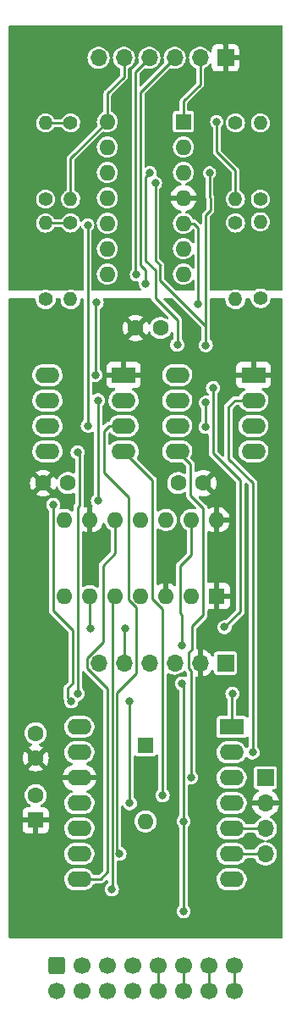
<source format=gtl>
%TF.GenerationSoftware,KiCad,Pcbnew,(6.0.1)*%
%TF.CreationDate,2022-10-24T18:54:59-04:00*%
%TF.ProjectId,ER-MIDI-VC4-01_DB,45522d4d-4944-4492-9d56-43342d30315f,1*%
%TF.SameCoordinates,Original*%
%TF.FileFunction,Copper,L1,Top*%
%TF.FilePolarity,Positive*%
%FSLAX46Y46*%
G04 Gerber Fmt 4.6, Leading zero omitted, Abs format (unit mm)*
G04 Created by KiCad (PCBNEW (6.0.1)) date 2022-10-24 18:54:59*
%MOMM*%
%LPD*%
G01*
G04 APERTURE LIST*
G04 Aperture macros list*
%AMRoundRect*
0 Rectangle with rounded corners*
0 $1 Rounding radius*
0 $2 $3 $4 $5 $6 $7 $8 $9 X,Y pos of 4 corners*
0 Add a 4 corners polygon primitive as box body*
4,1,4,$2,$3,$4,$5,$6,$7,$8,$9,$2,$3,0*
0 Add four circle primitives for the rounded corners*
1,1,$1+$1,$2,$3*
1,1,$1+$1,$4,$5*
1,1,$1+$1,$6,$7*
1,1,$1+$1,$8,$9*
0 Add four rect primitives between the rounded corners*
20,1,$1+$1,$2,$3,$4,$5,0*
20,1,$1+$1,$4,$5,$6,$7,0*
20,1,$1+$1,$6,$7,$8,$9,0*
20,1,$1+$1,$8,$9,$2,$3,0*%
G04 Aperture macros list end*
%TA.AperFunction,ComponentPad*%
%ADD10R,1.700000X1.700000*%
%TD*%
%TA.AperFunction,ComponentPad*%
%ADD11O,1.700000X1.700000*%
%TD*%
%TA.AperFunction,ComponentPad*%
%ADD12R,1.600000X1.600000*%
%TD*%
%TA.AperFunction,ComponentPad*%
%ADD13C,1.600000*%
%TD*%
%TA.AperFunction,ComponentPad*%
%ADD14C,1.400000*%
%TD*%
%TA.AperFunction,ComponentPad*%
%ADD15O,1.400000X1.400000*%
%TD*%
%TA.AperFunction,ComponentPad*%
%ADD16R,2.400000X1.600000*%
%TD*%
%TA.AperFunction,ComponentPad*%
%ADD17O,2.400000X1.600000*%
%TD*%
%TA.AperFunction,ComponentPad*%
%ADD18O,1.600000X1.600000*%
%TD*%
%TA.AperFunction,ComponentPad*%
%ADD19RoundRect,0.250000X-0.600000X0.600000X-0.600000X-0.600000X0.600000X-0.600000X0.600000X0.600000X0*%
%TD*%
%TA.AperFunction,ComponentPad*%
%ADD20C,1.700000*%
%TD*%
%TA.AperFunction,ViaPad*%
%ADD21C,0.800000*%
%TD*%
%TA.AperFunction,Conductor*%
%ADD22C,0.250000*%
%TD*%
G04 APERTURE END LIST*
D10*
%TO.P,J11,1,Pin_1*%
%TO.N,+5V*%
X123000000Y-96000000D03*
D11*
%TO.P,J11,2,Pin_2*%
%TO.N,+3V3*%
X120460000Y-96000000D03*
%TO.P,J11,3,Pin_3*%
%TO.N,unconnected-(J11-Pad3)*%
X117920000Y-96000000D03*
%TO.P,J11,4,Pin_4*%
%TO.N,/OPTOUT-D*%
X115380000Y-96000000D03*
%TO.P,J11,5,Pin_5*%
%TO.N,/RBI-D*%
X112840000Y-96000000D03*
%TO.P,J11,6,Pin_6*%
%TO.N,GND*%
X110300000Y-96000000D03*
%TD*%
D10*
%TO.P,J12,1,Pin_1*%
%TO.N,+5V*%
X123000000Y-35500000D03*
D11*
%TO.P,J12,2,Pin_2*%
%TO.N,/CV2_D*%
X120460000Y-35500000D03*
%TO.P,J12,3,Pin_3*%
%TO.N,/CV4_D*%
X117920000Y-35500000D03*
%TO.P,J12,4,Pin_4*%
%TO.N,/CV3_D*%
X115380000Y-35500000D03*
%TO.P,J12,5,Pin_5*%
%TO.N,/CV1_D*%
X112840000Y-35500000D03*
%TO.P,J12,6,Pin_6*%
%TO.N,GND*%
X110300000Y-35500000D03*
%TD*%
D12*
%TO.P,C2,1*%
%TO.N,+3V3*%
X104000000Y-111705113D03*
D13*
%TO.P,C2,2*%
%TO.N,GND*%
X104000000Y-109205113D03*
%TD*%
D14*
%TO.P,R11,1*%
%TO.N,Net-(R11-Pad1)*%
X107500000Y-52000000D03*
D15*
%TO.P,R11,2*%
%TO.N,/CV4_D*%
X107500000Y-59620000D03*
%TD*%
D14*
%TO.P,R10,1*%
%TO.N,Net-(R10-Pad1)*%
X124000000Y-52000000D03*
D15*
%TO.P,R10,2*%
%TO.N,/CV3_D*%
X124000000Y-59620000D03*
%TD*%
D13*
%TO.P,C5,1*%
%TO.N,+3V3*%
X120777000Y-78000000D03*
%TO.P,C5,2*%
%TO.N,GND*%
X118277000Y-78000000D03*
%TD*%
D14*
%TO.P,R7,1*%
%TO.N,Net-(R7-Pad1)*%
X107500000Y-42000000D03*
D15*
%TO.P,R7,2*%
%TO.N,/CV1_D*%
X107500000Y-49620000D03*
%TD*%
D16*
%TO.P,U3,1,Vdd*%
%TO.N,+3V3*%
X112800000Y-67200000D03*
D17*
%TO.P,U3,2,~{CS}*%
%TO.N,/CS34\u002A*%
X112800000Y-69740000D03*
%TO.P,U3,3,SCK*%
%TO.N,/SCK*%
X112800000Y-72280000D03*
%TO.P,U3,4,SDI*%
%TO.N,/MOSI*%
X112800000Y-74820000D03*
%TO.P,U3,5,~{LDAC}*%
%TO.N,/LD34\u002A*%
X105180000Y-74820000D03*
%TO.P,U3,6,VB*%
%TO.N,/AOUT4*%
X105180000Y-72280000D03*
%TO.P,U3,7,Vss*%
%TO.N,GND*%
X105180000Y-69740000D03*
%TO.P,U3,8,VA*%
%TO.N,/AOUT3*%
X105180000Y-67200000D03*
%TD*%
D12*
%TO.P,D10,1,K*%
%TO.N,+5VD*%
X115000000Y-104190000D03*
D18*
%TO.P,D10,2,A*%
%TO.N,+5V*%
X115000000Y-111810000D03*
%TD*%
D13*
%TO.P,C7,1*%
%TO.N,+3V3*%
X104750000Y-78000000D03*
%TO.P,C7,2*%
%TO.N,GND*%
X107250000Y-78000000D03*
%TD*%
D16*
%TO.P,U4,1,Vdd*%
%TO.N,+3V3*%
X125800000Y-67200000D03*
D17*
%TO.P,U4,2,~{CS}*%
%TO.N,/CS12\u002A*%
X125800000Y-69740000D03*
%TO.P,U4,3,SCK*%
%TO.N,/SCK*%
X125800000Y-72280000D03*
%TO.P,U4,4,SDI*%
%TO.N,/MOSI*%
X125800000Y-74820000D03*
%TO.P,U4,5,~{LDAC}*%
%TO.N,/LD12\u002A*%
X118180000Y-74820000D03*
%TO.P,U4,6,VB*%
%TO.N,/AOUT2*%
X118180000Y-72280000D03*
%TO.P,U4,7,Vss*%
%TO.N,GND*%
X118180000Y-69740000D03*
%TO.P,U4,8,VA*%
%TO.N,/AOUT1*%
X118180000Y-67200000D03*
%TD*%
D14*
%TO.P,R6,1*%
%TO.N,Net-(R5-Pad2)*%
X124000000Y-42000000D03*
D15*
%TO.P,R6,2*%
%TO.N,/CV2_D*%
X124000000Y-49620000D03*
%TD*%
D12*
%TO.P,U6,1*%
%TO.N,/CV2_D*%
X118800000Y-41875000D03*
D18*
%TO.P,U6,2,-*%
%TO.N,Net-(R5-Pad2)*%
X118800000Y-44415000D03*
%TO.P,U6,3,+*%
%TO.N,/AOUT2*%
X118800000Y-46955000D03*
%TO.P,U6,4,V+*%
%TO.N,+5V*%
X118800000Y-49495000D03*
%TO.P,U6,5,+*%
%TO.N,/AOUT3*%
X118800000Y-52035000D03*
%TO.P,U6,6,-*%
%TO.N,Net-(R10-Pad1)*%
X118800000Y-54575000D03*
%TO.P,U6,7*%
%TO.N,/CV3_D*%
X118800000Y-57115000D03*
%TO.P,U6,8*%
%TO.N,/CV4_D*%
X111180000Y-57115000D03*
%TO.P,U6,9,-*%
%TO.N,Net-(R11-Pad1)*%
X111180000Y-54575000D03*
%TO.P,U6,10,+*%
%TO.N,/AOUT4*%
X111180000Y-52035000D03*
%TO.P,U6,11,V-*%
%TO.N,GND*%
X111180000Y-49495000D03*
%TO.P,U6,12,+*%
%TO.N,/AOUT1*%
X111180000Y-46955000D03*
%TO.P,U6,13,-*%
%TO.N,Net-(R7-Pad1)*%
X111180000Y-44415000D03*
%TO.P,U6,14*%
%TO.N,/CV1_D*%
X111180000Y-41875000D03*
%TD*%
D14*
%TO.P,R5,1*%
%TO.N,GND*%
X126500000Y-49620000D03*
D15*
%TO.P,R5,2*%
%TO.N,Net-(R5-Pad2)*%
X126500000Y-42000000D03*
%TD*%
D19*
%TO.P,J1,1,Pin_1*%
%TO.N,unconnected-(J1-Pad1)*%
X106110000Y-126247500D03*
D20*
%TO.P,J1,2,Pin_2*%
%TO.N,unconnected-(J1-Pad2)*%
X106110000Y-128787500D03*
%TO.P,J1,3,Pin_3*%
%TO.N,GND*%
X108650000Y-126247500D03*
%TO.P,J1,4,Pin_4*%
X108650000Y-128787500D03*
%TO.P,J1,5,Pin_5*%
X111190000Y-126247500D03*
%TO.P,J1,6,Pin_6*%
X111190000Y-128787500D03*
%TO.P,J1,7,Pin_7*%
X113730000Y-126247500D03*
%TO.P,J1,8,Pin_8*%
X113730000Y-128787500D03*
%TO.P,J1,9,Pin_9*%
%TO.N,+12V*%
X116270000Y-126247500D03*
%TO.P,J1,10,Pin_10*%
X116270000Y-128787500D03*
%TO.P,J1,11,Pin_11*%
%TO.N,+5V*%
X118810000Y-126247500D03*
%TO.P,J1,12,Pin_12*%
X118810000Y-128787500D03*
%TO.P,J1,13,Pin_13*%
%TO.N,/CV_OUT*%
X121350000Y-126247500D03*
%TO.P,J1,14,Pin_14*%
X121350000Y-128787500D03*
%TO.P,J1,15,Pin_15*%
%TO.N,/GATE_OUT*%
X123890000Y-126247500D03*
%TO.P,J1,16,Pin_16*%
X123890000Y-128787500D03*
%TD*%
D16*
%TO.P,U2,1,D0/P26*%
%TO.N,/LD34\u002A*%
X123620000Y-102380000D03*
D17*
%TO.P,U2,2,D1/P27*%
%TO.N,/CS12\u002A*%
X123620000Y-104920000D03*
%TO.P,U2,3,D2/P28*%
%TO.N,/LD12\u002A*%
X123620000Y-107460000D03*
%TO.P,U2,4,D3/P29*%
%TO.N,/CS34\u002A*%
X123620000Y-110000000D03*
%TO.P,U2,5,D4/SDA/P6*%
%TO.N,/SDA*%
X123620000Y-112540000D03*
%TO.P,U2,6,D5/SCL/P7*%
%TO.N,/SCL*%
X123620000Y-115080000D03*
%TO.P,U2,7,D6/TX/P0*%
%TO.N,Net-(U2-Pad7)*%
X123620000Y-117620000D03*
%TO.P,U2,8,D7/RX/P1*%
%TO.N,/RXD*%
X108380000Y-117620000D03*
%TO.P,U2,9,D8/SCK/P2*%
%TO.N,/SCK*%
X108380000Y-115080000D03*
%TO.P,U2,10,D9/MISO/P4*%
%TO.N,unconnected-(U2-Pad10)*%
X108380000Y-112540000D03*
%TO.P,U2,11,D10/MOSI/P3*%
%TO.N,/MOSI*%
X108380000Y-110000000D03*
%TO.P,U2,12,3.3V*%
%TO.N,+3V3*%
X108380000Y-107460000D03*
%TO.P,U2,13,GND*%
%TO.N,GND*%
X108380000Y-104920000D03*
%TO.P,U2,14,5V*%
%TO.N,+5VD*%
X108380000Y-102380000D03*
%TD*%
D13*
%TO.P,C4,1*%
%TO.N,+3V3*%
X114000000Y-62500000D03*
%TO.P,C4,2*%
%TO.N,GND*%
X116500000Y-62500000D03*
%TD*%
%TO.P,C6,1*%
%TO.N,+3V3*%
X104000000Y-105500000D03*
%TO.P,C6,2*%
%TO.N,GND*%
X104000000Y-103000000D03*
%TD*%
D10*
%TO.P,J8,1,Pin_1*%
%TO.N,GND*%
X127000000Y-107452000D03*
D11*
%TO.P,J8,2,Pin_2*%
%TO.N,+3V3*%
X127000000Y-109992000D03*
%TO.P,J8,3,Pin_3*%
%TO.N,/SDA*%
X127000000Y-112532000D03*
%TO.P,J8,4,Pin_4*%
%TO.N,/SCL*%
X127000000Y-115072000D03*
%TD*%
D14*
%TO.P,R8,1*%
%TO.N,GND*%
X105000000Y-49620000D03*
D15*
%TO.P,R8,2*%
%TO.N,Net-(R7-Pad1)*%
X105000000Y-42000000D03*
%TD*%
D14*
%TO.P,R9,1*%
%TO.N,GND*%
X126500000Y-59500000D03*
D15*
%TO.P,R9,2*%
%TO.N,Net-(R10-Pad1)*%
X126500000Y-51880000D03*
%TD*%
D14*
%TO.P,R12,1*%
%TO.N,GND*%
X105000000Y-59620000D03*
D15*
%TO.P,R12,2*%
%TO.N,Net-(R11-Pad1)*%
X105000000Y-52000000D03*
%TD*%
D12*
%TO.P,U7,1*%
%TO.N,+3V3*%
X122125000Y-89300000D03*
D18*
%TO.P,U7,2*%
%TO.N,unconnected-(U7-Pad2)*%
X119585000Y-89300000D03*
%TO.P,U7,3*%
%TO.N,+3V3*%
X117045000Y-89300000D03*
%TO.P,U7,4*%
%TO.N,unconnected-(U7-Pad4)*%
X114505000Y-89300000D03*
%TO.P,U7,5*%
%TO.N,Net-(U2-Pad7)*%
X111965000Y-89300000D03*
%TO.P,U7,6*%
%TO.N,/RBI-D*%
X109425000Y-89300000D03*
%TO.P,U7,7,GND*%
%TO.N,GND*%
X106885000Y-89300000D03*
%TO.P,U7,8*%
%TO.N,unconnected-(U7-Pad8)*%
X106885000Y-81680000D03*
%TO.P,U7,9*%
%TO.N,+3V3*%
X109425000Y-81680000D03*
%TO.P,U7,10*%
%TO.N,/RXD*%
X111965000Y-81680000D03*
%TO.P,U7,11*%
%TO.N,Net-(U7-Pad11)*%
X114505000Y-81680000D03*
%TO.P,U7,12*%
X117045000Y-81680000D03*
%TO.P,U7,13*%
%TO.N,/OPTOUT-D*%
X119585000Y-81680000D03*
%TO.P,U7,14,VCC*%
%TO.N,+3V3*%
X122125000Y-81680000D03*
%TD*%
D21*
%TO.N,/AOUT1*%
X118180000Y-64180000D03*
%TO.N,+5V*%
X122000000Y-58250000D03*
X121755500Y-68494500D03*
%TO.N,/AOUT2*%
X121031000Y-69969000D03*
X121031000Y-64219000D03*
%TO.N,+3V3*%
X111000000Y-62500000D03*
X108250000Y-62500000D03*
%TO.N,/CV2_D*%
X122125000Y-41875000D03*
%TO.N,/CV4_D*%
X114961000Y-58039000D03*
%TO.N,/CV3_D*%
X114077299Y-57172701D03*
%TO.N,/AOUT2*%
X116000000Y-48000000D03*
%TO.N,/AOUT1*%
X115455000Y-46955000D03*
%TO.N,+5V*%
X118810000Y-111810000D03*
X122905000Y-92405000D03*
%TO.N,+3V3*%
X104521000Y-83820000D03*
%TO.N,+5V*%
X118644500Y-98044000D03*
X118810000Y-120810000D03*
%TO.N,Net-(U2-Pad7)*%
X111633000Y-118618000D03*
%TO.N,/LD34\u002A*%
X108204000Y-74930000D03*
X108204000Y-99060000D03*
X123698000Y-99060000D03*
%TO.N,/LD12\u002A*%
X119534500Y-107442000D03*
%TO.N,/SCK*%
X112389989Y-115062000D03*
%TO.N,/MOSI*%
X116713000Y-109220000D03*
%TO.N,/AOUT4*%
X109220000Y-72263000D03*
X109220000Y-52197000D03*
%TO.N,/AOUT3*%
X110109000Y-59944000D03*
X109982000Y-67183000D03*
X120269000Y-60071000D03*
%TO.N,/AOUT2*%
X121412000Y-46990000D03*
X121031000Y-72390000D03*
%TO.N,/CS12\u002A*%
X125712000Y-104920000D03*
%TO.N,/CS34\u002A*%
X105760489Y-80167511D03*
X113411000Y-99784500D03*
X110236000Y-69723000D03*
X113429000Y-110000000D03*
X107564134Y-99827839D03*
X110236000Y-79756000D03*
%TO.N,/OPTOUT-D*%
X118644500Y-94234000D03*
%TO.N,/RBI-D*%
X109500000Y-92500000D03*
X113000000Y-92500000D03*
%TD*%
D22*
%TO.N,/AOUT2*%
X121412000Y-49412000D02*
X121412000Y-46990000D01*
X121500000Y-49500000D02*
X121412000Y-49412000D01*
X121500000Y-50750000D02*
X121500000Y-49500000D01*
X121031000Y-51219000D02*
X121500000Y-50750000D01*
X121031000Y-62281000D02*
X121031000Y-51219000D01*
X116449520Y-56300480D02*
X116500000Y-56250000D01*
X121031000Y-62281000D02*
X116449520Y-57699520D01*
X121031000Y-64219000D02*
X121031000Y-62281000D01*
X116449520Y-57699520D02*
X116449520Y-56300480D01*
%TO.N,/CS34\u002A*%
X105760489Y-90739511D02*
X105760489Y-80167511D01*
X107750000Y-92729022D02*
X105760489Y-90739511D01*
X107750000Y-98000000D02*
X107750000Y-92729022D01*
X107250000Y-98500000D02*
X107750000Y-98000000D01*
X107250000Y-99513705D02*
X107250000Y-98500000D01*
X107564134Y-99827839D02*
X107250000Y-99513705D01*
%TO.N,+5V*%
X121755500Y-75005500D02*
X121755500Y-68494500D01*
X124500000Y-90810000D02*
X124500000Y-77750000D01*
X122905000Y-92405000D02*
X124500000Y-90810000D01*
X124500000Y-77750000D02*
X121755500Y-75005500D01*
%TO.N,/LD12\u002A*%
X119507000Y-76147000D02*
X118180000Y-74820000D01*
X119507000Y-79248000D02*
X119507000Y-76147000D01*
X120777000Y-80518000D02*
X119507000Y-79248000D01*
X119684000Y-94566000D02*
X119684000Y-92316000D01*
X119285489Y-94964511D02*
X119684000Y-94566000D01*
X119285489Y-96486499D02*
X119285489Y-94964511D01*
X119684000Y-92316000D02*
X120777000Y-91223000D01*
X119534500Y-96735510D02*
X119285489Y-96486499D01*
X120777000Y-91223000D02*
X120777000Y-80518000D01*
X119534500Y-107442000D02*
X119534500Y-96735510D01*
%TO.N,/AOUT1*%
X118180000Y-61680000D02*
X118180000Y-64180000D01*
%TO.N,/CV2_D*%
X124000000Y-46750000D02*
X124000000Y-49620000D01*
X122125000Y-44875000D02*
X124000000Y-46750000D01*
X122125000Y-41875000D02*
X122125000Y-44875000D01*
%TO.N,/AOUT2*%
X116000000Y-55750000D02*
X116500000Y-56250000D01*
X116000000Y-48000000D02*
X116000000Y-55750000D01*
%TO.N,/AOUT1*%
X116000000Y-59500000D02*
X118180000Y-61680000D01*
X116000000Y-56750000D02*
X116000000Y-59500000D01*
X115000000Y-55750000D02*
X116000000Y-56750000D01*
X115455000Y-46955000D02*
X115000000Y-47410000D01*
X115000000Y-47410000D02*
X115000000Y-55750000D01*
%TO.N,/CV4_D*%
X114500000Y-56250000D02*
X114500000Y-38920000D01*
X114961000Y-58039000D02*
X114961000Y-56711000D01*
X114961000Y-56711000D02*
X114500000Y-56250000D01*
%TO.N,/CV3_D*%
X114000000Y-57095402D02*
X114077299Y-57172701D01*
X114000000Y-57095402D02*
X114000000Y-36880000D01*
%TO.N,/AOUT2*%
X121031000Y-72390000D02*
X121031000Y-69969000D01*
%TO.N,/CV4_D*%
X114500000Y-38920000D02*
X117920000Y-35500000D01*
%TO.N,/CV3_D*%
X114000000Y-36880000D02*
X115380000Y-35500000D01*
%TO.N,+5V*%
X118810000Y-111810000D02*
X118810000Y-98209500D01*
X118810000Y-120810000D02*
X118810000Y-111810000D01*
X118810000Y-98209500D02*
X118644500Y-98044000D01*
X118810000Y-128787500D02*
X118810000Y-126247500D01*
%TO.N,+12V*%
X116270000Y-128787500D02*
X116270000Y-126247500D01*
%TO.N,/RXD*%
X110472000Y-117620000D02*
X111215969Y-116876031D01*
X110744000Y-93894990D02*
X110744000Y-86233000D01*
X111215969Y-98576979D02*
X109125489Y-96486499D01*
X111965000Y-81680000D02*
X111965000Y-85012000D01*
X111965000Y-85012000D02*
X110744000Y-86233000D01*
X109125489Y-95513501D02*
X110744000Y-93894990D01*
X111215969Y-116876031D02*
X111215969Y-98576979D01*
X108380000Y-117620000D02*
X110472000Y-117620000D01*
X109125489Y-96486499D02*
X109125489Y-95513501D01*
%TO.N,/CV_OUT*%
X121350000Y-128787500D02*
X121350000Y-126247500D01*
%TO.N,/GATE_OUT*%
X123890000Y-128787500D02*
X123890000Y-126247500D01*
%TO.N,/SDA*%
X123620000Y-112540000D02*
X126992000Y-112540000D01*
%TO.N,/SCL*%
X123620000Y-115080000D02*
X126992000Y-115080000D01*
%TO.N,Net-(U2-Pad7)*%
X111665489Y-89599511D02*
X111665489Y-118585511D01*
X111665489Y-118585511D02*
X111633000Y-118618000D01*
%TO.N,/LD34\u002A*%
X123698000Y-99060000D02*
X123620000Y-99138000D01*
X108204000Y-74930000D02*
X108374511Y-75100511D01*
X108374511Y-80220489D02*
X108204000Y-80391000D01*
X108204000Y-80391000D02*
X108204000Y-99060000D01*
X123620000Y-99138000D02*
X123620000Y-102380000D01*
X108374511Y-75100511D02*
X108374511Y-80220489D01*
%TO.N,/SCK*%
X114046000Y-97028000D02*
X114046000Y-90431300D01*
X113284000Y-89669300D02*
X113284000Y-79375000D01*
X112115009Y-98958991D02*
X114046000Y-97028000D01*
X112389989Y-115062000D02*
X112115009Y-114787020D01*
X113284000Y-79375000D02*
X110871000Y-76962000D01*
X110871000Y-76962000D02*
X110871000Y-72771000D01*
X110871000Y-72771000D02*
X111362000Y-72280000D01*
X112115009Y-114787020D02*
X112115009Y-98958991D01*
X114046000Y-90431300D02*
X113284000Y-89669300D01*
X111362000Y-72280000D02*
X112800000Y-72280000D01*
%TO.N,/MOSI*%
X115697000Y-89542300D02*
X115697000Y-77717000D01*
X116713000Y-90558300D02*
X115697000Y-89542300D01*
X115697000Y-77717000D02*
X112800000Y-74820000D01*
X116713000Y-109220000D02*
X116713000Y-90558300D01*
%TO.N,Net-(R7-Pad1)*%
X105000000Y-42000000D02*
X107500000Y-42000000D01*
%TO.N,Net-(R11-Pad1)*%
X105000000Y-52000000D02*
X107500000Y-52000000D01*
%TO.N,/AOUT4*%
X109220000Y-52197000D02*
X109220000Y-72263000D01*
%TO.N,/AOUT3*%
X120269000Y-52451000D02*
X119853000Y-52035000D01*
X109982000Y-67183000D02*
X109982000Y-60071000D01*
X109982000Y-60071000D02*
X110109000Y-59944000D01*
X120269000Y-60071000D02*
X120269000Y-52451000D01*
X119853000Y-52035000D02*
X118800000Y-52035000D01*
%TO.N,/CS12\u002A*%
X125730000Y-104902000D02*
X125730000Y-77978000D01*
X125730000Y-77978000D02*
X123317000Y-75565000D01*
X123317000Y-70358000D02*
X123935000Y-69740000D01*
X123317000Y-75565000D02*
X123317000Y-70358000D01*
X125712000Y-104920000D02*
X125730000Y-104902000D01*
X123935000Y-69740000D02*
X125800000Y-69740000D01*
%TO.N,/CS34\u002A*%
X110236000Y-79756000D02*
X110236000Y-69723000D01*
X113411000Y-109982000D02*
X113411000Y-99784500D01*
X113429000Y-110000000D02*
X113411000Y-109982000D01*
%TO.N,/CV2_D*%
X118800000Y-39824000D02*
X120460000Y-38164000D01*
X118800000Y-41875000D02*
X118800000Y-39824000D01*
X120460000Y-35500000D02*
X120460000Y-38164000D01*
%TO.N,/CV1_D*%
X107500000Y-45555000D02*
X111180000Y-41875000D01*
X107500000Y-49620000D02*
X107500000Y-45555000D01*
X112840000Y-37401000D02*
X111180000Y-39061000D01*
X112840000Y-35500000D02*
X112840000Y-37401000D01*
X111180000Y-39061000D02*
X111180000Y-41875000D01*
%TO.N,/OPTOUT-D*%
X118460489Y-86263511D02*
X118460489Y-90975489D01*
X119585000Y-85139000D02*
X118460489Y-86263511D01*
X118644500Y-94234000D02*
X118644500Y-91159500D01*
X119585000Y-81680000D02*
X119585000Y-85139000D01*
X118460489Y-90975489D02*
X118644500Y-91159500D01*
%TO.N,/RBI-D*%
X109425000Y-89300000D02*
X109425000Y-92425000D01*
X113000000Y-92500000D02*
X112840000Y-92660000D01*
X109425000Y-92425000D02*
X109500000Y-92500000D01*
X112840000Y-92660000D02*
X112840000Y-96000000D01*
%TD*%
%TA.AperFunction,Conductor*%
%TO.N,+3V3*%
G36*
X103933300Y-59520002D02*
G01*
X103979793Y-59573658D01*
X103990737Y-59615455D01*
X103995362Y-59670537D01*
X104004729Y-59782070D01*
X104006432Y-59802354D01*
X104008131Y-59808279D01*
X104047048Y-59944000D01*
X104060773Y-59991866D01*
X104063592Y-59997351D01*
X104148072Y-60161732D01*
X104148075Y-60161737D01*
X104150890Y-60167214D01*
X104273349Y-60321719D01*
X104278042Y-60325713D01*
X104278043Y-60325714D01*
X104305541Y-60349116D01*
X104423486Y-60449495D01*
X104595582Y-60545677D01*
X104783082Y-60606599D01*
X104978845Y-60629942D01*
X104984980Y-60629470D01*
X104984982Y-60629470D01*
X105169272Y-60615290D01*
X105169277Y-60615289D01*
X105175413Y-60614817D01*
X105181343Y-60613161D01*
X105181345Y-60613161D01*
X105296619Y-60580976D01*
X105365300Y-60561800D01*
X105393449Y-60547581D01*
X105535772Y-60475689D01*
X105535774Y-60475688D01*
X105541273Y-60472910D01*
X105696629Y-60351532D01*
X105800210Y-60231532D01*
X105821421Y-60206959D01*
X105821422Y-60206957D01*
X105825450Y-60202291D01*
X105871994Y-60120360D01*
X105919785Y-60036234D01*
X105919787Y-60036229D01*
X105922831Y-60030871D01*
X105985061Y-59843800D01*
X106009770Y-59648205D01*
X106010105Y-59624239D01*
X106031058Y-59556404D01*
X106085358Y-59510666D01*
X106136093Y-59500000D01*
X106365179Y-59500000D01*
X106433300Y-59520002D01*
X106479793Y-59573658D01*
X106490737Y-59615455D01*
X106495362Y-59670537D01*
X106504729Y-59782070D01*
X106506432Y-59802354D01*
X106508131Y-59808279D01*
X106547048Y-59944000D01*
X106560773Y-59991866D01*
X106563592Y-59997351D01*
X106648072Y-60161732D01*
X106648075Y-60161737D01*
X106650890Y-60167214D01*
X106773349Y-60321719D01*
X106778042Y-60325713D01*
X106778043Y-60325714D01*
X106805541Y-60349116D01*
X106923486Y-60449495D01*
X107095582Y-60545677D01*
X107283082Y-60606599D01*
X107478845Y-60629942D01*
X107484980Y-60629470D01*
X107484982Y-60629470D01*
X107669272Y-60615290D01*
X107669277Y-60615289D01*
X107675413Y-60614817D01*
X107681343Y-60613161D01*
X107681345Y-60613161D01*
X107796619Y-60580976D01*
X107865300Y-60561800D01*
X107893449Y-60547581D01*
X108035772Y-60475689D01*
X108035774Y-60475688D01*
X108041273Y-60472910D01*
X108196629Y-60351532D01*
X108300210Y-60231532D01*
X108321421Y-60206959D01*
X108321422Y-60206957D01*
X108325450Y-60202291D01*
X108371994Y-60120360D01*
X108419785Y-60036234D01*
X108419787Y-60036229D01*
X108422831Y-60030871D01*
X108485061Y-59843800D01*
X108509770Y-59648205D01*
X108510105Y-59624239D01*
X108531058Y-59556404D01*
X108585358Y-59510666D01*
X108636093Y-59500000D01*
X108663700Y-59500000D01*
X108731821Y-59520002D01*
X108778314Y-59573658D01*
X108789700Y-59626000D01*
X108789700Y-71645087D01*
X108769698Y-71713208D01*
X108746529Y-71740036D01*
X108692010Y-71787596D01*
X108593852Y-71927262D01*
X108591093Y-71934337D01*
X108591092Y-71934340D01*
X108540940Y-72062974D01*
X108531841Y-72086311D01*
X108530849Y-72093844D01*
X108530849Y-72093845D01*
X108512693Y-72231758D01*
X108509559Y-72255560D01*
X108510393Y-72263110D01*
X108524414Y-72390110D01*
X108528292Y-72425239D01*
X108530901Y-72432370D01*
X108530902Y-72432372D01*
X108574768Y-72552239D01*
X108586958Y-72585551D01*
X108682170Y-72727242D01*
X108687782Y-72732349D01*
X108687785Y-72732352D01*
X108802811Y-72837018D01*
X108802815Y-72837021D01*
X108808432Y-72842132D01*
X108815109Y-72845757D01*
X108815110Y-72845758D01*
X108831894Y-72854871D01*
X108958455Y-72923588D01*
X109123577Y-72966907D01*
X109210592Y-72968274D01*
X109286666Y-72969469D01*
X109286669Y-72969469D01*
X109294265Y-72969588D01*
X109301669Y-72967892D01*
X109301671Y-72967892D01*
X109383127Y-72949236D01*
X109460667Y-72931477D01*
X109612980Y-72854872D01*
X109612982Y-72854871D01*
X109613174Y-72854774D01*
X109613190Y-72854806D01*
X109677785Y-72834769D01*
X109746202Y-72853733D01*
X109793505Y-72906676D01*
X109805700Y-72960754D01*
X109805700Y-79138087D01*
X109785698Y-79206208D01*
X109762529Y-79233036D01*
X109708010Y-79280596D01*
X109609852Y-79420262D01*
X109607093Y-79427337D01*
X109607092Y-79427340D01*
X109575733Y-79507773D01*
X109547841Y-79579311D01*
X109546849Y-79586844D01*
X109546849Y-79586845D01*
X109531436Y-79703921D01*
X109525559Y-79748560D01*
X109544292Y-79918239D01*
X109546901Y-79925370D01*
X109546902Y-79925372D01*
X109599332Y-80068642D01*
X109602958Y-80078551D01*
X109607194Y-80084854D01*
X109607194Y-80084855D01*
X109616213Y-80098276D01*
X109698170Y-80220242D01*
X109698518Y-80220559D01*
X109726634Y-80282427D01*
X109716400Y-80352682D01*
X109687717Y-80386529D01*
X109679000Y-80406884D01*
X109679000Y-82947967D01*
X109682973Y-82961498D01*
X109691522Y-82962727D01*
X109868761Y-82915236D01*
X109879053Y-82911490D01*
X110076511Y-82819414D01*
X110086007Y-82813931D01*
X110264467Y-82688972D01*
X110272875Y-82681916D01*
X110426916Y-82527875D01*
X110433972Y-82519467D01*
X110558931Y-82341007D01*
X110564414Y-82331511D01*
X110656490Y-82134053D01*
X110660235Y-82123764D01*
X110677924Y-82057748D01*
X110714876Y-81997126D01*
X110778737Y-81966104D01*
X110849231Y-81974533D01*
X110903978Y-82019736D01*
X110917726Y-82046959D01*
X110918635Y-82050537D01*
X111003681Y-82235017D01*
X111120923Y-82400910D01*
X111125057Y-82404937D01*
X111256121Y-82532614D01*
X111266432Y-82542659D01*
X111271228Y-82545864D01*
X111271231Y-82545866D01*
X111355562Y-82602214D01*
X111435337Y-82655518D01*
X111440640Y-82657796D01*
X111440643Y-82657798D01*
X111458438Y-82665443D01*
X111513131Y-82710711D01*
X111534700Y-82781211D01*
X111534700Y-84781574D01*
X111514698Y-84849695D01*
X111497795Y-84870669D01*
X110463081Y-85905383D01*
X110451992Y-85915238D01*
X110426782Y-85935112D01*
X110394930Y-85981197D01*
X110392666Y-85984365D01*
X110359420Y-86029376D01*
X110357135Y-86035883D01*
X110353214Y-86041556D01*
X110350374Y-86050537D01*
X110336344Y-86094900D01*
X110335090Y-86098657D01*
X110319670Y-86142567D01*
X110319669Y-86142571D01*
X110316548Y-86151459D01*
X110316277Y-86158352D01*
X110314198Y-86164926D01*
X110313700Y-86171253D01*
X110313700Y-86221467D01*
X110313603Y-86226414D01*
X110311468Y-86280752D01*
X110313285Y-86287605D01*
X110313700Y-86295145D01*
X110313700Y-88328142D01*
X110293698Y-88396263D01*
X110240042Y-88442756D01*
X110169768Y-88452860D01*
X110111030Y-88424890D01*
X110109573Y-88426789D01*
X110104986Y-88423270D01*
X110100746Y-88419350D01*
X110006227Y-88359713D01*
X109933829Y-88314033D01*
X109933824Y-88314031D01*
X109928945Y-88310952D01*
X109740267Y-88235677D01*
X109541030Y-88196046D01*
X109535255Y-88195970D01*
X109535251Y-88195970D01*
X109433762Y-88194642D01*
X109337908Y-88193387D01*
X109332211Y-88194366D01*
X109332210Y-88194366D01*
X109143399Y-88226810D01*
X109137702Y-88227789D01*
X108947118Y-88298099D01*
X108942158Y-88301050D01*
X108942156Y-88301051D01*
X108824723Y-88370916D01*
X108755952Y-88388556D01*
X108688562Y-88366215D01*
X108643949Y-88310987D01*
X108634300Y-88262631D01*
X108634300Y-82952289D01*
X108654302Y-82884168D01*
X108707958Y-82837675D01*
X108778232Y-82827571D01*
X108813550Y-82838094D01*
X108970947Y-82911490D01*
X108981239Y-82915236D01*
X109153503Y-82961394D01*
X109167599Y-82961058D01*
X109171000Y-82953116D01*
X109171000Y-80412033D01*
X109167027Y-80398502D01*
X109158478Y-80397273D01*
X108981241Y-80444764D01*
X108966219Y-80450231D01*
X108895365Y-80454733D01*
X108833325Y-80420214D01*
X108799797Y-80357633D01*
X108799362Y-80309437D01*
X108801963Y-80302030D01*
X108802234Y-80295137D01*
X108804313Y-80288563D01*
X108804811Y-80282236D01*
X108804811Y-80232022D01*
X108804908Y-80227075D01*
X108805636Y-80208537D01*
X108807043Y-80172737D01*
X108805226Y-80165884D01*
X108804811Y-80158344D01*
X108804811Y-75342364D01*
X108820396Y-75281664D01*
X108822167Y-75278442D01*
X108826598Y-75272276D01*
X108829431Y-75265229D01*
X108887436Y-75120939D01*
X108887437Y-75120937D01*
X108890271Y-75113886D01*
X108914324Y-74944879D01*
X108914480Y-74930000D01*
X108898973Y-74801857D01*
X108894884Y-74768070D01*
X108894884Y-74768069D01*
X108893971Y-74760527D01*
X108833630Y-74600837D01*
X108829331Y-74594582D01*
X108829329Y-74594578D01*
X108741241Y-74466410D01*
X108741240Y-74466408D01*
X108736939Y-74460151D01*
X108730705Y-74454596D01*
X108615152Y-74351643D01*
X108609481Y-74346590D01*
X108601523Y-74342376D01*
X108465322Y-74270262D01*
X108465321Y-74270261D01*
X108458613Y-74266710D01*
X108293047Y-74225122D01*
X108285449Y-74225082D01*
X108285447Y-74225082D01*
X108211658Y-74224696D01*
X108122339Y-74224229D01*
X108114960Y-74226001D01*
X108114956Y-74226001D01*
X107963726Y-74262308D01*
X107963722Y-74262309D01*
X107956347Y-74264080D01*
X107804651Y-74342376D01*
X107798929Y-74347368D01*
X107798927Y-74347369D01*
X107681737Y-74449600D01*
X107676010Y-74454596D01*
X107577852Y-74594262D01*
X107515841Y-74753311D01*
X107514849Y-74760844D01*
X107514849Y-74760845D01*
X107499139Y-74880179D01*
X107493559Y-74922560D01*
X107500706Y-74987293D01*
X107510519Y-75076177D01*
X107512292Y-75092239D01*
X107514901Y-75099370D01*
X107514902Y-75099372D01*
X107550307Y-75196119D01*
X107570958Y-75252551D01*
X107575194Y-75258854D01*
X107575194Y-75258855D01*
X107581254Y-75267873D01*
X107666170Y-75394242D01*
X107671782Y-75399349D01*
X107671785Y-75399352D01*
X107786811Y-75504018D01*
X107786815Y-75504021D01*
X107792432Y-75509132D01*
X107799107Y-75512756D01*
X107878334Y-75555773D01*
X107928655Y-75605856D01*
X107944211Y-75666504D01*
X107944211Y-76902877D01*
X107924209Y-76970998D01*
X107870553Y-77017491D01*
X107800279Y-77027595D01*
X107761010Y-77015145D01*
X107758828Y-77014033D01*
X107753945Y-77010952D01*
X107748580Y-77008812D01*
X107748577Y-77008810D01*
X107570636Y-76937819D01*
X107565267Y-76935677D01*
X107366030Y-76896046D01*
X107360255Y-76895970D01*
X107360251Y-76895970D01*
X107258762Y-76894642D01*
X107162908Y-76893387D01*
X107157211Y-76894366D01*
X107157210Y-76894366D01*
X106968399Y-76926810D01*
X106962702Y-76927789D01*
X106772118Y-76998099D01*
X106767157Y-77001051D01*
X106767156Y-77001051D01*
X106611271Y-77093793D01*
X106597538Y-77101963D01*
X106444809Y-77235902D01*
X106319046Y-77395432D01*
X106316357Y-77400543D01*
X106316355Y-77400546D01*
X106240192Y-77545308D01*
X106224461Y-77575208D01*
X106223820Y-77577271D01*
X106180006Y-77631636D01*
X106112642Y-77654054D01*
X106043851Y-77636493D01*
X105995475Y-77584529D01*
X105986443Y-77560743D01*
X105985237Y-77556243D01*
X105981490Y-77545947D01*
X105889414Y-77348489D01*
X105883931Y-77338994D01*
X105847491Y-77286952D01*
X105837012Y-77278576D01*
X105823566Y-77285644D01*
X105122022Y-77987188D01*
X105114408Y-78001132D01*
X105114539Y-78002965D01*
X105118790Y-78009580D01*
X105824287Y-78715077D01*
X105836062Y-78721507D01*
X105848077Y-78712211D01*
X105883931Y-78661006D01*
X105889414Y-78651511D01*
X105981490Y-78454053D01*
X105985238Y-78443755D01*
X105987714Y-78434515D01*
X106024666Y-78373893D01*
X106088528Y-78342872D01*
X106159022Y-78351302D01*
X106213768Y-78396506D01*
X106223843Y-78414371D01*
X106288681Y-78555017D01*
X106405923Y-78720910D01*
X106551432Y-78862659D01*
X106556228Y-78865864D01*
X106556231Y-78865866D01*
X106694375Y-78958171D01*
X106720337Y-78975518D01*
X106725640Y-78977796D01*
X106725643Y-78977798D01*
X106888627Y-79047821D01*
X106906980Y-79055706D01*
X106969108Y-79069764D01*
X107099474Y-79099263D01*
X107099479Y-79099264D01*
X107105111Y-79100538D01*
X107110882Y-79100765D01*
X107110884Y-79100765D01*
X107169801Y-79103080D01*
X107308095Y-79108514D01*
X107426121Y-79091401D01*
X107503411Y-79080195D01*
X107503415Y-79080194D01*
X107509133Y-79079365D01*
X107514605Y-79077507D01*
X107514607Y-79077507D01*
X107696028Y-79015922D01*
X107696030Y-79015921D01*
X107701492Y-79014067D01*
X107756645Y-78983180D01*
X107825854Y-78967347D01*
X107892636Y-78991444D01*
X107935788Y-79047821D01*
X107944211Y-79093115D01*
X107944211Y-79986724D01*
X107924209Y-80054845D01*
X107896217Y-80085674D01*
X107886782Y-80093112D01*
X107854930Y-80139197D01*
X107852666Y-80142365D01*
X107819420Y-80187376D01*
X107817135Y-80193883D01*
X107813214Y-80199556D01*
X107806705Y-80220137D01*
X107796344Y-80252900D01*
X107795090Y-80256657D01*
X107779670Y-80300567D01*
X107779669Y-80300571D01*
X107776548Y-80309459D01*
X107776277Y-80316352D01*
X107774198Y-80322926D01*
X107773700Y-80329253D01*
X107773700Y-80379467D01*
X107773603Y-80384414D01*
X107771468Y-80438752D01*
X107773285Y-80445605D01*
X107773700Y-80453145D01*
X107773700Y-80708142D01*
X107753698Y-80776263D01*
X107700042Y-80822756D01*
X107629768Y-80832860D01*
X107571030Y-80804890D01*
X107569573Y-80806789D01*
X107564986Y-80803270D01*
X107560746Y-80799350D01*
X107461108Y-80736483D01*
X107393829Y-80694033D01*
X107393824Y-80694031D01*
X107388945Y-80690952D01*
X107200267Y-80615677D01*
X107001030Y-80576046D01*
X106995255Y-80575970D01*
X106995251Y-80575970D01*
X106893762Y-80574642D01*
X106797908Y-80573387D01*
X106792211Y-80574366D01*
X106792210Y-80574366D01*
X106700738Y-80590084D01*
X106597702Y-80607789D01*
X106565906Y-80619519D01*
X106495074Y-80624331D01*
X106432884Y-80590084D01*
X106399081Y-80527651D01*
X106405389Y-80454310D01*
X106434437Y-80382050D01*
X106446760Y-80351397D01*
X106470813Y-80182390D01*
X106470969Y-80167511D01*
X106462903Y-80100858D01*
X106451373Y-80005581D01*
X106451373Y-80005580D01*
X106450460Y-79998038D01*
X106390119Y-79838348D01*
X106385820Y-79832093D01*
X106385818Y-79832089D01*
X106297730Y-79703921D01*
X106297729Y-79703919D01*
X106293428Y-79697662D01*
X106287194Y-79692107D01*
X106229699Y-79640882D01*
X106165970Y-79584101D01*
X106158012Y-79579887D01*
X106021811Y-79507773D01*
X106021810Y-79507772D01*
X106015102Y-79504221D01*
X105849536Y-79462633D01*
X105841938Y-79462593D01*
X105841936Y-79462593D01*
X105768147Y-79462207D01*
X105678828Y-79461740D01*
X105671449Y-79463512D01*
X105671445Y-79463512D01*
X105520215Y-79499819D01*
X105520211Y-79499820D01*
X105512836Y-79501591D01*
X105361140Y-79579887D01*
X105355418Y-79584879D01*
X105355416Y-79584880D01*
X105342425Y-79596213D01*
X105232499Y-79692107D01*
X105134341Y-79831773D01*
X105131582Y-79838848D01*
X105131581Y-79838851D01*
X105095124Y-79932360D01*
X105072330Y-79990822D01*
X105071338Y-79998355D01*
X105071338Y-79998356D01*
X105052588Y-80140779D01*
X105050048Y-80160071D01*
X105057718Y-80229544D01*
X105067302Y-80316352D01*
X105068781Y-80329750D01*
X105071390Y-80336881D01*
X105071391Y-80336883D01*
X105116412Y-80459907D01*
X105127447Y-80490062D01*
X105222659Y-80631753D01*
X105234614Y-80642631D01*
X105288989Y-80692109D01*
X105325911Y-80752749D01*
X105330189Y-80785302D01*
X105330189Y-90706493D01*
X105329316Y-90721301D01*
X105325543Y-90753179D01*
X105327235Y-90762443D01*
X105327235Y-90762444D01*
X105335600Y-90808244D01*
X105336250Y-90812148D01*
X105344566Y-90867466D01*
X105347551Y-90873682D01*
X105348790Y-90880467D01*
X105364049Y-90909840D01*
X105374589Y-90930130D01*
X105376358Y-90933670D01*
X105400577Y-90984107D01*
X105405260Y-90989173D01*
X105408438Y-90995291D01*
X105412559Y-91000117D01*
X105448061Y-91035619D01*
X105451490Y-91039185D01*
X105488408Y-91079123D01*
X105494541Y-91082686D01*
X105500166Y-91087724D01*
X107282795Y-92870353D01*
X107316821Y-92932665D01*
X107319700Y-92959448D01*
X107319700Y-97769574D01*
X107299698Y-97837695D01*
X107282795Y-97858669D01*
X106969081Y-98172383D01*
X106957992Y-98182238D01*
X106932782Y-98202112D01*
X106900930Y-98248197D01*
X106898666Y-98251365D01*
X106865420Y-98296376D01*
X106863135Y-98302883D01*
X106859214Y-98308556D01*
X106856374Y-98317537D01*
X106842344Y-98361900D01*
X106841090Y-98365657D01*
X106825670Y-98409567D01*
X106825669Y-98409571D01*
X106822548Y-98418459D01*
X106822277Y-98425352D01*
X106820198Y-98431926D01*
X106819700Y-98438253D01*
X106819700Y-98488467D01*
X106819603Y-98493414D01*
X106817468Y-98547752D01*
X106819285Y-98554605D01*
X106819700Y-98562145D01*
X106819700Y-99480687D01*
X106818827Y-99495495D01*
X106815054Y-99527373D01*
X106816746Y-99536637D01*
X106816746Y-99536638D01*
X106825111Y-99582438D01*
X106825761Y-99586342D01*
X106834077Y-99641660D01*
X106837062Y-99647876D01*
X106838301Y-99654661D01*
X106842643Y-99663019D01*
X106849702Y-99676608D01*
X106862811Y-99751139D01*
X106855923Y-99803462D01*
X106853693Y-99820399D01*
X106854527Y-99827949D01*
X106870810Y-99975439D01*
X106872426Y-99990078D01*
X106875035Y-99997209D01*
X106875036Y-99997211D01*
X106919872Y-100119729D01*
X106931092Y-100150390D01*
X107026304Y-100292081D01*
X107031916Y-100297188D01*
X107031919Y-100297191D01*
X107146945Y-100401857D01*
X107146949Y-100401860D01*
X107152566Y-100406971D01*
X107159243Y-100410596D01*
X107159244Y-100410597D01*
X107182134Y-100423025D01*
X107302589Y-100488427D01*
X107467711Y-100531746D01*
X107554726Y-100533113D01*
X107630800Y-100534308D01*
X107630803Y-100534308D01*
X107638399Y-100534427D01*
X107645803Y-100532731D01*
X107645805Y-100532731D01*
X107708126Y-100518458D01*
X107804801Y-100496316D01*
X107957308Y-100419613D01*
X107963079Y-100414684D01*
X107963082Y-100414682D01*
X108081344Y-100313676D01*
X108081345Y-100313675D01*
X108087116Y-100308746D01*
X108186732Y-100170115D01*
X108192127Y-100156694D01*
X108247570Y-100018778D01*
X108247571Y-100018776D01*
X108250405Y-100011725D01*
X108273328Y-99850658D01*
X108302729Y-99786035D01*
X108362400Y-99747566D01*
X108369935Y-99745593D01*
X108444667Y-99728477D01*
X108597174Y-99651774D01*
X108602945Y-99646845D01*
X108602948Y-99646843D01*
X108721210Y-99545837D01*
X108721211Y-99545836D01*
X108726982Y-99540907D01*
X108826598Y-99402276D01*
X108831993Y-99388855D01*
X108887436Y-99250939D01*
X108887437Y-99250937D01*
X108890271Y-99243886D01*
X108907993Y-99119361D01*
X108913743Y-99078962D01*
X108913743Y-99078961D01*
X108914324Y-99074879D01*
X108914480Y-99060000D01*
X108893971Y-98890527D01*
X108833630Y-98730837D01*
X108829331Y-98724582D01*
X108829329Y-98724578D01*
X108741241Y-98596410D01*
X108741240Y-98596408D01*
X108736939Y-98590151D01*
X108730705Y-98584596D01*
X108676481Y-98536285D01*
X108638925Y-98476035D01*
X108634300Y-98442209D01*
X108634300Y-96911008D01*
X108654302Y-96842887D01*
X108707958Y-96796394D01*
X108778232Y-96786290D01*
X108839053Y-96814067D01*
X108839664Y-96813305D01*
X108842687Y-96815727D01*
X108842812Y-96815784D01*
X108843069Y-96816033D01*
X108847013Y-96819192D01*
X108853408Y-96826111D01*
X108859541Y-96829674D01*
X108865166Y-96834712D01*
X110748764Y-98718310D01*
X110782790Y-98780622D01*
X110785669Y-98807405D01*
X110785669Y-116645605D01*
X110765667Y-116713726D01*
X110748764Y-116734700D01*
X110330669Y-117152795D01*
X110268357Y-117186821D01*
X110241574Y-117189700D01*
X109879673Y-117189700D01*
X109811552Y-117169698D01*
X109764973Y-117115852D01*
X109745023Y-117071975D01*
X109745020Y-117071970D01*
X109742540Y-117066515D01*
X109620513Y-116894489D01*
X109468158Y-116748641D01*
X109290973Y-116634234D01*
X109185730Y-116591820D01*
X109100919Y-116557640D01*
X109100916Y-116557639D01*
X109095350Y-116555396D01*
X108963791Y-116529704D01*
X108892795Y-116515839D01*
X108892792Y-116515839D01*
X108888349Y-116514971D01*
X108882808Y-116514700D01*
X107927301Y-116514700D01*
X107770042Y-116529704D01*
X107567660Y-116589076D01*
X107562333Y-116591820D01*
X107562332Y-116591820D01*
X107385487Y-116682901D01*
X107385484Y-116682903D01*
X107380156Y-116685647D01*
X107214296Y-116815932D01*
X107210364Y-116820463D01*
X107210361Y-116820466D01*
X107141888Y-116899375D01*
X107076065Y-116975229D01*
X107073065Y-116980415D01*
X107073062Y-116980419D01*
X107026082Y-117061628D01*
X106970450Y-117157792D01*
X106901262Y-117357032D01*
X106870998Y-117565761D01*
X106880749Y-117776447D01*
X106882153Y-117782272D01*
X106926882Y-117967867D01*
X106930164Y-117981487D01*
X106932646Y-117986945D01*
X106932647Y-117986949D01*
X106958991Y-118044889D01*
X107017460Y-118173485D01*
X107139487Y-118345511D01*
X107291842Y-118491359D01*
X107469027Y-118605766D01*
X107526068Y-118628754D01*
X107659081Y-118682360D01*
X107659084Y-118682361D01*
X107664650Y-118684604D01*
X107768326Y-118704851D01*
X107867205Y-118724161D01*
X107867208Y-118724161D01*
X107871651Y-118725029D01*
X107877192Y-118725300D01*
X108832699Y-118725300D01*
X108989958Y-118710296D01*
X109192340Y-118650924D01*
X109219449Y-118636962D01*
X109374513Y-118557099D01*
X109374516Y-118557097D01*
X109379844Y-118554353D01*
X109545704Y-118424068D01*
X109549636Y-118419537D01*
X109549639Y-118419534D01*
X109680004Y-118269301D01*
X109683935Y-118264771D01*
X109686935Y-118259585D01*
X109686938Y-118259581D01*
X109771618Y-118113205D01*
X109823043Y-118064256D01*
X109880682Y-118050300D01*
X110438982Y-118050300D01*
X110453790Y-118051173D01*
X110485668Y-118054946D01*
X110494932Y-118053254D01*
X110494933Y-118053254D01*
X110540733Y-118044889D01*
X110544639Y-118044239D01*
X110590644Y-118037323D01*
X110590645Y-118037323D01*
X110599955Y-118035923D01*
X110606171Y-118032938D01*
X110612956Y-118031699D01*
X110662622Y-118005899D01*
X110666162Y-118004130D01*
X110708104Y-117983990D01*
X110708105Y-117983989D01*
X110716596Y-117979912D01*
X110721662Y-117975229D01*
X110727780Y-117972051D01*
X110732606Y-117967930D01*
X110768108Y-117932428D01*
X110771675Y-117928998D01*
X110811612Y-117892081D01*
X110815175Y-117885948D01*
X110820213Y-117880323D01*
X111020094Y-117680442D01*
X111082406Y-117646416D01*
X111153221Y-117651481D01*
X111210057Y-117694028D01*
X111234868Y-117760548D01*
X111235189Y-117769537D01*
X111235189Y-117971746D01*
X111215187Y-118039867D01*
X111192020Y-118066693D01*
X111105010Y-118142596D01*
X111006852Y-118282262D01*
X111004093Y-118289337D01*
X111004092Y-118289340D01*
X110950119Y-118427774D01*
X110944841Y-118441311D01*
X110943849Y-118448844D01*
X110943849Y-118448845D01*
X110929959Y-118554353D01*
X110922559Y-118610560D01*
X110930486Y-118682360D01*
X110935227Y-118725300D01*
X110941292Y-118780239D01*
X110943901Y-118787370D01*
X110943902Y-118787372D01*
X110951795Y-118808939D01*
X110999958Y-118940551D01*
X111095170Y-119082242D01*
X111100782Y-119087349D01*
X111100785Y-119087352D01*
X111215811Y-119192018D01*
X111215815Y-119192021D01*
X111221432Y-119197132D01*
X111228109Y-119200757D01*
X111228110Y-119200758D01*
X111251000Y-119213186D01*
X111371455Y-119278588D01*
X111536577Y-119321907D01*
X111623592Y-119323274D01*
X111699666Y-119324469D01*
X111699669Y-119324469D01*
X111707265Y-119324588D01*
X111714669Y-119322892D01*
X111714671Y-119322892D01*
X111776992Y-119308619D01*
X111873667Y-119286477D01*
X112026174Y-119209774D01*
X112031945Y-119204845D01*
X112031948Y-119204843D01*
X112150210Y-119103837D01*
X112150211Y-119103836D01*
X112155982Y-119098907D01*
X112255598Y-118960276D01*
X112260993Y-118946855D01*
X112316436Y-118808939D01*
X112316437Y-118808937D01*
X112319271Y-118801886D01*
X112343324Y-118632879D01*
X112343480Y-118618000D01*
X112342271Y-118608009D01*
X112323884Y-118456070D01*
X112323884Y-118456069D01*
X112322971Y-118448527D01*
X112262630Y-118288837D01*
X112258331Y-118282582D01*
X112258329Y-118282578D01*
X112170241Y-118154410D01*
X112170240Y-118154408D01*
X112165939Y-118148151D01*
X112160268Y-118143099D01*
X112160266Y-118143096D01*
X112137971Y-118123232D01*
X112100415Y-118062982D01*
X112095789Y-118029155D01*
X112095789Y-115877341D01*
X112115791Y-115809220D01*
X112169447Y-115762727D01*
X112239721Y-115752623D01*
X112253762Y-115755465D01*
X112286215Y-115763979D01*
X112286219Y-115763980D01*
X112293566Y-115765907D01*
X112380581Y-115767274D01*
X112456655Y-115768469D01*
X112456658Y-115768469D01*
X112464254Y-115768588D01*
X112471658Y-115766892D01*
X112471660Y-115766892D01*
X112533981Y-115752619D01*
X112630656Y-115730477D01*
X112783163Y-115653774D01*
X112788934Y-115648845D01*
X112788937Y-115648843D01*
X112907199Y-115547837D01*
X112907200Y-115547836D01*
X112912971Y-115542907D01*
X113012587Y-115404276D01*
X113037233Y-115342968D01*
X113073425Y-115252939D01*
X113073426Y-115252937D01*
X113076260Y-115245886D01*
X113100313Y-115076879D01*
X113100469Y-115062000D01*
X113096809Y-115031758D01*
X113080873Y-114900070D01*
X113080873Y-114900069D01*
X113079960Y-114892527D01*
X113019619Y-114732837D01*
X113015320Y-114726582D01*
X113015318Y-114726578D01*
X112927230Y-114598410D01*
X112927229Y-114598408D01*
X112922928Y-114592151D01*
X112904635Y-114575852D01*
X112801141Y-114483643D01*
X112795470Y-114478590D01*
X112781043Y-114470951D01*
X112651311Y-114402262D01*
X112651310Y-114402261D01*
X112644602Y-114398710D01*
X112637240Y-114396861D01*
X112630144Y-114394137D01*
X112630954Y-114392027D01*
X112579417Y-114361713D01*
X112547397Y-114298347D01*
X112545309Y-114275504D01*
X112545309Y-111780943D01*
X113890345Y-111780943D01*
X113903631Y-111983648D01*
X113905052Y-111989244D01*
X113905053Y-111989249D01*
X113951734Y-112173051D01*
X113953635Y-112180537D01*
X114038681Y-112365017D01*
X114155923Y-112530910D01*
X114301432Y-112672659D01*
X114306228Y-112675864D01*
X114306231Y-112675866D01*
X114406954Y-112743167D01*
X114470337Y-112785518D01*
X114475640Y-112787796D01*
X114475643Y-112787798D01*
X114560062Y-112824067D01*
X114656980Y-112865706D01*
X114729381Y-112882088D01*
X114849474Y-112909263D01*
X114849479Y-112909264D01*
X114855111Y-112910538D01*
X114860882Y-112910765D01*
X114860884Y-112910765D01*
X114919801Y-112913080D01*
X115058095Y-112918514D01*
X115176121Y-112901401D01*
X115253411Y-112890195D01*
X115253415Y-112890194D01*
X115259133Y-112889365D01*
X115264605Y-112887507D01*
X115264607Y-112887507D01*
X115446028Y-112825922D01*
X115446030Y-112825921D01*
X115451492Y-112824067D01*
X115628731Y-112724809D01*
X115784913Y-112594913D01*
X115914809Y-112438731D01*
X115920734Y-112428152D01*
X115974390Y-112332341D01*
X116014067Y-112261492D01*
X116049048Y-112158442D01*
X116077507Y-112074607D01*
X116077507Y-112074605D01*
X116079365Y-112069133D01*
X116084191Y-112035852D01*
X116104580Y-111895229D01*
X116108514Y-111868095D01*
X116110035Y-111810000D01*
X116091447Y-111607712D01*
X116087394Y-111593339D01*
X116063153Y-111507390D01*
X116036307Y-111412199D01*
X115946460Y-111230008D01*
X115853123Y-111105015D01*
X115828370Y-111071866D01*
X115828369Y-111071865D01*
X115824917Y-111067242D01*
X115806732Y-111050432D01*
X115679986Y-110933269D01*
X115679983Y-110933267D01*
X115675746Y-110929350D01*
X115577266Y-110867214D01*
X115508829Y-110824033D01*
X115508824Y-110824031D01*
X115503945Y-110820952D01*
X115315267Y-110745677D01*
X115116030Y-110706046D01*
X115110255Y-110705970D01*
X115110251Y-110705970D01*
X115008762Y-110704642D01*
X114912908Y-110703387D01*
X114907211Y-110704366D01*
X114907210Y-110704366D01*
X114784155Y-110725511D01*
X114712702Y-110737789D01*
X114522118Y-110808099D01*
X114517157Y-110811051D01*
X114517156Y-110811051D01*
X114416450Y-110870965D01*
X114347538Y-110911963D01*
X114194809Y-111045902D01*
X114069046Y-111205432D01*
X114066357Y-111210543D01*
X114066355Y-111210546D01*
X114058206Y-111226035D01*
X113974461Y-111385208D01*
X113914222Y-111579211D01*
X113890345Y-111780943D01*
X112545309Y-111780943D01*
X112545309Y-110348574D01*
X112565311Y-110280453D01*
X112618967Y-110233960D01*
X112689241Y-110223856D01*
X112753821Y-110253350D01*
X112789635Y-110305271D01*
X112795958Y-110322551D01*
X112891170Y-110464242D01*
X112896782Y-110469349D01*
X112896785Y-110469352D01*
X113011811Y-110574018D01*
X113011815Y-110574021D01*
X113017432Y-110579132D01*
X113024109Y-110582757D01*
X113024110Y-110582758D01*
X113047000Y-110595186D01*
X113167455Y-110660588D01*
X113332577Y-110703907D01*
X113419592Y-110705274D01*
X113495666Y-110706469D01*
X113495669Y-110706469D01*
X113503265Y-110706588D01*
X113510669Y-110704892D01*
X113510671Y-110704892D01*
X113572992Y-110690619D01*
X113669667Y-110668477D01*
X113822174Y-110591774D01*
X113827945Y-110586845D01*
X113827948Y-110586843D01*
X113946210Y-110485837D01*
X113946211Y-110485836D01*
X113951982Y-110480907D01*
X114051598Y-110342276D01*
X114059164Y-110323455D01*
X114112436Y-110190939D01*
X114112437Y-110190937D01*
X114115271Y-110183886D01*
X114139324Y-110014879D01*
X114139480Y-110000000D01*
X114121272Y-109849542D01*
X114119884Y-109838070D01*
X114119884Y-109838069D01*
X114118971Y-109830527D01*
X114094153Y-109764846D01*
X114061315Y-109677942D01*
X114061314Y-109677940D01*
X114058630Y-109670837D01*
X114054331Y-109664582D01*
X114054329Y-109664578D01*
X113966241Y-109536410D01*
X113966240Y-109536408D01*
X113961939Y-109530151D01*
X113883481Y-109460247D01*
X113845926Y-109399998D01*
X113841300Y-109366171D01*
X113841300Y-105357210D01*
X113861302Y-105289089D01*
X113914958Y-105242596D01*
X113985232Y-105232492D01*
X114023949Y-105247581D01*
X114024528Y-105246270D01*
X114128549Y-105292258D01*
X114154642Y-105295300D01*
X115845358Y-105295300D01*
X115856252Y-105294004D01*
X115862593Y-105293250D01*
X115862596Y-105293249D01*
X115871978Y-105292133D01*
X115975919Y-105245964D01*
X116038805Y-105182968D01*
X116048053Y-105173704D01*
X116048054Y-105173702D01*
X116056270Y-105165472D01*
X116057304Y-105163134D01*
X116107726Y-105121957D01*
X116178264Y-105113909D01*
X116241957Y-105145275D01*
X116278581Y-105206096D01*
X116282700Y-105238050D01*
X116282700Y-108602087D01*
X116262698Y-108670208D01*
X116239529Y-108697036D01*
X116185010Y-108744596D01*
X116086852Y-108884262D01*
X116084093Y-108891337D01*
X116084092Y-108891340D01*
X116036178Y-109014234D01*
X116024841Y-109043311D01*
X116023849Y-109050844D01*
X116023849Y-109050845D01*
X116004026Y-109201418D01*
X116002559Y-109212560D01*
X116003393Y-109220110D01*
X116017042Y-109343739D01*
X116021292Y-109382239D01*
X116023901Y-109389370D01*
X116023902Y-109389372D01*
X116071559Y-109519599D01*
X116079958Y-109542551D01*
X116175170Y-109684242D01*
X116180782Y-109689349D01*
X116180785Y-109689352D01*
X116295811Y-109794018D01*
X116295815Y-109794021D01*
X116301432Y-109799132D01*
X116308109Y-109802757D01*
X116308110Y-109802758D01*
X116331000Y-109815186D01*
X116451455Y-109880588D01*
X116616577Y-109923907D01*
X116703592Y-109925274D01*
X116779666Y-109926469D01*
X116779669Y-109926469D01*
X116787265Y-109926588D01*
X116794669Y-109924892D01*
X116794671Y-109924892D01*
X116856992Y-109910619D01*
X116953667Y-109888477D01*
X117106174Y-109811774D01*
X117111945Y-109806845D01*
X117111948Y-109806843D01*
X117230210Y-109705837D01*
X117230211Y-109705836D01*
X117235982Y-109700907D01*
X117335598Y-109562276D01*
X117343162Y-109543460D01*
X117396436Y-109410939D01*
X117396437Y-109410937D01*
X117399271Y-109403886D01*
X117423324Y-109234879D01*
X117423480Y-109220000D01*
X117404801Y-109065647D01*
X117403884Y-109058070D01*
X117403884Y-109058069D01*
X117402971Y-109050527D01*
X117380937Y-108992215D01*
X117345315Y-108897942D01*
X117345314Y-108897940D01*
X117342630Y-108890837D01*
X117338331Y-108884582D01*
X117338329Y-108884578D01*
X117250241Y-108756410D01*
X117250240Y-108756408D01*
X117245939Y-108750151D01*
X117239705Y-108744596D01*
X117185481Y-108696285D01*
X117147925Y-108636035D01*
X117143300Y-108602209D01*
X117143300Y-97106321D01*
X117163302Y-97038200D01*
X117216958Y-96991707D01*
X117287232Y-96981603D01*
X117339302Y-97001556D01*
X117366377Y-97019647D01*
X117371685Y-97021928D01*
X117371686Y-97021928D01*
X117556160Y-97101184D01*
X117556163Y-97101185D01*
X117561463Y-97103462D01*
X117567092Y-97104736D01*
X117567093Y-97104736D01*
X117762921Y-97149048D01*
X117762924Y-97149048D01*
X117768557Y-97150323D01*
X117774328Y-97150550D01*
X117774330Y-97150550D01*
X117834197Y-97152902D01*
X117980723Y-97158659D01*
X118085789Y-97143425D01*
X118185141Y-97129020D01*
X118185146Y-97129019D01*
X118190855Y-97128191D01*
X118196319Y-97126336D01*
X118196324Y-97126335D01*
X118386448Y-97061796D01*
X118391916Y-97059940D01*
X118577172Y-96956192D01*
X118618944Y-96921451D01*
X118735982Y-96824111D01*
X118740420Y-96820420D01*
X118745704Y-96814067D01*
X118774911Y-96778950D01*
X118833848Y-96739366D01*
X118904831Y-96737931D01*
X118960879Y-96770425D01*
X118973061Y-96782607D01*
X118976490Y-96786173D01*
X119013408Y-96826111D01*
X119019541Y-96829674D01*
X119025166Y-96834712D01*
X119067295Y-96876841D01*
X119101321Y-96939153D01*
X119104200Y-96965936D01*
X119104200Y-97280012D01*
X119084198Y-97348133D01*
X119030542Y-97394626D01*
X118960268Y-97404730D01*
X118919242Y-97391367D01*
X118905826Y-97384263D01*
X118905817Y-97384260D01*
X118899113Y-97380710D01*
X118733547Y-97339122D01*
X118725949Y-97339082D01*
X118725947Y-97339082D01*
X118652158Y-97338696D01*
X118562839Y-97338229D01*
X118555460Y-97340001D01*
X118555456Y-97340001D01*
X118404226Y-97376308D01*
X118404222Y-97376309D01*
X118396847Y-97378080D01*
X118245151Y-97456376D01*
X118239429Y-97461368D01*
X118239427Y-97461369D01*
X118122237Y-97563600D01*
X118116510Y-97568596D01*
X118018352Y-97708262D01*
X118015593Y-97715337D01*
X118015592Y-97715340D01*
X117967888Y-97837695D01*
X117956341Y-97867311D01*
X117934059Y-98036560D01*
X117938245Y-98074474D01*
X117951693Y-98196281D01*
X117952792Y-98206239D01*
X117955401Y-98213370D01*
X117955402Y-98213372D01*
X118007276Y-98355122D01*
X118011458Y-98366551D01*
X118106670Y-98508242D01*
X118112282Y-98513349D01*
X118112285Y-98513352D01*
X118227311Y-98618018D01*
X118227315Y-98618021D01*
X118232932Y-98623132D01*
X118239609Y-98626757D01*
X118239610Y-98626758D01*
X118313822Y-98667052D01*
X118364144Y-98717135D01*
X118379700Y-98777783D01*
X118379700Y-111192087D01*
X118359698Y-111260208D01*
X118336529Y-111287036D01*
X118282010Y-111334596D01*
X118183852Y-111474262D01*
X118181093Y-111481337D01*
X118181092Y-111481340D01*
X118128812Y-111615432D01*
X118121841Y-111633311D01*
X118120849Y-111640844D01*
X118120849Y-111640845D01*
X118101646Y-111786709D01*
X118099559Y-111802560D01*
X118101568Y-111820754D01*
X118117337Y-111963588D01*
X118118292Y-111972239D01*
X118120901Y-111979370D01*
X118120902Y-111979372D01*
X118173011Y-112121764D01*
X118176958Y-112132551D01*
X118272170Y-112274242D01*
X118290485Y-112290907D01*
X118338500Y-112334598D01*
X118375422Y-112395238D01*
X118379700Y-112427791D01*
X118379700Y-120192087D01*
X118359698Y-120260208D01*
X118336529Y-120287036D01*
X118282010Y-120334596D01*
X118183852Y-120474262D01*
X118121841Y-120633311D01*
X118099559Y-120802560D01*
X118118292Y-120972239D01*
X118120901Y-120979370D01*
X118120902Y-120979372D01*
X118128795Y-121000939D01*
X118176958Y-121132551D01*
X118272170Y-121274242D01*
X118277782Y-121279349D01*
X118277785Y-121279352D01*
X118392811Y-121384018D01*
X118392815Y-121384021D01*
X118398432Y-121389132D01*
X118405109Y-121392757D01*
X118405110Y-121392758D01*
X118428000Y-121405186D01*
X118548455Y-121470588D01*
X118713577Y-121513907D01*
X118800592Y-121515274D01*
X118876666Y-121516469D01*
X118876669Y-121516469D01*
X118884265Y-121516588D01*
X118891669Y-121514892D01*
X118891671Y-121514892D01*
X118953992Y-121500619D01*
X119050667Y-121478477D01*
X119203174Y-121401774D01*
X119208945Y-121396845D01*
X119208948Y-121396843D01*
X119327210Y-121295837D01*
X119327211Y-121295836D01*
X119332982Y-121290907D01*
X119432598Y-121152276D01*
X119437993Y-121138855D01*
X119493436Y-121000939D01*
X119493437Y-121000937D01*
X119496271Y-120993886D01*
X119520324Y-120824879D01*
X119520480Y-120810000D01*
X119499971Y-120640527D01*
X119439630Y-120480837D01*
X119435331Y-120474582D01*
X119435329Y-120474578D01*
X119347241Y-120346410D01*
X119347240Y-120346408D01*
X119342939Y-120340151D01*
X119336705Y-120334596D01*
X119282481Y-120286285D01*
X119244925Y-120226035D01*
X119240300Y-120192209D01*
X119240300Y-117565761D01*
X122110998Y-117565761D01*
X122120749Y-117776447D01*
X122122153Y-117782272D01*
X122166882Y-117967867D01*
X122170164Y-117981487D01*
X122172646Y-117986945D01*
X122172647Y-117986949D01*
X122198991Y-118044889D01*
X122257460Y-118173485D01*
X122379487Y-118345511D01*
X122531842Y-118491359D01*
X122709027Y-118605766D01*
X122766068Y-118628754D01*
X122899081Y-118682360D01*
X122899084Y-118682361D01*
X122904650Y-118684604D01*
X123008326Y-118704851D01*
X123107205Y-118724161D01*
X123107208Y-118724161D01*
X123111651Y-118725029D01*
X123117192Y-118725300D01*
X124072699Y-118725300D01*
X124229958Y-118710296D01*
X124432340Y-118650924D01*
X124459449Y-118636962D01*
X124614513Y-118557099D01*
X124614516Y-118557097D01*
X124619844Y-118554353D01*
X124785704Y-118424068D01*
X124789636Y-118419537D01*
X124789639Y-118419534D01*
X124920004Y-118269301D01*
X124923935Y-118264771D01*
X124926935Y-118259585D01*
X124926938Y-118259581D01*
X125026544Y-118087404D01*
X125029550Y-118082208D01*
X125098738Y-117882968D01*
X125129002Y-117674239D01*
X125119251Y-117463553D01*
X125093580Y-117357032D01*
X125071242Y-117264346D01*
X125071241Y-117264344D01*
X125069836Y-117258513D01*
X124982540Y-117066515D01*
X124860513Y-116894489D01*
X124708158Y-116748641D01*
X124530973Y-116634234D01*
X124425730Y-116591820D01*
X124340919Y-116557640D01*
X124340916Y-116557639D01*
X124335350Y-116555396D01*
X124203791Y-116529704D01*
X124132795Y-116515839D01*
X124132792Y-116515839D01*
X124128349Y-116514971D01*
X124122808Y-116514700D01*
X123167301Y-116514700D01*
X123010042Y-116529704D01*
X122807660Y-116589076D01*
X122802333Y-116591820D01*
X122802332Y-116591820D01*
X122625487Y-116682901D01*
X122625484Y-116682903D01*
X122620156Y-116685647D01*
X122454296Y-116815932D01*
X122450364Y-116820463D01*
X122450361Y-116820466D01*
X122381888Y-116899375D01*
X122316065Y-116975229D01*
X122313065Y-116980415D01*
X122313062Y-116980419D01*
X122266082Y-117061628D01*
X122210450Y-117157792D01*
X122141262Y-117357032D01*
X122110998Y-117565761D01*
X119240300Y-117565761D01*
X119240300Y-115025761D01*
X122110998Y-115025761D01*
X122120749Y-115236447D01*
X122122153Y-115242272D01*
X122147712Y-115348324D01*
X122170164Y-115441487D01*
X122172646Y-115446945D01*
X122172647Y-115446949D01*
X122218321Y-115547404D01*
X122257460Y-115633485D01*
X122379487Y-115805511D01*
X122531842Y-115951359D01*
X122709027Y-116065766D01*
X122714593Y-116068009D01*
X122899081Y-116142360D01*
X122899084Y-116142361D01*
X122904650Y-116144604D01*
X123008326Y-116164851D01*
X123107205Y-116184161D01*
X123107208Y-116184161D01*
X123111651Y-116185029D01*
X123117192Y-116185300D01*
X124072699Y-116185300D01*
X124229958Y-116170296D01*
X124432340Y-116110924D01*
X124587501Y-116031011D01*
X124614513Y-116017099D01*
X124614516Y-116017097D01*
X124619844Y-116014353D01*
X124785704Y-115884068D01*
X124789636Y-115879537D01*
X124789639Y-115879534D01*
X124920004Y-115729301D01*
X124923935Y-115724771D01*
X124926935Y-115719585D01*
X124926938Y-115719581D01*
X125011618Y-115573205D01*
X125063043Y-115524256D01*
X125120682Y-115510300D01*
X125849155Y-115510300D01*
X125917276Y-115530302D01*
X125963581Y-115583548D01*
X125995195Y-115652124D01*
X126117740Y-115825521D01*
X126269832Y-115973683D01*
X126274628Y-115976888D01*
X126274631Y-115976890D01*
X126334808Y-116017099D01*
X126446377Y-116091647D01*
X126451685Y-116093928D01*
X126451686Y-116093928D01*
X126636160Y-116173184D01*
X126636163Y-116173185D01*
X126641463Y-116175462D01*
X126647092Y-116176736D01*
X126647093Y-116176736D01*
X126842921Y-116221048D01*
X126842924Y-116221048D01*
X126848557Y-116222323D01*
X126854328Y-116222550D01*
X126854330Y-116222550D01*
X126919086Y-116225094D01*
X127060723Y-116230659D01*
X127165789Y-116215425D01*
X127265141Y-116201020D01*
X127265146Y-116201019D01*
X127270855Y-116200191D01*
X127276319Y-116198336D01*
X127276324Y-116198335D01*
X127466448Y-116133796D01*
X127471916Y-116131940D01*
X127657172Y-116028192D01*
X127820420Y-115892420D01*
X127956192Y-115729172D01*
X128059940Y-115543916D01*
X128096690Y-115435654D01*
X128126335Y-115348324D01*
X128126336Y-115348319D01*
X128128191Y-115342855D01*
X128129019Y-115337146D01*
X128129020Y-115337141D01*
X128158126Y-115136397D01*
X128158659Y-115132723D01*
X128160249Y-115072000D01*
X128140821Y-114860561D01*
X128128545Y-114817032D01*
X128084754Y-114661764D01*
X128083186Y-114656204D01*
X127989275Y-114465772D01*
X127862233Y-114295642D01*
X127706315Y-114151513D01*
X127526742Y-114038211D01*
X127493068Y-114024776D01*
X127409393Y-113991393D01*
X127329529Y-113959530D01*
X127323861Y-113958403D01*
X127323859Y-113958402D01*
X127153567Y-113924529D01*
X127090657Y-113891622D01*
X127055525Y-113829927D01*
X127059325Y-113759032D01*
X127100851Y-113701446D01*
X127160066Y-113676255D01*
X127270855Y-113660191D01*
X127276319Y-113658336D01*
X127276324Y-113658335D01*
X127466448Y-113593796D01*
X127471916Y-113591940D01*
X127657172Y-113488192D01*
X127820420Y-113352420D01*
X127956192Y-113189172D01*
X128059940Y-113003916D01*
X128089007Y-112918287D01*
X128126335Y-112808324D01*
X128126336Y-112808319D01*
X128128191Y-112802855D01*
X128129019Y-112797146D01*
X128129020Y-112797141D01*
X128156521Y-112607465D01*
X128158659Y-112592723D01*
X128160249Y-112532000D01*
X128146074Y-112377726D01*
X128141350Y-112326315D01*
X128141349Y-112326312D01*
X128140821Y-112320561D01*
X128128545Y-112277032D01*
X128084754Y-112121764D01*
X128083186Y-112116204D01*
X127989275Y-111925772D01*
X127862233Y-111755642D01*
X127706315Y-111611513D01*
X127526742Y-111498211D01*
X127507040Y-111490351D01*
X127451182Y-111446532D01*
X127427881Y-111379468D01*
X127444536Y-111310452D01*
X127498298Y-111260170D01*
X127693095Y-111164739D01*
X127701945Y-111159464D01*
X127875328Y-111035792D01*
X127883200Y-111029139D01*
X128034052Y-110878812D01*
X128040730Y-110870965D01*
X128165003Y-110698020D01*
X128170313Y-110689183D01*
X128264670Y-110498267D01*
X128268469Y-110488672D01*
X128330377Y-110284910D01*
X128332555Y-110274837D01*
X128333986Y-110263962D01*
X128331775Y-110249778D01*
X128318617Y-110246000D01*
X125683225Y-110246000D01*
X125669694Y-110249973D01*
X125668257Y-110259966D01*
X125698565Y-110394446D01*
X125701645Y-110404275D01*
X125781770Y-110601603D01*
X125786413Y-110610794D01*
X125897694Y-110792388D01*
X125903777Y-110800699D01*
X126043213Y-110961667D01*
X126050580Y-110968883D01*
X126214434Y-111104916D01*
X126222881Y-111110831D01*
X126406756Y-111218279D01*
X126416042Y-111222729D01*
X126494111Y-111252540D01*
X126550614Y-111295527D01*
X126574907Y-111362238D01*
X126559277Y-111431493D01*
X126503883Y-111483528D01*
X126500500Y-111484776D01*
X126495528Y-111487734D01*
X126459656Y-111509076D01*
X126318023Y-111593339D01*
X126158385Y-111733337D01*
X126154818Y-111737862D01*
X126154813Y-111737867D01*
X126030507Y-111895549D01*
X126026933Y-111900083D01*
X126024245Y-111905192D01*
X125952074Y-112042367D01*
X125902654Y-112093340D01*
X125840565Y-112109700D01*
X125119673Y-112109700D01*
X125051552Y-112089698D01*
X125004973Y-112035852D01*
X124985023Y-111991975D01*
X124985020Y-111991970D01*
X124982540Y-111986515D01*
X124888219Y-111853547D01*
X124863979Y-111819375D01*
X124863978Y-111819374D01*
X124860513Y-111814489D01*
X124708158Y-111668641D01*
X124530973Y-111554234D01*
X124425730Y-111511820D01*
X124340919Y-111477640D01*
X124340916Y-111477639D01*
X124335350Y-111475396D01*
X124203791Y-111449704D01*
X124132795Y-111435839D01*
X124132792Y-111435839D01*
X124128349Y-111434971D01*
X124122808Y-111434700D01*
X123167301Y-111434700D01*
X123010042Y-111449704D01*
X122807660Y-111509076D01*
X122802333Y-111511820D01*
X122802332Y-111511820D01*
X122625487Y-111602901D01*
X122625484Y-111602903D01*
X122620156Y-111605647D01*
X122454296Y-111735932D01*
X122450364Y-111740463D01*
X122450361Y-111740466D01*
X122342829Y-111864386D01*
X122316065Y-111895229D01*
X122313065Y-111900415D01*
X122313062Y-111900419D01*
X122254910Y-112000939D01*
X122210450Y-112077792D01*
X122141262Y-112277032D01*
X122140402Y-112282965D01*
X122140401Y-112282968D01*
X122132915Y-112334598D01*
X122110998Y-112485761D01*
X122120749Y-112696447D01*
X122122153Y-112702272D01*
X122167443Y-112890195D01*
X122170164Y-112901487D01*
X122172646Y-112906945D01*
X122172647Y-112906949D01*
X122218321Y-113007404D01*
X122257460Y-113093485D01*
X122379487Y-113265511D01*
X122531842Y-113411359D01*
X122709027Y-113525766D01*
X122714593Y-113528009D01*
X122899081Y-113602360D01*
X122899084Y-113602361D01*
X122904650Y-113604604D01*
X123008326Y-113624851D01*
X123107205Y-113644161D01*
X123107208Y-113644161D01*
X123111651Y-113645029D01*
X123117192Y-113645300D01*
X124072699Y-113645300D01*
X124229958Y-113630296D01*
X124432340Y-113570924D01*
X124587501Y-113491011D01*
X124614513Y-113477099D01*
X124614516Y-113477097D01*
X124619844Y-113474353D01*
X124785704Y-113344068D01*
X124789636Y-113339537D01*
X124789639Y-113339534D01*
X124920004Y-113189301D01*
X124923935Y-113184771D01*
X124926935Y-113179585D01*
X124926938Y-113179581D01*
X125011618Y-113033205D01*
X125063043Y-112984256D01*
X125120682Y-112970300D01*
X125849155Y-112970300D01*
X125917276Y-112990302D01*
X125963581Y-113043548D01*
X125995195Y-113112124D01*
X126117740Y-113285521D01*
X126269832Y-113433683D01*
X126274628Y-113436888D01*
X126274631Y-113436890D01*
X126334808Y-113477099D01*
X126446377Y-113551647D01*
X126451685Y-113553928D01*
X126451686Y-113553928D01*
X126636160Y-113633184D01*
X126636163Y-113633185D01*
X126641463Y-113635462D01*
X126647092Y-113636736D01*
X126647093Y-113636736D01*
X126842087Y-113680859D01*
X126904114Y-113715402D01*
X126937618Y-113777996D01*
X126931964Y-113848767D01*
X126888945Y-113905246D01*
X126835617Y-113927932D01*
X126705395Y-113950308D01*
X126705392Y-113950309D01*
X126699705Y-113951286D01*
X126500500Y-114024776D01*
X126318023Y-114133339D01*
X126158385Y-114273337D01*
X126154818Y-114277862D01*
X126154813Y-114277867D01*
X126030507Y-114435549D01*
X126026933Y-114440083D01*
X126024245Y-114445192D01*
X125952074Y-114582367D01*
X125902654Y-114633340D01*
X125840565Y-114649700D01*
X125119673Y-114649700D01*
X125051552Y-114629698D01*
X125004973Y-114575852D01*
X124985023Y-114531975D01*
X124985020Y-114531970D01*
X124982540Y-114526515D01*
X124860513Y-114354489D01*
X124708158Y-114208641D01*
X124530973Y-114094234D01*
X124425730Y-114051820D01*
X124340919Y-114017640D01*
X124340916Y-114017639D01*
X124335350Y-114015396D01*
X124203791Y-113989704D01*
X124132795Y-113975839D01*
X124132792Y-113975839D01*
X124128349Y-113974971D01*
X124122808Y-113974700D01*
X123167301Y-113974700D01*
X123010042Y-113989704D01*
X122807660Y-114049076D01*
X122802333Y-114051820D01*
X122802332Y-114051820D01*
X122625487Y-114142901D01*
X122625484Y-114142903D01*
X122620156Y-114145647D01*
X122454296Y-114275932D01*
X122450364Y-114280463D01*
X122450361Y-114280466D01*
X122381888Y-114359375D01*
X122316065Y-114435229D01*
X122313065Y-114440415D01*
X122313062Y-114440419D01*
X122290980Y-114478590D01*
X122210450Y-114617792D01*
X122141262Y-114817032D01*
X122140402Y-114822965D01*
X122140401Y-114822968D01*
X122134116Y-114866315D01*
X122110998Y-115025761D01*
X119240300Y-115025761D01*
X119240300Y-112428152D01*
X119260302Y-112360031D01*
X119284470Y-112332341D01*
X119327207Y-112295840D01*
X119327210Y-112295837D01*
X119332982Y-112290907D01*
X119432598Y-112152276D01*
X119437993Y-112138855D01*
X119493436Y-112000939D01*
X119493437Y-112000937D01*
X119496271Y-111993886D01*
X119520324Y-111824879D01*
X119520480Y-111810000D01*
X119499971Y-111640527D01*
X119467364Y-111554234D01*
X119442315Y-111487942D01*
X119442314Y-111487940D01*
X119439630Y-111480837D01*
X119435331Y-111474582D01*
X119435329Y-111474578D01*
X119347241Y-111346410D01*
X119347240Y-111346408D01*
X119342939Y-111340151D01*
X119336705Y-111334596D01*
X119282481Y-111286285D01*
X119244925Y-111226035D01*
X119240300Y-111192209D01*
X119240300Y-109945761D01*
X122110998Y-109945761D01*
X122120749Y-110156447D01*
X122127362Y-110183886D01*
X122162300Y-110328855D01*
X122170164Y-110361487D01*
X122172646Y-110366945D01*
X122172647Y-110366949D01*
X122211222Y-110451789D01*
X122257460Y-110553485D01*
X122322214Y-110644771D01*
X122365980Y-110706469D01*
X122379487Y-110725511D01*
X122531842Y-110871359D01*
X122709027Y-110985766D01*
X122714593Y-110988009D01*
X122899081Y-111062360D01*
X122899084Y-111062361D01*
X122904650Y-111064604D01*
X123008326Y-111084851D01*
X123107205Y-111104161D01*
X123107208Y-111104161D01*
X123111651Y-111105029D01*
X123117192Y-111105300D01*
X124072699Y-111105300D01*
X124229958Y-111090296D01*
X124432340Y-111030924D01*
X124566811Y-110961667D01*
X124614513Y-110937099D01*
X124614516Y-110937097D01*
X124619844Y-110934353D01*
X124785704Y-110804068D01*
X124789636Y-110799537D01*
X124789639Y-110799534D01*
X124920004Y-110649301D01*
X124923935Y-110644771D01*
X124926935Y-110639585D01*
X124926938Y-110639581D01*
X125026544Y-110467404D01*
X125029550Y-110462208D01*
X125098738Y-110262968D01*
X125100651Y-110249778D01*
X125128141Y-110060179D01*
X125128141Y-110060176D01*
X125129002Y-110054239D01*
X125119251Y-109843553D01*
X125115698Y-109828807D01*
X125090965Y-109726183D01*
X125664389Y-109726183D01*
X125665912Y-109734607D01*
X125678292Y-109738000D01*
X128318344Y-109738000D01*
X128331875Y-109734027D01*
X128333180Y-109724947D01*
X128291214Y-109557875D01*
X128287894Y-109548124D01*
X128202972Y-109352814D01*
X128198105Y-109343739D01*
X128082426Y-109164926D01*
X128076136Y-109156757D01*
X127932806Y-108999240D01*
X127925273Y-108992215D01*
X127758139Y-108860222D01*
X127749552Y-108854517D01*
X127729791Y-108843608D01*
X127679820Y-108793175D01*
X127665049Y-108723732D01*
X127690166Y-108657327D01*
X127747197Y-108615043D01*
X127790685Y-108607300D01*
X127895358Y-108607300D01*
X127906252Y-108606004D01*
X127912593Y-108605250D01*
X127912596Y-108605249D01*
X127921978Y-108604133D01*
X127991419Y-108573288D01*
X128015284Y-108562688D01*
X128025919Y-108557964D01*
X128095581Y-108488180D01*
X128098052Y-108485705D01*
X128098053Y-108485703D01*
X128106270Y-108477472D01*
X128152258Y-108373451D01*
X128155300Y-108347358D01*
X128155300Y-106556642D01*
X128154004Y-106545748D01*
X128153250Y-106539407D01*
X128153249Y-106539404D01*
X128152133Y-106530022D01*
X128105964Y-106426081D01*
X128035599Y-106355839D01*
X128033705Y-106353948D01*
X128033703Y-106353947D01*
X128025472Y-106345730D01*
X127921451Y-106299742D01*
X127895358Y-106296700D01*
X126104642Y-106296700D01*
X126093748Y-106297996D01*
X126087407Y-106298750D01*
X126087404Y-106298751D01*
X126078022Y-106299867D01*
X125974081Y-106346036D01*
X125934002Y-106386186D01*
X125901948Y-106418295D01*
X125901947Y-106418297D01*
X125893730Y-106426528D01*
X125847742Y-106530549D01*
X125844700Y-106556642D01*
X125844700Y-108347358D01*
X125845996Y-108358252D01*
X125846685Y-108364040D01*
X125847867Y-108373978D01*
X125894036Y-108477919D01*
X125907064Y-108490924D01*
X125966295Y-108550052D01*
X125966297Y-108550053D01*
X125974528Y-108558270D01*
X126078549Y-108604258D01*
X126104642Y-108607300D01*
X126205956Y-108607300D01*
X126274077Y-108627302D01*
X126320570Y-108680958D01*
X126330674Y-108751232D01*
X126301180Y-108815812D01*
X126273099Y-108839920D01*
X126269737Y-108842037D01*
X126099433Y-108969905D01*
X126091726Y-108976748D01*
X125944590Y-109130717D01*
X125938104Y-109138727D01*
X125818098Y-109314649D01*
X125813000Y-109323623D01*
X125723338Y-109516783D01*
X125719775Y-109526470D01*
X125664389Y-109726183D01*
X125090965Y-109726183D01*
X125071242Y-109644346D01*
X125071241Y-109644344D01*
X125069836Y-109638513D01*
X124982540Y-109446515D01*
X124860513Y-109274489D01*
X124708158Y-109128641D01*
X124530973Y-109014234D01*
X124425730Y-108971820D01*
X124340919Y-108937640D01*
X124340916Y-108937639D01*
X124335350Y-108935396D01*
X124203791Y-108909704D01*
X124132795Y-108895839D01*
X124132792Y-108895839D01*
X124128349Y-108894971D01*
X124122808Y-108894700D01*
X123167301Y-108894700D01*
X123010042Y-108909704D01*
X122807660Y-108969076D01*
X122802333Y-108971820D01*
X122802332Y-108971820D01*
X122625487Y-109062901D01*
X122625484Y-109062903D01*
X122620156Y-109065647D01*
X122454296Y-109195932D01*
X122450364Y-109200463D01*
X122450361Y-109200466D01*
X122343491Y-109323623D01*
X122316065Y-109355229D01*
X122313065Y-109360415D01*
X122313062Y-109360419D01*
X122236515Y-109492737D01*
X122210450Y-109537792D01*
X122141262Y-109737032D01*
X122140402Y-109742965D01*
X122140401Y-109742968D01*
X122114149Y-109924026D01*
X122110998Y-109945761D01*
X119240300Y-109945761D01*
X119240300Y-108257341D01*
X119260302Y-108189220D01*
X119313958Y-108142727D01*
X119384232Y-108132623D01*
X119398273Y-108135465D01*
X119430726Y-108143979D01*
X119430730Y-108143980D01*
X119438077Y-108145907D01*
X119525092Y-108147274D01*
X119601166Y-108148469D01*
X119601169Y-108148469D01*
X119608765Y-108148588D01*
X119616169Y-108146892D01*
X119616171Y-108146892D01*
X119729190Y-108121007D01*
X119775167Y-108110477D01*
X119927674Y-108033774D01*
X119933445Y-108028845D01*
X119933448Y-108028843D01*
X120051710Y-107927837D01*
X120051711Y-107927836D01*
X120057482Y-107922907D01*
X120157098Y-107784276D01*
X120220771Y-107625886D01*
X120244824Y-107456879D01*
X120244980Y-107442000D01*
X120241320Y-107411758D01*
X120240594Y-107405761D01*
X122110998Y-107405761D01*
X122120749Y-107616447D01*
X122170164Y-107821487D01*
X122172646Y-107826945D01*
X122172647Y-107826949D01*
X122212251Y-107914053D01*
X122257460Y-108013485D01*
X122379487Y-108185511D01*
X122531842Y-108331359D01*
X122709027Y-108445766D01*
X122750190Y-108462355D01*
X122899081Y-108522360D01*
X122899084Y-108522361D01*
X122904650Y-108524604D01*
X123008326Y-108544851D01*
X123107205Y-108564161D01*
X123107208Y-108564161D01*
X123111651Y-108565029D01*
X123117192Y-108565300D01*
X124072699Y-108565300D01*
X124229958Y-108550296D01*
X124432340Y-108490924D01*
X124441631Y-108486139D01*
X124614513Y-108397099D01*
X124614516Y-108397097D01*
X124619844Y-108394353D01*
X124785704Y-108264068D01*
X124789636Y-108259537D01*
X124789639Y-108259534D01*
X124920004Y-108109301D01*
X124923935Y-108104771D01*
X124926935Y-108099585D01*
X124926938Y-108099581D01*
X125026544Y-107927404D01*
X125029550Y-107922208D01*
X125098738Y-107722968D01*
X125100039Y-107714000D01*
X125128141Y-107520179D01*
X125128141Y-107520176D01*
X125129002Y-107514239D01*
X125119251Y-107303553D01*
X125093580Y-107197032D01*
X125071242Y-107104346D01*
X125071241Y-107104344D01*
X125069836Y-107098513D01*
X125032429Y-107016239D01*
X124985020Y-106911970D01*
X124982540Y-106906515D01*
X124860513Y-106734489D01*
X124708158Y-106588641D01*
X124530973Y-106474234D01*
X124425730Y-106431820D01*
X124340919Y-106397640D01*
X124340916Y-106397639D01*
X124335350Y-106395396D01*
X124203791Y-106369704D01*
X124132795Y-106355839D01*
X124132792Y-106355839D01*
X124128349Y-106354971D01*
X124122808Y-106354700D01*
X123167301Y-106354700D01*
X123010042Y-106369704D01*
X122807660Y-106429076D01*
X122802333Y-106431820D01*
X122802332Y-106431820D01*
X122625487Y-106522901D01*
X122625484Y-106522903D01*
X122620156Y-106525647D01*
X122454296Y-106655932D01*
X122450364Y-106660463D01*
X122450361Y-106660466D01*
X122385479Y-106735236D01*
X122316065Y-106815229D01*
X122313065Y-106820415D01*
X122313062Y-106820419D01*
X122291301Y-106858035D01*
X122210450Y-106997792D01*
X122141262Y-107197032D01*
X122140402Y-107202965D01*
X122140401Y-107202968D01*
X122131346Y-107265419D01*
X122110998Y-107405761D01*
X120240594Y-107405761D01*
X120225384Y-107280070D01*
X120225384Y-107280069D01*
X120224471Y-107272527D01*
X120164130Y-107112837D01*
X120159831Y-107106582D01*
X120159829Y-107106578D01*
X120071741Y-106978410D01*
X120071740Y-106978408D01*
X120067439Y-106972151D01*
X120006981Y-106918285D01*
X119969425Y-106858035D01*
X119964800Y-106824209D01*
X119964800Y-97439361D01*
X119984802Y-97371240D01*
X120038458Y-97324747D01*
X120108732Y-97314643D01*
X120115920Y-97315890D01*
X120188250Y-97330606D01*
X120202299Y-97329410D01*
X120206000Y-97319065D01*
X120206000Y-97318517D01*
X120714000Y-97318517D01*
X120718064Y-97332359D01*
X120731478Y-97334393D01*
X120738184Y-97333534D01*
X120748262Y-97331392D01*
X120952255Y-97270191D01*
X120961842Y-97266433D01*
X121153095Y-97172739D01*
X121161945Y-97167464D01*
X121335328Y-97043792D01*
X121343200Y-97037139D01*
X121494052Y-96886812D01*
X121500723Y-96878972D01*
X121616377Y-96718023D01*
X121672372Y-96674375D01*
X121743075Y-96667929D01*
X121806040Y-96700732D01*
X121841274Y-96762368D01*
X121844700Y-96791549D01*
X121844700Y-96895358D01*
X121845888Y-96905343D01*
X121846685Y-96912040D01*
X121847867Y-96921978D01*
X121894036Y-97025919D01*
X121928117Y-97059940D01*
X121966295Y-97098052D01*
X121966297Y-97098053D01*
X121974528Y-97106270D01*
X122078549Y-97152258D01*
X122104642Y-97155300D01*
X123895358Y-97155300D01*
X123906252Y-97154004D01*
X123912593Y-97153250D01*
X123912596Y-97153249D01*
X123921978Y-97152133D01*
X124025919Y-97105964D01*
X124072570Y-97059231D01*
X124098052Y-97033705D01*
X124098053Y-97033703D01*
X124106270Y-97025472D01*
X124152258Y-96921451D01*
X124155300Y-96895358D01*
X124155300Y-95104642D01*
X124153556Y-95089982D01*
X124153250Y-95087407D01*
X124153249Y-95087404D01*
X124152133Y-95078022D01*
X124105964Y-94974081D01*
X124056943Y-94925146D01*
X124033705Y-94901948D01*
X124033703Y-94901947D01*
X124025472Y-94893730D01*
X123921451Y-94847742D01*
X123895358Y-94844700D01*
X122104642Y-94844700D01*
X122093748Y-94845996D01*
X122087407Y-94846750D01*
X122087404Y-94846751D01*
X122078022Y-94847867D01*
X122012909Y-94876789D01*
X121991268Y-94886402D01*
X121974081Y-94894036D01*
X121940928Y-94927247D01*
X121901948Y-94966295D01*
X121901947Y-94966297D01*
X121893730Y-94974528D01*
X121847742Y-95078549D01*
X121844700Y-95104642D01*
X121844700Y-95213434D01*
X121824698Y-95281555D01*
X121771042Y-95328048D01*
X121700768Y-95338152D01*
X121636188Y-95308658D01*
X121612908Y-95281874D01*
X121542426Y-95172926D01*
X121536136Y-95164757D01*
X121392806Y-95007240D01*
X121385273Y-95000215D01*
X121218139Y-94868222D01*
X121209552Y-94862517D01*
X121023117Y-94759599D01*
X121013705Y-94755369D01*
X120812959Y-94684280D01*
X120802988Y-94681646D01*
X120731837Y-94668972D01*
X120718540Y-94670432D01*
X120714000Y-94684989D01*
X120714000Y-97318517D01*
X120206000Y-97318517D01*
X120206000Y-94683102D01*
X120201525Y-94667863D01*
X120188944Y-94656961D01*
X120159381Y-94643622D01*
X120120726Y-94584071D01*
X120115557Y-94543075D01*
X120116163Y-94527656D01*
X120116533Y-94518248D01*
X120114715Y-94511392D01*
X120114300Y-94503847D01*
X120114300Y-92546426D01*
X120134302Y-92478305D01*
X120151205Y-92457331D01*
X121057919Y-91550617D01*
X121069008Y-91540762D01*
X121086821Y-91526719D01*
X121094218Y-91520888D01*
X121126070Y-91474803D01*
X121128338Y-91471630D01*
X121155982Y-91434203D01*
X121161580Y-91426624D01*
X121163865Y-91420117D01*
X121167786Y-91414444D01*
X121184660Y-91361087D01*
X121185911Y-91357338D01*
X121201330Y-91313429D01*
X121201330Y-91313428D01*
X121204451Y-91304541D01*
X121204722Y-91297652D01*
X121206802Y-91291074D01*
X121207300Y-91284747D01*
X121207300Y-91234525D01*
X121207397Y-91229577D01*
X121209162Y-91184657D01*
X121209532Y-91175249D01*
X121207715Y-91168396D01*
X121207300Y-91160856D01*
X121207300Y-90734000D01*
X121227302Y-90665879D01*
X121280958Y-90619386D01*
X121333300Y-90608000D01*
X121852885Y-90608000D01*
X121868124Y-90603525D01*
X121869329Y-90602135D01*
X121871000Y-90594452D01*
X121871000Y-90589884D01*
X122379000Y-90589884D01*
X122383475Y-90605123D01*
X122384865Y-90606328D01*
X122392548Y-90607999D01*
X122969669Y-90607999D01*
X122976490Y-90607629D01*
X123027352Y-90602105D01*
X123042604Y-90598479D01*
X123163054Y-90553324D01*
X123178649Y-90544786D01*
X123280724Y-90468285D01*
X123293285Y-90455724D01*
X123369786Y-90353649D01*
X123378324Y-90338054D01*
X123423478Y-90217606D01*
X123427105Y-90202351D01*
X123432631Y-90151486D01*
X123433000Y-90144672D01*
X123433000Y-89572115D01*
X123428525Y-89556876D01*
X123427135Y-89555671D01*
X123419452Y-89554000D01*
X122397115Y-89554000D01*
X122381876Y-89558475D01*
X122380671Y-89559865D01*
X122379000Y-89567548D01*
X122379000Y-90589884D01*
X121871000Y-90589884D01*
X121871000Y-89027885D01*
X122379000Y-89027885D01*
X122383475Y-89043124D01*
X122384865Y-89044329D01*
X122392548Y-89046000D01*
X123414884Y-89046000D01*
X123430123Y-89041525D01*
X123431328Y-89040135D01*
X123432999Y-89032452D01*
X123432999Y-88455331D01*
X123432629Y-88448510D01*
X123427105Y-88397648D01*
X123423479Y-88382396D01*
X123378324Y-88261946D01*
X123369786Y-88246351D01*
X123293285Y-88144276D01*
X123280724Y-88131715D01*
X123178649Y-88055214D01*
X123163054Y-88046676D01*
X123042606Y-88001522D01*
X123027351Y-87997895D01*
X122976486Y-87992369D01*
X122969672Y-87992000D01*
X122397115Y-87992000D01*
X122381876Y-87996475D01*
X122380671Y-87997865D01*
X122379000Y-88005548D01*
X122379000Y-89027885D01*
X121871000Y-89027885D01*
X121871000Y-88010116D01*
X121866525Y-87994877D01*
X121865135Y-87993672D01*
X121857452Y-87992001D01*
X121333300Y-87992001D01*
X121265179Y-87971999D01*
X121218686Y-87918343D01*
X121207300Y-87866001D01*
X121207300Y-82876236D01*
X121227302Y-82808115D01*
X121280958Y-82761622D01*
X121351232Y-82751518D01*
X121405571Y-82773023D01*
X121463994Y-82813931D01*
X121473489Y-82819414D01*
X121670947Y-82911490D01*
X121681239Y-82915236D01*
X121853503Y-82961394D01*
X121867599Y-82961058D01*
X121871000Y-82953116D01*
X121871000Y-82947967D01*
X122379000Y-82947967D01*
X122382973Y-82961498D01*
X122391522Y-82962727D01*
X122568761Y-82915236D01*
X122579053Y-82911490D01*
X122776511Y-82819414D01*
X122786007Y-82813931D01*
X122964467Y-82688972D01*
X122972875Y-82681916D01*
X123126916Y-82527875D01*
X123133972Y-82519467D01*
X123258931Y-82341007D01*
X123264414Y-82331511D01*
X123356490Y-82134053D01*
X123360236Y-82123761D01*
X123406394Y-81951497D01*
X123406058Y-81937401D01*
X123398116Y-81934000D01*
X122397115Y-81934000D01*
X122381876Y-81938475D01*
X122380671Y-81939865D01*
X122379000Y-81947548D01*
X122379000Y-82947967D01*
X121871000Y-82947967D01*
X121871000Y-81407885D01*
X122379000Y-81407885D01*
X122383475Y-81423124D01*
X122384865Y-81424329D01*
X122392548Y-81426000D01*
X123392967Y-81426000D01*
X123406498Y-81422027D01*
X123407727Y-81413478D01*
X123360236Y-81236239D01*
X123356490Y-81225947D01*
X123264414Y-81028489D01*
X123258931Y-81018993D01*
X123133972Y-80840533D01*
X123126916Y-80832125D01*
X122972875Y-80678084D01*
X122964467Y-80671028D01*
X122786007Y-80546069D01*
X122776511Y-80540586D01*
X122579053Y-80448510D01*
X122568761Y-80444764D01*
X122396497Y-80398606D01*
X122382401Y-80398942D01*
X122379000Y-80406884D01*
X122379000Y-81407885D01*
X121871000Y-81407885D01*
X121871000Y-80412033D01*
X121867027Y-80398502D01*
X121858478Y-80397273D01*
X121681239Y-80444764D01*
X121670947Y-80448510D01*
X121473489Y-80540586D01*
X121463988Y-80546072D01*
X121408173Y-80585154D01*
X121340900Y-80607842D01*
X121272039Y-80590557D01*
X121223455Y-80538787D01*
X121214528Y-80503859D01*
X121211945Y-80504331D01*
X121201892Y-80449286D01*
X121201242Y-80445381D01*
X121194323Y-80399356D01*
X121194323Y-80399355D01*
X121192923Y-80390045D01*
X121189938Y-80383829D01*
X121188699Y-80377044D01*
X121162899Y-80327378D01*
X121161130Y-80323838D01*
X121140990Y-80281896D01*
X121140989Y-80281895D01*
X121136912Y-80273404D01*
X121132229Y-80268338D01*
X121129051Y-80262220D01*
X121124930Y-80257394D01*
X121089428Y-80221892D01*
X121085998Y-80218325D01*
X121076950Y-80208537D01*
X121049081Y-80178388D01*
X121042948Y-80174825D01*
X121037323Y-80169787D01*
X120350923Y-79483387D01*
X120316897Y-79421075D01*
X120321962Y-79350260D01*
X120364509Y-79293424D01*
X120431029Y-79268613D01*
X120472629Y-79272585D01*
X120543688Y-79291625D01*
X120554481Y-79293528D01*
X120771525Y-79312517D01*
X120782475Y-79312517D01*
X120999519Y-79293528D01*
X121010312Y-79291625D01*
X121220761Y-79235236D01*
X121231053Y-79231490D01*
X121428511Y-79139414D01*
X121438006Y-79133931D01*
X121490048Y-79097491D01*
X121498424Y-79087012D01*
X121491356Y-79073566D01*
X120506885Y-78089095D01*
X120472859Y-78026783D01*
X120474694Y-78001132D01*
X121141408Y-78001132D01*
X121141539Y-78002965D01*
X121145790Y-78009580D01*
X121851287Y-78715077D01*
X121863062Y-78721507D01*
X121875077Y-78712211D01*
X121910931Y-78661006D01*
X121916414Y-78651511D01*
X122008490Y-78454053D01*
X122012236Y-78443761D01*
X122068625Y-78233312D01*
X122070528Y-78222519D01*
X122089517Y-78005475D01*
X122089517Y-77994525D01*
X122070528Y-77777481D01*
X122068625Y-77766688D01*
X122012236Y-77556239D01*
X122008490Y-77545947D01*
X121916414Y-77348489D01*
X121910931Y-77338994D01*
X121874491Y-77286952D01*
X121864012Y-77278576D01*
X121850566Y-77285644D01*
X121149022Y-77987188D01*
X121141408Y-78001132D01*
X120474694Y-78001132D01*
X120477924Y-77955968D01*
X120506885Y-77910905D01*
X121492077Y-76925713D01*
X121498507Y-76913938D01*
X121489211Y-76901923D01*
X121438006Y-76866069D01*
X121428511Y-76860586D01*
X121231053Y-76768510D01*
X121220761Y-76764764D01*
X121010312Y-76708375D01*
X120999519Y-76706472D01*
X120782475Y-76687483D01*
X120771525Y-76687483D01*
X120554481Y-76706472D01*
X120543688Y-76708375D01*
X120333239Y-76764764D01*
X120322947Y-76768510D01*
X120120502Y-76862912D01*
X120119920Y-76861664D01*
X120057312Y-76876857D01*
X119990219Y-76853640D01*
X119946328Y-76797835D01*
X119937300Y-76750999D01*
X119937300Y-76180011D01*
X119938173Y-76165202D01*
X119940838Y-76142684D01*
X119941945Y-76133331D01*
X119931892Y-76078286D01*
X119931242Y-76074381D01*
X119924323Y-76028356D01*
X119924323Y-76028355D01*
X119922923Y-76019045D01*
X119919938Y-76012829D01*
X119918699Y-76006044D01*
X119914357Y-75997686D01*
X119914356Y-75997682D01*
X119892904Y-75956385D01*
X119891136Y-75952847D01*
X119870990Y-75910894D01*
X119870987Y-75910889D01*
X119866912Y-75902404D01*
X119862230Y-75897339D01*
X119859051Y-75891219D01*
X119854929Y-75886393D01*
X119819428Y-75850892D01*
X119815998Y-75847325D01*
X119779081Y-75807388D01*
X119772948Y-75803825D01*
X119767323Y-75798787D01*
X119533807Y-75565271D01*
X119499781Y-75502959D01*
X119504846Y-75432144D01*
X119513838Y-75413081D01*
X119521781Y-75399352D01*
X119589550Y-75282208D01*
X119658738Y-75082968D01*
X119667989Y-75019168D01*
X119688141Y-74880179D01*
X119688141Y-74880176D01*
X119689002Y-74874239D01*
X119679251Y-74663553D01*
X119664137Y-74600837D01*
X119631242Y-74464346D01*
X119631241Y-74464344D01*
X119629836Y-74458513D01*
X119542540Y-74266515D01*
X119420513Y-74094489D01*
X119268158Y-73948641D01*
X119090973Y-73834234D01*
X118985730Y-73791820D01*
X118900919Y-73757640D01*
X118900916Y-73757639D01*
X118895350Y-73755396D01*
X118763791Y-73729704D01*
X118692795Y-73715839D01*
X118692792Y-73715839D01*
X118688349Y-73714971D01*
X118682808Y-73714700D01*
X117727301Y-73714700D01*
X117570042Y-73729704D01*
X117367660Y-73789076D01*
X117362333Y-73791820D01*
X117362332Y-73791820D01*
X117185487Y-73882901D01*
X117185484Y-73882903D01*
X117180156Y-73885647D01*
X117014296Y-74015932D01*
X117010366Y-74020461D01*
X117010361Y-74020466D01*
X116941888Y-74099375D01*
X116876065Y-74175229D01*
X116873065Y-74180415D01*
X116873062Y-74180419D01*
X116824212Y-74264861D01*
X116770450Y-74357792D01*
X116701262Y-74557032D01*
X116700402Y-74562965D01*
X116700401Y-74562968D01*
X116672803Y-74753311D01*
X116670998Y-74765761D01*
X116680749Y-74976447D01*
X116682153Y-74982272D01*
X116706836Y-75084689D01*
X116730164Y-75181487D01*
X116732646Y-75186945D01*
X116732647Y-75186949D01*
X116768239Y-75265229D01*
X116817460Y-75373485D01*
X116939487Y-75545511D01*
X117091842Y-75691359D01*
X117269027Y-75805766D01*
X117274593Y-75808009D01*
X117459081Y-75882360D01*
X117459084Y-75882361D01*
X117464650Y-75884604D01*
X117551767Y-75901617D01*
X117667205Y-75924161D01*
X117667208Y-75924161D01*
X117671651Y-75925029D01*
X117677192Y-75925300D01*
X118624574Y-75925300D01*
X118692695Y-75945302D01*
X118713669Y-75962205D01*
X119039795Y-76288331D01*
X119073821Y-76350643D01*
X119076700Y-76377426D01*
X119076700Y-76969075D01*
X119056698Y-77037196D01*
X119003042Y-77083689D01*
X118932768Y-77093793D01*
X118883465Y-77075637D01*
X118785829Y-77014033D01*
X118785824Y-77014031D01*
X118780945Y-77010952D01*
X118592267Y-76935677D01*
X118393030Y-76896046D01*
X118387255Y-76895970D01*
X118387251Y-76895970D01*
X118285762Y-76894642D01*
X118189908Y-76893387D01*
X118184211Y-76894366D01*
X118184210Y-76894366D01*
X117995399Y-76926810D01*
X117989702Y-76927789D01*
X117799118Y-76998099D01*
X117794157Y-77001051D01*
X117794156Y-77001051D01*
X117638271Y-77093793D01*
X117624538Y-77101963D01*
X117471809Y-77235902D01*
X117346046Y-77395432D01*
X117343357Y-77400543D01*
X117343355Y-77400546D01*
X117313972Y-77456394D01*
X117251461Y-77575208D01*
X117191222Y-77769211D01*
X117167345Y-77970943D01*
X117180631Y-78173648D01*
X117182052Y-78179244D01*
X117182053Y-78179249D01*
X117195784Y-78233312D01*
X117230635Y-78370537D01*
X117315681Y-78555017D01*
X117432923Y-78720910D01*
X117578432Y-78862659D01*
X117583228Y-78865864D01*
X117583231Y-78865866D01*
X117721375Y-78958171D01*
X117747337Y-78975518D01*
X117752640Y-78977796D01*
X117752643Y-78977798D01*
X117915627Y-79047821D01*
X117933980Y-79055706D01*
X117996108Y-79069764D01*
X118126474Y-79099263D01*
X118126479Y-79099264D01*
X118132111Y-79100538D01*
X118137882Y-79100765D01*
X118137884Y-79100765D01*
X118196801Y-79103080D01*
X118335095Y-79108514D01*
X118453121Y-79091401D01*
X118530411Y-79080195D01*
X118530415Y-79080194D01*
X118536133Y-79079365D01*
X118541605Y-79077507D01*
X118541607Y-79077507D01*
X118723028Y-79015922D01*
X118723030Y-79015921D01*
X118728492Y-79014067D01*
X118874377Y-78932368D01*
X118889134Y-78924104D01*
X118958343Y-78908271D01*
X119025125Y-78932368D01*
X119068277Y-78988745D01*
X119076700Y-79034039D01*
X119076700Y-79214982D01*
X119075827Y-79229790D01*
X119072054Y-79261668D01*
X119073746Y-79270932D01*
X119073746Y-79270933D01*
X119082111Y-79316733D01*
X119082761Y-79320639D01*
X119087486Y-79352066D01*
X119091077Y-79375955D01*
X119094062Y-79382171D01*
X119095301Y-79388956D01*
X119115241Y-79427340D01*
X119121100Y-79438619D01*
X119122869Y-79442159D01*
X119147088Y-79492596D01*
X119151771Y-79497662D01*
X119154949Y-79503780D01*
X119159070Y-79508606D01*
X119194572Y-79544108D01*
X119198001Y-79547674D01*
X119234919Y-79587612D01*
X119241052Y-79591175D01*
X119246677Y-79596213D01*
X120075923Y-80425459D01*
X120109949Y-80487771D01*
X120104884Y-80558586D01*
X120062337Y-80615422D01*
X119995817Y-80640233D01*
X119940138Y-80631584D01*
X119900267Y-80615677D01*
X119701030Y-80576046D01*
X119695255Y-80575970D01*
X119695251Y-80575970D01*
X119593762Y-80574642D01*
X119497908Y-80573387D01*
X119492211Y-80574366D01*
X119492210Y-80574366D01*
X119400738Y-80590084D01*
X119297702Y-80607789D01*
X119107118Y-80678099D01*
X119102157Y-80681051D01*
X119102156Y-80681051D01*
X118986571Y-80749817D01*
X118932538Y-80781963D01*
X118779809Y-80915902D01*
X118654046Y-81075432D01*
X118651357Y-81080543D01*
X118651355Y-81080546D01*
X118641116Y-81100008D01*
X118559461Y-81255208D01*
X118499222Y-81449211D01*
X118475345Y-81650943D01*
X118488631Y-81853648D01*
X118490052Y-81859244D01*
X118490053Y-81859249D01*
X118519332Y-81974533D01*
X118538635Y-82050537D01*
X118623681Y-82235017D01*
X118740923Y-82400910D01*
X118745057Y-82404937D01*
X118876121Y-82532614D01*
X118886432Y-82542659D01*
X118891228Y-82545864D01*
X118891231Y-82545866D01*
X118975562Y-82602214D01*
X119055337Y-82655518D01*
X119060640Y-82657796D01*
X119060643Y-82657798D01*
X119078438Y-82665443D01*
X119133131Y-82710711D01*
X119154700Y-82781211D01*
X119154700Y-84908574D01*
X119134698Y-84976695D01*
X119117795Y-84997669D01*
X118179570Y-85935894D01*
X118168481Y-85945749D01*
X118143271Y-85965623D01*
X118111419Y-86011708D01*
X118109155Y-86014876D01*
X118075909Y-86059887D01*
X118073624Y-86066394D01*
X118069703Y-86072067D01*
X118066863Y-86081048D01*
X118052833Y-86125411D01*
X118051579Y-86129168D01*
X118036159Y-86173078D01*
X118036158Y-86173082D01*
X118033037Y-86181970D01*
X118032766Y-86188863D01*
X118030687Y-86195437D01*
X118030189Y-86201764D01*
X118030189Y-86251978D01*
X118030092Y-86256925D01*
X118027957Y-86311263D01*
X118029774Y-86318116D01*
X118030189Y-86325656D01*
X118030189Y-88151020D01*
X118010187Y-88219141D01*
X117956531Y-88265634D01*
X117886257Y-88275738D01*
X117831918Y-88254233D01*
X117706007Y-88166069D01*
X117696511Y-88160586D01*
X117499053Y-88068510D01*
X117488761Y-88064764D01*
X117316497Y-88018606D01*
X117302401Y-88018942D01*
X117299000Y-88026884D01*
X117299000Y-89428000D01*
X117278998Y-89496121D01*
X117225342Y-89542614D01*
X117173000Y-89554000D01*
X116917000Y-89554000D01*
X116848879Y-89533998D01*
X116802386Y-89480342D01*
X116791000Y-89428000D01*
X116791000Y-88032033D01*
X116787027Y-88018502D01*
X116778478Y-88017273D01*
X116601239Y-88064764D01*
X116590947Y-88068510D01*
X116393489Y-88160586D01*
X116383994Y-88166069D01*
X116325571Y-88206977D01*
X116258297Y-88229665D01*
X116189437Y-88212380D01*
X116140852Y-88160611D01*
X116127300Y-88103764D01*
X116127300Y-82627838D01*
X116147302Y-82559717D01*
X116200958Y-82513224D01*
X116271232Y-82503120D01*
X116335812Y-82532614D01*
X116341218Y-82537581D01*
X116342291Y-82538626D01*
X116342297Y-82538631D01*
X116346432Y-82542659D01*
X116351228Y-82545864D01*
X116351231Y-82545866D01*
X116435562Y-82602214D01*
X116515337Y-82655518D01*
X116520640Y-82657796D01*
X116520643Y-82657798D01*
X116658040Y-82716828D01*
X116701980Y-82735706D01*
X116771860Y-82751518D01*
X116894474Y-82779263D01*
X116894479Y-82779264D01*
X116900111Y-82780538D01*
X116905882Y-82780765D01*
X116905884Y-82780765D01*
X116964801Y-82783080D01*
X117103095Y-82788514D01*
X117221121Y-82771401D01*
X117298411Y-82760195D01*
X117298415Y-82760194D01*
X117304133Y-82759365D01*
X117309605Y-82757507D01*
X117309607Y-82757507D01*
X117491028Y-82695922D01*
X117491030Y-82695921D01*
X117496492Y-82694067D01*
X117647405Y-82609552D01*
X117668694Y-82597630D01*
X117668695Y-82597629D01*
X117673731Y-82594809D01*
X117829913Y-82464913D01*
X117959809Y-82308731D01*
X117966527Y-82296736D01*
X118056248Y-82136525D01*
X118059067Y-82131492D01*
X118060922Y-82126028D01*
X118122507Y-81944607D01*
X118122507Y-81944605D01*
X118124365Y-81939133D01*
X118153514Y-81738095D01*
X118155035Y-81680000D01*
X118136447Y-81477712D01*
X118081307Y-81282199D01*
X117991460Y-81100008D01*
X117869917Y-80937242D01*
X117851732Y-80920432D01*
X117724986Y-80803269D01*
X117724983Y-80803267D01*
X117720746Y-80799350D01*
X117621108Y-80736483D01*
X117553829Y-80694033D01*
X117553824Y-80694031D01*
X117548945Y-80690952D01*
X117360267Y-80615677D01*
X117161030Y-80576046D01*
X117155255Y-80575970D01*
X117155251Y-80575970D01*
X117053762Y-80574642D01*
X116957908Y-80573387D01*
X116952211Y-80574366D01*
X116952210Y-80574366D01*
X116860738Y-80590084D01*
X116757702Y-80607789D01*
X116567118Y-80678099D01*
X116562157Y-80681051D01*
X116562156Y-80681051D01*
X116446571Y-80749817D01*
X116392538Y-80781963D01*
X116336375Y-80831216D01*
X116271974Y-80861092D01*
X116201641Y-80851406D01*
X116147709Y-80805233D01*
X116127300Y-80736483D01*
X116127300Y-77750018D01*
X116128173Y-77735207D01*
X116131946Y-77703332D01*
X116121889Y-77648264D01*
X116121239Y-77644361D01*
X116114323Y-77598356D01*
X116114323Y-77598355D01*
X116112923Y-77589045D01*
X116109938Y-77582829D01*
X116108699Y-77576044D01*
X116098411Y-77556239D01*
X116082895Y-77526369D01*
X116081126Y-77522829D01*
X116056912Y-77472404D01*
X116052231Y-77467340D01*
X116049052Y-77461220D01*
X116044930Y-77456394D01*
X116009428Y-77420892D01*
X116005998Y-77417325D01*
X115969081Y-77377388D01*
X115962948Y-77373825D01*
X115957323Y-77368787D01*
X114153807Y-75565271D01*
X114119781Y-75502959D01*
X114124846Y-75432144D01*
X114133838Y-75413081D01*
X114141781Y-75399352D01*
X114209550Y-75282208D01*
X114278738Y-75082968D01*
X114287989Y-75019168D01*
X114308141Y-74880179D01*
X114308141Y-74880176D01*
X114309002Y-74874239D01*
X114299251Y-74663553D01*
X114284137Y-74600837D01*
X114251242Y-74464346D01*
X114251241Y-74464344D01*
X114249836Y-74458513D01*
X114162540Y-74266515D01*
X114040513Y-74094489D01*
X113888158Y-73948641D01*
X113710973Y-73834234D01*
X113605730Y-73791820D01*
X113520919Y-73757640D01*
X113520916Y-73757639D01*
X113515350Y-73755396D01*
X113383791Y-73729704D01*
X113312795Y-73715839D01*
X113312792Y-73715839D01*
X113308349Y-73714971D01*
X113302808Y-73714700D01*
X112347301Y-73714700D01*
X112190042Y-73729704D01*
X111987660Y-73789076D01*
X111982333Y-73791820D01*
X111982332Y-73791820D01*
X111805487Y-73882901D01*
X111805484Y-73882903D01*
X111800156Y-73885647D01*
X111634296Y-74015932D01*
X111522463Y-74144808D01*
X111462712Y-74183147D01*
X111391715Y-74183097D01*
X111332017Y-74144671D01*
X111302570Y-74080069D01*
X111301300Y-74062226D01*
X111301300Y-73036941D01*
X111321302Y-72968820D01*
X111374958Y-72922327D01*
X111445232Y-72912223D01*
X111509812Y-72941717D01*
X111530069Y-72964041D01*
X111556015Y-73000618D01*
X111556021Y-73000625D01*
X111559487Y-73005511D01*
X111711842Y-73151359D01*
X111889027Y-73265766D01*
X111894593Y-73268009D01*
X112079081Y-73342360D01*
X112079084Y-73342361D01*
X112084650Y-73344604D01*
X112188326Y-73364851D01*
X112287205Y-73384161D01*
X112287208Y-73384161D01*
X112291651Y-73385029D01*
X112297192Y-73385300D01*
X113252699Y-73385300D01*
X113409958Y-73370296D01*
X113612340Y-73310924D01*
X113706336Y-73262513D01*
X113794513Y-73217099D01*
X113794516Y-73217097D01*
X113799844Y-73214353D01*
X113965704Y-73084068D01*
X113969636Y-73079537D01*
X113969639Y-73079534D01*
X114100004Y-72929301D01*
X114103935Y-72924771D01*
X114106935Y-72919585D01*
X114106938Y-72919581D01*
X114206544Y-72747404D01*
X114209550Y-72742208D01*
X114278738Y-72542968D01*
X114296903Y-72417689D01*
X114308141Y-72340179D01*
X114308141Y-72340176D01*
X114309002Y-72334239D01*
X114303981Y-72225761D01*
X116670998Y-72225761D01*
X116680749Y-72436447D01*
X116682153Y-72442272D01*
X116718203Y-72591855D01*
X116730164Y-72641487D01*
X116732646Y-72646945D01*
X116732647Y-72646949D01*
X116759231Y-72705417D01*
X116817460Y-72833485D01*
X116939487Y-73005511D01*
X117091842Y-73151359D01*
X117269027Y-73265766D01*
X117274593Y-73268009D01*
X117459081Y-73342360D01*
X117459084Y-73342361D01*
X117464650Y-73344604D01*
X117568326Y-73364851D01*
X117667205Y-73384161D01*
X117667208Y-73384161D01*
X117671651Y-73385029D01*
X117677192Y-73385300D01*
X118632699Y-73385300D01*
X118789958Y-73370296D01*
X118992340Y-73310924D01*
X119086336Y-73262513D01*
X119174513Y-73217099D01*
X119174516Y-73217097D01*
X119179844Y-73214353D01*
X119345704Y-73084068D01*
X119349636Y-73079537D01*
X119349639Y-73079534D01*
X119480004Y-72929301D01*
X119483935Y-72924771D01*
X119486935Y-72919585D01*
X119486938Y-72919581D01*
X119586544Y-72747404D01*
X119589550Y-72742208D01*
X119658738Y-72542968D01*
X119676903Y-72417689D01*
X119681996Y-72382560D01*
X120320559Y-72382560D01*
X120339292Y-72552239D01*
X120341901Y-72559370D01*
X120341902Y-72559372D01*
X120369818Y-72635654D01*
X120397958Y-72712551D01*
X120493170Y-72854242D01*
X120498782Y-72859349D01*
X120498785Y-72859352D01*
X120613811Y-72964018D01*
X120613815Y-72964021D01*
X120619432Y-72969132D01*
X120769455Y-73050588D01*
X120934577Y-73093907D01*
X121021592Y-73095274D01*
X121097666Y-73096469D01*
X121097669Y-73096469D01*
X121105265Y-73096588D01*
X121171072Y-73081516D01*
X121241937Y-73085805D01*
X121299235Y-73127727D01*
X121324773Y-73193971D01*
X121325200Y-73204336D01*
X121325200Y-74972482D01*
X121324327Y-74987290D01*
X121320554Y-75019168D01*
X121322246Y-75028432D01*
X121322246Y-75028433D01*
X121330611Y-75074233D01*
X121331261Y-75078137D01*
X121339577Y-75133455D01*
X121342562Y-75139671D01*
X121343801Y-75146456D01*
X121348143Y-75154814D01*
X121369600Y-75196119D01*
X121371369Y-75199659D01*
X121395588Y-75250096D01*
X121400271Y-75255162D01*
X121403449Y-75261280D01*
X121407570Y-75266106D01*
X121443072Y-75301608D01*
X121446501Y-75305174D01*
X121483419Y-75345112D01*
X121489552Y-75348675D01*
X121495177Y-75353713D01*
X124032795Y-77891331D01*
X124066821Y-77953643D01*
X124069700Y-77980426D01*
X124069700Y-90579574D01*
X124049698Y-90647695D01*
X124032795Y-90668669D01*
X123038482Y-91662982D01*
X122976170Y-91697008D01*
X122948729Y-91699885D01*
X122823339Y-91699229D01*
X122815960Y-91701001D01*
X122815956Y-91701001D01*
X122664726Y-91737308D01*
X122664722Y-91737309D01*
X122657347Y-91739080D01*
X122505651Y-91817376D01*
X122499929Y-91822368D01*
X122499927Y-91822369D01*
X122485607Y-91834861D01*
X122377010Y-91929596D01*
X122278852Y-92069262D01*
X122276093Y-92076337D01*
X122276092Y-92076340D01*
X122222901Y-92212769D01*
X122216841Y-92228311D01*
X122215849Y-92235844D01*
X122215849Y-92235845D01*
X122197538Y-92374933D01*
X122194559Y-92397560D01*
X122213292Y-92567239D01*
X122215901Y-92574370D01*
X122215902Y-92574372D01*
X122250086Y-92667782D01*
X122271958Y-92727551D01*
X122367170Y-92869242D01*
X122372782Y-92874349D01*
X122372785Y-92874352D01*
X122487811Y-92979018D01*
X122487815Y-92979021D01*
X122493432Y-92984132D01*
X122500109Y-92987757D01*
X122500110Y-92987758D01*
X122523000Y-93000186D01*
X122643455Y-93065588D01*
X122808577Y-93108907D01*
X122895592Y-93110274D01*
X122971666Y-93111469D01*
X122971669Y-93111469D01*
X122979265Y-93111588D01*
X122986669Y-93109892D01*
X122986671Y-93109892D01*
X123065778Y-93091774D01*
X123145667Y-93073477D01*
X123298174Y-92996774D01*
X123303945Y-92991845D01*
X123303948Y-92991843D01*
X123422210Y-92890837D01*
X123422211Y-92890836D01*
X123427982Y-92885907D01*
X123527598Y-92747276D01*
X123532993Y-92733855D01*
X123588436Y-92595939D01*
X123588437Y-92595937D01*
X123591271Y-92588886D01*
X123615324Y-92419879D01*
X123615480Y-92405000D01*
X123611841Y-92374931D01*
X123623516Y-92304902D01*
X123647834Y-92270702D01*
X124780919Y-91137617D01*
X124792008Y-91127762D01*
X124802407Y-91119564D01*
X124817218Y-91107888D01*
X124849070Y-91061803D01*
X124851338Y-91058630D01*
X124875935Y-91025329D01*
X124884580Y-91013624D01*
X124886865Y-91007117D01*
X124890786Y-91001444D01*
X124907659Y-90948092D01*
X124908911Y-90944339D01*
X124924333Y-90900423D01*
X124924333Y-90900421D01*
X124927452Y-90891540D01*
X124927723Y-90884648D01*
X124929802Y-90878074D01*
X124930300Y-90871747D01*
X124930300Y-90821549D01*
X124930397Y-90816601D01*
X124932163Y-90771657D01*
X124932533Y-90762248D01*
X124930715Y-90755392D01*
X124930300Y-90747847D01*
X124930300Y-78091026D01*
X124950302Y-78022905D01*
X125003958Y-77976412D01*
X125074232Y-77966308D01*
X125138812Y-77995802D01*
X125145395Y-78001931D01*
X125262795Y-78119331D01*
X125296821Y-78181643D01*
X125299700Y-78208426D01*
X125299700Y-101327593D01*
X125279698Y-101395714D01*
X125226042Y-101442207D01*
X125155768Y-101452311D01*
X125091188Y-101422817D01*
X125077471Y-101407473D01*
X125075964Y-101404081D01*
X125035670Y-101363858D01*
X125003705Y-101331948D01*
X125003703Y-101331947D01*
X124995472Y-101323730D01*
X124891451Y-101277742D01*
X124865358Y-101274700D01*
X124176300Y-101274700D01*
X124108179Y-101254698D01*
X124061686Y-101201042D01*
X124050300Y-101148700D01*
X124050300Y-99744771D01*
X124070302Y-99676650D01*
X124094469Y-99648960D01*
X124215210Y-99545837D01*
X124215211Y-99545836D01*
X124220982Y-99540907D01*
X124320598Y-99402276D01*
X124325993Y-99388855D01*
X124381436Y-99250939D01*
X124381437Y-99250937D01*
X124384271Y-99243886D01*
X124401993Y-99119361D01*
X124407743Y-99078962D01*
X124407743Y-99078961D01*
X124408324Y-99074879D01*
X124408480Y-99060000D01*
X124387971Y-98890527D01*
X124327630Y-98730837D01*
X124323331Y-98724582D01*
X124323329Y-98724578D01*
X124235241Y-98596410D01*
X124235240Y-98596408D01*
X124230939Y-98590151D01*
X124224705Y-98584596D01*
X124122364Y-98493414D01*
X124103481Y-98476590D01*
X124095523Y-98472376D01*
X123959322Y-98400262D01*
X123959321Y-98400261D01*
X123952613Y-98396710D01*
X123787047Y-98355122D01*
X123779449Y-98355082D01*
X123779447Y-98355082D01*
X123705658Y-98354696D01*
X123616339Y-98354229D01*
X123608960Y-98356001D01*
X123608956Y-98356001D01*
X123457726Y-98392308D01*
X123457722Y-98392309D01*
X123450347Y-98394080D01*
X123298651Y-98472376D01*
X123292929Y-98477368D01*
X123292927Y-98477369D01*
X123195746Y-98562145D01*
X123170010Y-98584596D01*
X123071852Y-98724262D01*
X123069093Y-98731337D01*
X123069092Y-98731340D01*
X123039436Y-98807405D01*
X123009841Y-98883311D01*
X122987559Y-99052560D01*
X122990547Y-99079622D01*
X123003565Y-99197537D01*
X123006292Y-99222239D01*
X123008901Y-99229370D01*
X123008902Y-99229372D01*
X123042401Y-99320910D01*
X123064958Y-99382551D01*
X123069194Y-99388854D01*
X123069194Y-99388855D01*
X123155936Y-99517942D01*
X123155939Y-99517945D01*
X123160170Y-99524242D01*
X123160373Y-99524426D01*
X123188452Y-99586223D01*
X123189700Y-99603916D01*
X123189700Y-101148700D01*
X123169698Y-101216821D01*
X123116042Y-101263314D01*
X123063700Y-101274700D01*
X122374642Y-101274700D01*
X122363748Y-101275996D01*
X122357407Y-101276750D01*
X122357404Y-101276751D01*
X122348022Y-101277867D01*
X122244081Y-101324036D01*
X122220768Y-101347390D01*
X122171948Y-101396295D01*
X122171947Y-101396297D01*
X122163730Y-101404528D01*
X122117742Y-101508549D01*
X122114700Y-101534642D01*
X122114700Y-103225358D01*
X122117867Y-103251978D01*
X122164036Y-103355919D01*
X122178680Y-103370537D01*
X122236295Y-103428052D01*
X122236297Y-103428053D01*
X122244528Y-103436270D01*
X122348549Y-103482258D01*
X122374642Y-103485300D01*
X124865358Y-103485300D01*
X124876252Y-103484004D01*
X124882593Y-103483250D01*
X124882596Y-103483249D01*
X124891978Y-103482133D01*
X124995919Y-103435964D01*
X125076270Y-103355472D01*
X125076511Y-103355713D01*
X125124724Y-103316339D01*
X125195263Y-103308290D01*
X125258955Y-103339654D01*
X125295580Y-103400475D01*
X125299700Y-103432431D01*
X125299700Y-104286385D01*
X125279698Y-104354506D01*
X125256529Y-104381334D01*
X125192675Y-104437037D01*
X125128193Y-104466745D01*
X125057885Y-104456875D01*
X125004075Y-104410561D01*
X124995145Y-104394238D01*
X124985022Y-104371974D01*
X124985020Y-104371970D01*
X124982540Y-104366515D01*
X124860513Y-104194489D01*
X124708158Y-104048641D01*
X124530973Y-103934234D01*
X124425730Y-103891820D01*
X124340919Y-103857640D01*
X124340916Y-103857639D01*
X124335350Y-103855396D01*
X124203791Y-103829704D01*
X124132795Y-103815839D01*
X124132792Y-103815839D01*
X124128349Y-103814971D01*
X124122808Y-103814700D01*
X123167301Y-103814700D01*
X123010042Y-103829704D01*
X122807660Y-103889076D01*
X122802333Y-103891820D01*
X122802332Y-103891820D01*
X122625487Y-103982901D01*
X122625484Y-103982903D01*
X122620156Y-103985647D01*
X122454296Y-104115932D01*
X122450364Y-104120463D01*
X122450361Y-104120466D01*
X122334855Y-104253575D01*
X122316065Y-104275229D01*
X122313065Y-104280415D01*
X122313062Y-104280419D01*
X122254682Y-104381334D01*
X122210450Y-104457792D01*
X122141262Y-104657032D01*
X122140402Y-104662965D01*
X122140401Y-104662968D01*
X122122303Y-104787789D01*
X122110998Y-104865761D01*
X122120749Y-105076447D01*
X122135003Y-105135592D01*
X122161993Y-105247581D01*
X122170164Y-105281487D01*
X122172646Y-105286945D01*
X122172647Y-105286949D01*
X122224461Y-105400907D01*
X122257460Y-105473485D01*
X122322214Y-105564771D01*
X122365980Y-105626469D01*
X122379487Y-105645511D01*
X122531842Y-105791359D01*
X122709027Y-105905766D01*
X122714593Y-105908009D01*
X122899081Y-105982360D01*
X122899084Y-105982361D01*
X122904650Y-105984604D01*
X123008326Y-106004851D01*
X123107205Y-106024161D01*
X123107208Y-106024161D01*
X123111651Y-106025029D01*
X123117192Y-106025300D01*
X124072699Y-106025300D01*
X124229958Y-106010296D01*
X124432340Y-105950924D01*
X124600067Y-105864539D01*
X124614513Y-105857099D01*
X124614516Y-105857097D01*
X124619844Y-105854353D01*
X124785704Y-105724068D01*
X124789636Y-105719537D01*
X124789639Y-105719534D01*
X124920004Y-105569301D01*
X124923935Y-105564771D01*
X124926935Y-105559585D01*
X124926938Y-105559581D01*
X125000389Y-105432614D01*
X125051814Y-105383666D01*
X125121539Y-105370290D01*
X125187427Y-105396734D01*
X125194250Y-105402513D01*
X125300432Y-105499132D01*
X125307109Y-105502757D01*
X125307110Y-105502758D01*
X125325627Y-105512812D01*
X125450455Y-105580588D01*
X125615577Y-105623907D01*
X125702592Y-105625274D01*
X125778666Y-105626469D01*
X125778669Y-105626469D01*
X125786265Y-105626588D01*
X125793669Y-105624892D01*
X125793671Y-105624892D01*
X125855992Y-105610619D01*
X125952667Y-105588477D01*
X126105174Y-105511774D01*
X126110945Y-105506845D01*
X126110948Y-105506843D01*
X126229210Y-105405837D01*
X126229211Y-105405836D01*
X126234982Y-105400907D01*
X126334598Y-105262276D01*
X126339256Y-105250688D01*
X126395436Y-105110939D01*
X126395437Y-105110937D01*
X126398271Y-105103886D01*
X126422324Y-104934879D01*
X126422480Y-104920000D01*
X126406221Y-104785644D01*
X126402884Y-104758070D01*
X126402884Y-104758069D01*
X126401971Y-104750527D01*
X126366643Y-104657032D01*
X126344315Y-104597942D01*
X126344314Y-104597940D01*
X126341630Y-104590837D01*
X126337331Y-104584582D01*
X126337329Y-104584578D01*
X126249241Y-104456410D01*
X126249240Y-104456408D01*
X126244939Y-104450151D01*
X126238705Y-104444596D01*
X126202481Y-104412322D01*
X126164925Y-104352072D01*
X126160300Y-104318246D01*
X126160300Y-78011011D01*
X126161173Y-77996202D01*
X126163838Y-77973684D01*
X126164945Y-77964331D01*
X126154892Y-77909286D01*
X126154242Y-77905381D01*
X126147323Y-77859356D01*
X126147323Y-77859355D01*
X126145923Y-77850045D01*
X126142938Y-77843829D01*
X126141699Y-77837044D01*
X126137357Y-77828686D01*
X126137356Y-77828682D01*
X126115904Y-77787385D01*
X126114136Y-77783847D01*
X126093990Y-77741894D01*
X126093987Y-77741889D01*
X126089912Y-77733404D01*
X126085230Y-77728339D01*
X126082051Y-77722219D01*
X126077930Y-77717393D01*
X126042416Y-77681879D01*
X126038986Y-77678312D01*
X126002081Y-77638388D01*
X125995949Y-77634826D01*
X125990327Y-77629790D01*
X123784205Y-75423669D01*
X123750180Y-75361357D01*
X123747300Y-75334574D01*
X123747300Y-74765761D01*
X124290998Y-74765761D01*
X124300749Y-74976447D01*
X124302153Y-74982272D01*
X124326836Y-75084689D01*
X124350164Y-75181487D01*
X124352646Y-75186945D01*
X124352647Y-75186949D01*
X124388239Y-75265229D01*
X124437460Y-75373485D01*
X124559487Y-75545511D01*
X124711842Y-75691359D01*
X124889027Y-75805766D01*
X124894593Y-75808009D01*
X125079081Y-75882360D01*
X125079084Y-75882361D01*
X125084650Y-75884604D01*
X125171767Y-75901617D01*
X125287205Y-75924161D01*
X125287208Y-75924161D01*
X125291651Y-75925029D01*
X125297192Y-75925300D01*
X126252699Y-75925300D01*
X126409958Y-75910296D01*
X126612340Y-75850924D01*
X126619328Y-75847325D01*
X126794513Y-75757099D01*
X126794516Y-75757097D01*
X126799844Y-75754353D01*
X126965704Y-75624068D01*
X126969636Y-75619537D01*
X126969639Y-75619534D01*
X127100004Y-75469301D01*
X127103935Y-75464771D01*
X127106935Y-75459585D01*
X127106938Y-75459581D01*
X127206544Y-75287404D01*
X127209550Y-75282208D01*
X127278738Y-75082968D01*
X127287989Y-75019168D01*
X127308141Y-74880179D01*
X127308141Y-74880176D01*
X127309002Y-74874239D01*
X127299251Y-74663553D01*
X127284137Y-74600837D01*
X127251242Y-74464346D01*
X127251241Y-74464344D01*
X127249836Y-74458513D01*
X127162540Y-74266515D01*
X127040513Y-74094489D01*
X126888158Y-73948641D01*
X126710973Y-73834234D01*
X126605730Y-73791820D01*
X126520919Y-73757640D01*
X126520916Y-73757639D01*
X126515350Y-73755396D01*
X126383791Y-73729704D01*
X126312795Y-73715839D01*
X126312792Y-73715839D01*
X126308349Y-73714971D01*
X126302808Y-73714700D01*
X125347301Y-73714700D01*
X125190042Y-73729704D01*
X124987660Y-73789076D01*
X124982333Y-73791820D01*
X124982332Y-73791820D01*
X124805487Y-73882901D01*
X124805484Y-73882903D01*
X124800156Y-73885647D01*
X124634296Y-74015932D01*
X124630366Y-74020461D01*
X124630361Y-74020466D01*
X124561888Y-74099375D01*
X124496065Y-74175229D01*
X124493065Y-74180415D01*
X124493062Y-74180419D01*
X124444212Y-74264861D01*
X124390450Y-74357792D01*
X124321262Y-74557032D01*
X124320402Y-74562965D01*
X124320401Y-74562968D01*
X124292803Y-74753311D01*
X124290998Y-74765761D01*
X123747300Y-74765761D01*
X123747300Y-72225761D01*
X124290998Y-72225761D01*
X124300749Y-72436447D01*
X124302153Y-72442272D01*
X124338203Y-72591855D01*
X124350164Y-72641487D01*
X124352646Y-72646945D01*
X124352647Y-72646949D01*
X124379231Y-72705417D01*
X124437460Y-72833485D01*
X124559487Y-73005511D01*
X124711842Y-73151359D01*
X124889027Y-73265766D01*
X124894593Y-73268009D01*
X125079081Y-73342360D01*
X125079084Y-73342361D01*
X125084650Y-73344604D01*
X125188326Y-73364851D01*
X125287205Y-73384161D01*
X125287208Y-73384161D01*
X125291651Y-73385029D01*
X125297192Y-73385300D01*
X126252699Y-73385300D01*
X126409958Y-73370296D01*
X126612340Y-73310924D01*
X126706336Y-73262513D01*
X126794513Y-73217099D01*
X126794516Y-73217097D01*
X126799844Y-73214353D01*
X126965704Y-73084068D01*
X126969636Y-73079537D01*
X126969639Y-73079534D01*
X127100004Y-72929301D01*
X127103935Y-72924771D01*
X127106935Y-72919585D01*
X127106938Y-72919581D01*
X127206544Y-72747404D01*
X127209550Y-72742208D01*
X127278738Y-72542968D01*
X127296903Y-72417689D01*
X127308141Y-72340179D01*
X127308141Y-72340176D01*
X127309002Y-72334239D01*
X127299251Y-72123553D01*
X127292092Y-72093845D01*
X127251242Y-71924346D01*
X127251241Y-71924344D01*
X127249836Y-71918513D01*
X127239152Y-71895013D01*
X127183260Y-71772087D01*
X127162540Y-71726515D01*
X127040513Y-71554489D01*
X126888158Y-71408641D01*
X126710973Y-71294234D01*
X126605730Y-71251820D01*
X126520919Y-71217640D01*
X126520916Y-71217639D01*
X126515350Y-71215396D01*
X126383791Y-71189704D01*
X126312795Y-71175839D01*
X126312792Y-71175839D01*
X126308349Y-71174971D01*
X126302808Y-71174700D01*
X125347301Y-71174700D01*
X125190042Y-71189704D01*
X124987660Y-71249076D01*
X124982333Y-71251820D01*
X124982332Y-71251820D01*
X124805487Y-71342901D01*
X124805484Y-71342903D01*
X124800156Y-71345647D01*
X124634296Y-71475932D01*
X124630364Y-71480463D01*
X124630361Y-71480466D01*
X124561888Y-71559375D01*
X124496065Y-71635229D01*
X124493065Y-71640415D01*
X124493062Y-71640419D01*
X124450953Y-71713208D01*
X124390450Y-71817792D01*
X124321262Y-72017032D01*
X124320402Y-72022965D01*
X124320401Y-72022968D01*
X124292803Y-72213311D01*
X124290998Y-72225761D01*
X123747300Y-72225761D01*
X123747300Y-70588426D01*
X123767302Y-70520305D01*
X123784205Y-70499331D01*
X124076331Y-70207205D01*
X124138643Y-70173179D01*
X124165426Y-70170300D01*
X124300327Y-70170300D01*
X124368448Y-70190302D01*
X124415027Y-70244148D01*
X124434977Y-70288025D01*
X124437460Y-70293485D01*
X124559487Y-70465511D01*
X124711842Y-70611359D01*
X124889027Y-70725766D01*
X124894593Y-70728009D01*
X125079081Y-70802360D01*
X125079084Y-70802361D01*
X125084650Y-70804604D01*
X125188326Y-70824851D01*
X125287205Y-70844161D01*
X125287208Y-70844161D01*
X125291651Y-70845029D01*
X125297192Y-70845300D01*
X126252699Y-70845300D01*
X126409958Y-70830296D01*
X126612340Y-70770924D01*
X126706336Y-70722513D01*
X126794513Y-70677099D01*
X126794516Y-70677097D01*
X126799844Y-70674353D01*
X126965704Y-70544068D01*
X126969636Y-70539537D01*
X126969639Y-70539534D01*
X127100004Y-70389301D01*
X127103935Y-70384771D01*
X127106935Y-70379585D01*
X127106938Y-70379581D01*
X127206544Y-70207404D01*
X127209550Y-70202208D01*
X127278738Y-70002968D01*
X127291647Y-69913939D01*
X127308141Y-69800179D01*
X127308141Y-69800176D01*
X127309002Y-69794239D01*
X127299251Y-69583553D01*
X127273580Y-69477032D01*
X127251242Y-69384346D01*
X127251241Y-69384344D01*
X127249836Y-69378513D01*
X127239152Y-69355013D01*
X127165020Y-69191970D01*
X127162540Y-69186515D01*
X127040513Y-69014489D01*
X126888158Y-68868641D01*
X126710973Y-68754234D01*
X126705410Y-68751992D01*
X126705408Y-68751991D01*
X126702611Y-68750864D01*
X126701425Y-68749927D01*
X126700090Y-68749235D01*
X126700223Y-68748977D01*
X126646906Y-68706847D01*
X126623841Y-68639702D01*
X126640740Y-68570746D01*
X126692236Y-68521872D01*
X126749712Y-68507999D01*
X127044669Y-68507999D01*
X127051490Y-68507629D01*
X127102352Y-68502105D01*
X127117604Y-68498479D01*
X127238054Y-68453324D01*
X127253649Y-68444786D01*
X127355724Y-68368285D01*
X127368285Y-68355724D01*
X127444786Y-68253649D01*
X127453324Y-68238054D01*
X127498478Y-68117606D01*
X127502105Y-68102351D01*
X127507631Y-68051486D01*
X127508000Y-68044672D01*
X127508000Y-67472115D01*
X127503525Y-67456876D01*
X127502135Y-67455671D01*
X127494452Y-67454000D01*
X124110116Y-67454000D01*
X124094877Y-67458475D01*
X124093672Y-67459865D01*
X124092001Y-67467548D01*
X124092001Y-68044669D01*
X124092371Y-68051490D01*
X124097895Y-68102352D01*
X124101521Y-68117604D01*
X124146676Y-68238054D01*
X124155214Y-68253649D01*
X124231715Y-68355724D01*
X124244276Y-68368285D01*
X124346351Y-68444786D01*
X124361946Y-68453324D01*
X124482394Y-68498478D01*
X124497649Y-68502105D01*
X124548514Y-68507631D01*
X124555328Y-68508000D01*
X124858245Y-68508000D01*
X124926366Y-68528002D01*
X124972859Y-68581658D01*
X124982963Y-68651932D01*
X124953469Y-68716512D01*
X124915938Y-68746015D01*
X124893664Y-68757487D01*
X124805487Y-68802901D01*
X124805484Y-68802903D01*
X124800156Y-68805647D01*
X124634296Y-68935932D01*
X124630364Y-68940463D01*
X124630361Y-68940466D01*
X124531351Y-69054565D01*
X124496065Y-69095229D01*
X124493065Y-69100415D01*
X124493062Y-69100419D01*
X124408382Y-69246795D01*
X124356957Y-69295744D01*
X124299318Y-69309700D01*
X123968018Y-69309700D01*
X123953210Y-69308827D01*
X123921332Y-69305054D01*
X123912068Y-69306746D01*
X123912067Y-69306746D01*
X123866267Y-69315111D01*
X123862361Y-69315761D01*
X123816356Y-69322677D01*
X123816355Y-69322677D01*
X123807045Y-69324077D01*
X123800829Y-69327062D01*
X123794044Y-69328301D01*
X123785686Y-69332643D01*
X123785685Y-69332643D01*
X123744369Y-69354105D01*
X123740829Y-69355874D01*
X123690404Y-69380088D01*
X123685340Y-69384769D01*
X123679220Y-69387948D01*
X123674394Y-69392070D01*
X123638892Y-69427572D01*
X123635326Y-69431001D01*
X123595388Y-69467919D01*
X123591825Y-69474052D01*
X123586787Y-69479677D01*
X123036081Y-70030383D01*
X123024992Y-70040238D01*
X122999782Y-70060112D01*
X122967930Y-70106197D01*
X122965666Y-70109365D01*
X122932420Y-70154376D01*
X122930135Y-70160883D01*
X122926214Y-70166556D01*
X122916732Y-70196540D01*
X122909344Y-70219900D01*
X122908090Y-70223657D01*
X122892670Y-70267567D01*
X122892669Y-70267571D01*
X122889548Y-70276459D01*
X122889277Y-70283352D01*
X122887198Y-70289926D01*
X122886700Y-70296253D01*
X122886700Y-70346467D01*
X122886603Y-70351414D01*
X122884468Y-70405752D01*
X122886285Y-70412605D01*
X122886700Y-70420145D01*
X122886700Y-75223974D01*
X122866698Y-75292095D01*
X122813042Y-75338588D01*
X122742768Y-75348692D01*
X122678188Y-75319198D01*
X122671605Y-75313069D01*
X122222705Y-74864169D01*
X122188679Y-74801857D01*
X122185800Y-74775074D01*
X122185800Y-69112652D01*
X122205802Y-69044531D01*
X122229970Y-69016841D01*
X122272707Y-68980340D01*
X122272710Y-68980337D01*
X122278482Y-68975407D01*
X122378098Y-68836776D01*
X122383493Y-68823355D01*
X122438936Y-68685439D01*
X122438937Y-68685437D01*
X122441771Y-68678386D01*
X122465824Y-68509379D01*
X122465980Y-68494500D01*
X122445471Y-68325027D01*
X122393697Y-68188009D01*
X122387815Y-68172442D01*
X122387814Y-68172440D01*
X122385130Y-68165337D01*
X122380831Y-68159082D01*
X122380829Y-68159078D01*
X122292741Y-68030910D01*
X122292740Y-68030908D01*
X122288439Y-68024651D01*
X122282205Y-68019096D01*
X122224710Y-67967870D01*
X122160981Y-67911090D01*
X122153023Y-67906876D01*
X122016822Y-67834762D01*
X122016821Y-67834761D01*
X122010113Y-67831210D01*
X121844547Y-67789622D01*
X121836949Y-67789582D01*
X121836947Y-67789582D01*
X121763158Y-67789196D01*
X121673839Y-67788729D01*
X121666460Y-67790501D01*
X121666456Y-67790501D01*
X121515226Y-67826808D01*
X121515222Y-67826809D01*
X121507847Y-67828580D01*
X121434132Y-67866627D01*
X121389877Y-67889469D01*
X121356151Y-67906876D01*
X121350429Y-67911868D01*
X121350427Y-67911869D01*
X121249934Y-67999534D01*
X121227510Y-68019096D01*
X121129352Y-68158762D01*
X121126593Y-68165837D01*
X121126592Y-68165840D01*
X121072219Y-68305300D01*
X121067341Y-68317811D01*
X121066349Y-68325344D01*
X121066349Y-68325345D01*
X121062350Y-68355724D01*
X121045059Y-68487060D01*
X121049579Y-68528002D01*
X121061485Y-68635839D01*
X121063792Y-68656739D01*
X121066401Y-68663870D01*
X121066402Y-68663872D01*
X121118285Y-68805647D01*
X121122458Y-68817051D01*
X121217670Y-68958742D01*
X121235985Y-68975407D01*
X121284000Y-69019098D01*
X121320922Y-69079738D01*
X121325200Y-69112291D01*
X121325200Y-69154090D01*
X121305198Y-69222211D01*
X121251542Y-69268704D01*
X121181268Y-69278808D01*
X121168512Y-69276296D01*
X121120047Y-69264122D01*
X121112449Y-69264082D01*
X121112447Y-69264082D01*
X121038658Y-69263696D01*
X120949339Y-69263229D01*
X120941960Y-69265001D01*
X120941956Y-69265001D01*
X120790726Y-69301308D01*
X120790722Y-69301309D01*
X120783347Y-69303080D01*
X120631651Y-69381376D01*
X120625929Y-69386368D01*
X120625927Y-69386369D01*
X120523810Y-69475451D01*
X120503010Y-69493596D01*
X120404852Y-69633262D01*
X120402093Y-69640337D01*
X120402092Y-69640340D01*
X120365672Y-69733754D01*
X120342841Y-69792311D01*
X120341849Y-69799844D01*
X120341849Y-69799845D01*
X120328748Y-69899360D01*
X120320559Y-69961560D01*
X120321393Y-69969110D01*
X120336878Y-70109370D01*
X120339292Y-70131239D01*
X120341901Y-70138370D01*
X120341902Y-70138372D01*
X120394958Y-70283352D01*
X120397958Y-70291551D01*
X120402194Y-70297854D01*
X120402194Y-70297855D01*
X120402790Y-70298742D01*
X120493170Y-70433242D01*
X120498786Y-70438352D01*
X120559500Y-70493598D01*
X120596422Y-70554238D01*
X120600700Y-70586791D01*
X120600700Y-71772087D01*
X120580698Y-71840208D01*
X120557529Y-71867036D01*
X120508737Y-71909600D01*
X120503010Y-71914596D01*
X120404852Y-72054262D01*
X120402093Y-72061337D01*
X120402092Y-72061340D01*
X120392357Y-72086311D01*
X120342841Y-72213311D01*
X120341849Y-72220844D01*
X120341849Y-72220845D01*
X120322586Y-72367164D01*
X120320559Y-72382560D01*
X119681996Y-72382560D01*
X119688141Y-72340179D01*
X119688141Y-72340176D01*
X119689002Y-72334239D01*
X119679251Y-72123553D01*
X119672092Y-72093845D01*
X119631242Y-71924346D01*
X119631241Y-71924344D01*
X119629836Y-71918513D01*
X119619152Y-71895013D01*
X119563260Y-71772087D01*
X119542540Y-71726515D01*
X119420513Y-71554489D01*
X119268158Y-71408641D01*
X119090973Y-71294234D01*
X118985730Y-71251820D01*
X118900919Y-71217640D01*
X118900916Y-71217639D01*
X118895350Y-71215396D01*
X118763791Y-71189704D01*
X118692795Y-71175839D01*
X118692792Y-71175839D01*
X118688349Y-71174971D01*
X118682808Y-71174700D01*
X117727301Y-71174700D01*
X117570042Y-71189704D01*
X117367660Y-71249076D01*
X117362333Y-71251820D01*
X117362332Y-71251820D01*
X117185487Y-71342901D01*
X117185484Y-71342903D01*
X117180156Y-71345647D01*
X117014296Y-71475932D01*
X117010364Y-71480463D01*
X117010361Y-71480466D01*
X116941888Y-71559375D01*
X116876065Y-71635229D01*
X116873065Y-71640415D01*
X116873062Y-71640419D01*
X116830953Y-71713208D01*
X116770450Y-71817792D01*
X116701262Y-72017032D01*
X116700402Y-72022965D01*
X116700401Y-72022968D01*
X116672803Y-72213311D01*
X116670998Y-72225761D01*
X114303981Y-72225761D01*
X114299251Y-72123553D01*
X114292092Y-72093845D01*
X114251242Y-71924346D01*
X114251241Y-71924344D01*
X114249836Y-71918513D01*
X114239152Y-71895013D01*
X114183260Y-71772087D01*
X114162540Y-71726515D01*
X114040513Y-71554489D01*
X113888158Y-71408641D01*
X113710973Y-71294234D01*
X113605730Y-71251820D01*
X113520919Y-71217640D01*
X113520916Y-71217639D01*
X113515350Y-71215396D01*
X113383791Y-71189704D01*
X113312795Y-71175839D01*
X113312792Y-71175839D01*
X113308349Y-71174971D01*
X113302808Y-71174700D01*
X112347301Y-71174700D01*
X112190042Y-71189704D01*
X111987660Y-71249076D01*
X111982333Y-71251820D01*
X111982332Y-71251820D01*
X111805487Y-71342901D01*
X111805484Y-71342903D01*
X111800156Y-71345647D01*
X111634296Y-71475932D01*
X111630364Y-71480463D01*
X111630361Y-71480466D01*
X111561888Y-71559375D01*
X111496065Y-71635229D01*
X111493065Y-71640415D01*
X111493062Y-71640419D01*
X111406945Y-71789279D01*
X111355520Y-71838228D01*
X111320519Y-71850134D01*
X111308181Y-71852387D01*
X111293266Y-71855111D01*
X111289361Y-71855761D01*
X111243356Y-71862677D01*
X111243355Y-71862677D01*
X111234045Y-71864077D01*
X111227829Y-71867062D01*
X111221044Y-71868301D01*
X111212686Y-71872643D01*
X111212685Y-71872643D01*
X111171369Y-71894105D01*
X111167829Y-71895874D01*
X111117404Y-71920088D01*
X111112340Y-71924769D01*
X111106220Y-71927948D01*
X111101394Y-71932070D01*
X111065892Y-71967572D01*
X111062326Y-71971001D01*
X111022388Y-72007919D01*
X111018825Y-72014052D01*
X111013787Y-72019677D01*
X110881395Y-72152069D01*
X110819083Y-72186095D01*
X110748268Y-72181030D01*
X110691432Y-72138483D01*
X110666621Y-72071963D01*
X110666300Y-72062974D01*
X110666300Y-70341152D01*
X110686302Y-70273031D01*
X110710470Y-70245341D01*
X110753207Y-70208840D01*
X110753210Y-70208837D01*
X110758982Y-70203907D01*
X110858598Y-70065276D01*
X110900292Y-69961560D01*
X110919436Y-69913939D01*
X110919437Y-69913937D01*
X110922271Y-69906886D01*
X110934913Y-69818058D01*
X110945743Y-69741962D01*
X110945743Y-69741961D01*
X110946324Y-69737879D01*
X110946480Y-69723000D01*
X110942699Y-69691758D01*
X110926884Y-69561070D01*
X110926884Y-69561069D01*
X110925971Y-69553527D01*
X110893623Y-69467919D01*
X110868315Y-69400942D01*
X110868314Y-69400940D01*
X110865630Y-69393837D01*
X110861331Y-69387582D01*
X110861329Y-69387578D01*
X110773241Y-69259410D01*
X110773240Y-69259408D01*
X110768939Y-69253151D01*
X110762705Y-69247596D01*
X110657755Y-69154090D01*
X110641481Y-69139590D01*
X110633523Y-69135376D01*
X110497322Y-69063262D01*
X110497321Y-69063261D01*
X110490613Y-69059710D01*
X110325047Y-69018122D01*
X110317449Y-69018082D01*
X110317447Y-69018082D01*
X110243658Y-69017696D01*
X110154339Y-69017229D01*
X110146960Y-69019001D01*
X110146956Y-69019001D01*
X109995726Y-69055308D01*
X109995722Y-69055309D01*
X109988347Y-69057080D01*
X109836651Y-69135376D01*
X109835479Y-69133106D01*
X109779557Y-69151109D01*
X109710942Y-69132874D01*
X109663078Y-69080438D01*
X109650300Y-69025151D01*
X109650300Y-68044669D01*
X111092001Y-68044669D01*
X111092371Y-68051490D01*
X111097895Y-68102352D01*
X111101521Y-68117604D01*
X111146676Y-68238054D01*
X111155214Y-68253649D01*
X111231715Y-68355724D01*
X111244276Y-68368285D01*
X111346351Y-68444786D01*
X111361946Y-68453324D01*
X111482394Y-68498478D01*
X111497649Y-68502105D01*
X111548514Y-68507631D01*
X111555328Y-68508000D01*
X111858245Y-68508000D01*
X111926366Y-68528002D01*
X111972859Y-68581658D01*
X111982963Y-68651932D01*
X111953469Y-68716512D01*
X111915938Y-68746015D01*
X111893664Y-68757487D01*
X111805487Y-68802901D01*
X111805484Y-68802903D01*
X111800156Y-68805647D01*
X111634296Y-68935932D01*
X111630364Y-68940463D01*
X111630361Y-68940466D01*
X111531351Y-69054565D01*
X111496065Y-69095229D01*
X111493065Y-69100415D01*
X111493062Y-69100419D01*
X111462013Y-69154090D01*
X111390450Y-69277792D01*
X111321262Y-69477032D01*
X111320402Y-69482965D01*
X111320401Y-69482968D01*
X111291859Y-69679821D01*
X111290998Y-69685761D01*
X111300749Y-69896447D01*
X111302153Y-69902272D01*
X111340193Y-70060112D01*
X111350164Y-70101487D01*
X111352646Y-70106945D01*
X111352647Y-70106949D01*
X111378045Y-70162809D01*
X111437460Y-70293485D01*
X111559487Y-70465511D01*
X111711842Y-70611359D01*
X111889027Y-70725766D01*
X111894593Y-70728009D01*
X112079081Y-70802360D01*
X112079084Y-70802361D01*
X112084650Y-70804604D01*
X112188326Y-70824851D01*
X112287205Y-70844161D01*
X112287208Y-70844161D01*
X112291651Y-70845029D01*
X112297192Y-70845300D01*
X113252699Y-70845300D01*
X113409958Y-70830296D01*
X113612340Y-70770924D01*
X113706336Y-70722513D01*
X113794513Y-70677099D01*
X113794516Y-70677097D01*
X113799844Y-70674353D01*
X113965704Y-70544068D01*
X113969636Y-70539537D01*
X113969639Y-70539534D01*
X114100004Y-70389301D01*
X114103935Y-70384771D01*
X114106935Y-70379585D01*
X114106938Y-70379581D01*
X114206544Y-70207404D01*
X114209550Y-70202208D01*
X114278738Y-70002968D01*
X114291647Y-69913939D01*
X114308141Y-69800179D01*
X114308141Y-69800176D01*
X114309002Y-69794239D01*
X114303981Y-69685761D01*
X116670998Y-69685761D01*
X116680749Y-69896447D01*
X116682153Y-69902272D01*
X116720193Y-70060112D01*
X116730164Y-70101487D01*
X116732646Y-70106945D01*
X116732647Y-70106949D01*
X116758045Y-70162809D01*
X116817460Y-70293485D01*
X116939487Y-70465511D01*
X117091842Y-70611359D01*
X117269027Y-70725766D01*
X117274593Y-70728009D01*
X117459081Y-70802360D01*
X117459084Y-70802361D01*
X117464650Y-70804604D01*
X117568326Y-70824851D01*
X117667205Y-70844161D01*
X117667208Y-70844161D01*
X117671651Y-70845029D01*
X117677192Y-70845300D01*
X118632699Y-70845300D01*
X118789958Y-70830296D01*
X118992340Y-70770924D01*
X119086336Y-70722513D01*
X119174513Y-70677099D01*
X119174516Y-70677097D01*
X119179844Y-70674353D01*
X119345704Y-70544068D01*
X119349636Y-70539537D01*
X119349639Y-70539534D01*
X119480004Y-70389301D01*
X119483935Y-70384771D01*
X119486935Y-70379585D01*
X119486938Y-70379581D01*
X119586544Y-70207404D01*
X119589550Y-70202208D01*
X119658738Y-70002968D01*
X119671647Y-69913939D01*
X119688141Y-69800179D01*
X119688141Y-69800176D01*
X119689002Y-69794239D01*
X119679251Y-69583553D01*
X119653580Y-69477032D01*
X119631242Y-69384346D01*
X119631241Y-69384344D01*
X119629836Y-69378513D01*
X119619152Y-69355013D01*
X119545020Y-69191970D01*
X119542540Y-69186515D01*
X119420513Y-69014489D01*
X119268158Y-68868641D01*
X119090973Y-68754234D01*
X119030610Y-68729907D01*
X118900919Y-68677640D01*
X118900916Y-68677639D01*
X118895350Y-68675396D01*
X118761154Y-68649189D01*
X118692795Y-68635839D01*
X118692792Y-68635839D01*
X118688349Y-68634971D01*
X118682808Y-68634700D01*
X117727301Y-68634700D01*
X117570042Y-68649704D01*
X117367660Y-68709076D01*
X117362333Y-68711820D01*
X117362332Y-68711820D01*
X117185487Y-68802901D01*
X117185484Y-68802903D01*
X117180156Y-68805647D01*
X117014296Y-68935932D01*
X117010364Y-68940463D01*
X117010361Y-68940466D01*
X116911351Y-69054565D01*
X116876065Y-69095229D01*
X116873065Y-69100415D01*
X116873062Y-69100419D01*
X116842013Y-69154090D01*
X116770450Y-69277792D01*
X116701262Y-69477032D01*
X116700402Y-69482965D01*
X116700401Y-69482968D01*
X116671859Y-69679821D01*
X116670998Y-69685761D01*
X114303981Y-69685761D01*
X114299251Y-69583553D01*
X114273580Y-69477032D01*
X114251242Y-69384346D01*
X114251241Y-69384344D01*
X114249836Y-69378513D01*
X114239152Y-69355013D01*
X114165020Y-69191970D01*
X114162540Y-69186515D01*
X114040513Y-69014489D01*
X113888158Y-68868641D01*
X113710973Y-68754234D01*
X113705410Y-68751992D01*
X113705408Y-68751991D01*
X113702611Y-68750864D01*
X113701425Y-68749927D01*
X113700090Y-68749235D01*
X113700223Y-68748977D01*
X113646906Y-68706847D01*
X113623841Y-68639702D01*
X113640740Y-68570746D01*
X113692236Y-68521872D01*
X113749712Y-68507999D01*
X114044669Y-68507999D01*
X114051490Y-68507629D01*
X114102352Y-68502105D01*
X114117604Y-68498479D01*
X114238054Y-68453324D01*
X114253649Y-68444786D01*
X114355724Y-68368285D01*
X114368285Y-68355724D01*
X114444786Y-68253649D01*
X114453324Y-68238054D01*
X114498478Y-68117606D01*
X114502105Y-68102351D01*
X114507631Y-68051486D01*
X114508000Y-68044672D01*
X114508000Y-67472115D01*
X114503525Y-67456876D01*
X114502135Y-67455671D01*
X114494452Y-67454000D01*
X111110116Y-67454000D01*
X111094877Y-67458475D01*
X111093672Y-67459865D01*
X111092001Y-67467548D01*
X111092001Y-68044669D01*
X109650300Y-68044669D01*
X109650300Y-67988503D01*
X109670302Y-67920382D01*
X109723958Y-67873889D01*
X109794232Y-67863785D01*
X109808273Y-67866627D01*
X109878226Y-67884979D01*
X109878230Y-67884980D01*
X109885577Y-67886907D01*
X109972592Y-67888274D01*
X110048666Y-67889469D01*
X110048669Y-67889469D01*
X110056265Y-67889588D01*
X110063669Y-67887892D01*
X110063671Y-67887892D01*
X110168927Y-67863785D01*
X110222667Y-67851477D01*
X110375174Y-67774774D01*
X110380945Y-67769845D01*
X110380948Y-67769843D01*
X110499210Y-67668837D01*
X110499211Y-67668836D01*
X110504982Y-67663907D01*
X110604598Y-67525276D01*
X110668271Y-67366886D01*
X110680913Y-67278058D01*
X110691743Y-67201962D01*
X110691743Y-67201961D01*
X110692324Y-67197879D01*
X110692480Y-67183000D01*
X110688699Y-67151758D01*
X110687973Y-67145761D01*
X116670998Y-67145761D01*
X116680749Y-67356447D01*
X116682153Y-67362272D01*
X116707525Y-67467548D01*
X116730164Y-67561487D01*
X116817460Y-67753485D01*
X116881375Y-67843588D01*
X116923798Y-67903393D01*
X116939487Y-67925511D01*
X117091842Y-68071359D01*
X117269027Y-68185766D01*
X117274593Y-68188009D01*
X117459081Y-68262360D01*
X117459084Y-68262361D01*
X117464650Y-68264604D01*
X117568326Y-68284851D01*
X117667205Y-68304161D01*
X117667208Y-68304161D01*
X117671651Y-68305029D01*
X117677192Y-68305300D01*
X118632699Y-68305300D01*
X118789958Y-68290296D01*
X118992340Y-68230924D01*
X119105890Y-68172442D01*
X119174513Y-68137099D01*
X119174516Y-68137097D01*
X119179844Y-68134353D01*
X119345704Y-68004068D01*
X119349636Y-67999537D01*
X119349639Y-67999534D01*
X119480004Y-67849301D01*
X119483935Y-67844771D01*
X119486935Y-67839585D01*
X119486938Y-67839581D01*
X119586544Y-67667404D01*
X119589550Y-67662208D01*
X119658738Y-67462968D01*
X119659622Y-67456876D01*
X119688141Y-67260179D01*
X119688141Y-67260176D01*
X119689002Y-67254239D01*
X119679251Y-67043553D01*
X119655048Y-66943124D01*
X119651375Y-66927885D01*
X124092000Y-66927885D01*
X124096475Y-66943124D01*
X124097865Y-66944329D01*
X124105548Y-66946000D01*
X125527885Y-66946000D01*
X125543124Y-66941525D01*
X125544329Y-66940135D01*
X125546000Y-66932452D01*
X125546000Y-66927885D01*
X126054000Y-66927885D01*
X126058475Y-66943124D01*
X126059865Y-66944329D01*
X126067548Y-66946000D01*
X127489884Y-66946000D01*
X127505123Y-66941525D01*
X127506328Y-66940135D01*
X127507999Y-66932452D01*
X127507999Y-66355331D01*
X127507629Y-66348510D01*
X127502105Y-66297648D01*
X127498479Y-66282396D01*
X127453324Y-66161946D01*
X127444786Y-66146351D01*
X127368285Y-66044276D01*
X127355724Y-66031715D01*
X127253649Y-65955214D01*
X127238054Y-65946676D01*
X127117606Y-65901522D01*
X127102351Y-65897895D01*
X127051486Y-65892369D01*
X127044672Y-65892000D01*
X126072115Y-65892000D01*
X126056876Y-65896475D01*
X126055671Y-65897865D01*
X126054000Y-65905548D01*
X126054000Y-66927885D01*
X125546000Y-66927885D01*
X125546000Y-65910116D01*
X125541525Y-65894877D01*
X125540135Y-65893672D01*
X125532452Y-65892001D01*
X124555331Y-65892001D01*
X124548510Y-65892371D01*
X124497648Y-65897895D01*
X124482396Y-65901521D01*
X124361946Y-65946676D01*
X124346351Y-65955214D01*
X124244276Y-66031715D01*
X124231715Y-66044276D01*
X124155214Y-66146351D01*
X124146676Y-66161946D01*
X124101522Y-66282394D01*
X124097895Y-66297649D01*
X124092369Y-66348514D01*
X124092000Y-66355328D01*
X124092000Y-66927885D01*
X119651375Y-66927885D01*
X119631242Y-66844346D01*
X119631241Y-66844344D01*
X119629836Y-66838513D01*
X119542540Y-66646515D01*
X119420513Y-66474489D01*
X119268158Y-66328641D01*
X119090973Y-66214234D01*
X118985730Y-66171820D01*
X118900919Y-66137640D01*
X118900916Y-66137639D01*
X118895350Y-66135396D01*
X118763791Y-66109704D01*
X118692795Y-66095839D01*
X118692792Y-66095839D01*
X118688349Y-66094971D01*
X118682808Y-66094700D01*
X117727301Y-66094700D01*
X117570042Y-66109704D01*
X117367660Y-66169076D01*
X117362333Y-66171820D01*
X117362332Y-66171820D01*
X117185487Y-66262901D01*
X117185484Y-66262903D01*
X117180156Y-66265647D01*
X117014296Y-66395932D01*
X117010364Y-66400463D01*
X117010361Y-66400466D01*
X116941888Y-66479375D01*
X116876065Y-66555229D01*
X116873065Y-66560415D01*
X116873062Y-66560419D01*
X116837609Y-66621703D01*
X116770450Y-66737792D01*
X116701262Y-66937032D01*
X116700402Y-66942965D01*
X116700401Y-66942968D01*
X116691201Y-67006419D01*
X116670998Y-67145761D01*
X110687973Y-67145761D01*
X110672884Y-67021070D01*
X110672884Y-67021069D01*
X110671971Y-67013527D01*
X110639610Y-66927885D01*
X111092000Y-66927885D01*
X111096475Y-66943124D01*
X111097865Y-66944329D01*
X111105548Y-66946000D01*
X112527885Y-66946000D01*
X112543124Y-66941525D01*
X112544329Y-66940135D01*
X112546000Y-66932452D01*
X112546000Y-66927885D01*
X113054000Y-66927885D01*
X113058475Y-66943124D01*
X113059865Y-66944329D01*
X113067548Y-66946000D01*
X114489884Y-66946000D01*
X114505123Y-66941525D01*
X114506328Y-66940135D01*
X114507999Y-66932452D01*
X114507999Y-66355331D01*
X114507629Y-66348510D01*
X114502105Y-66297648D01*
X114498479Y-66282396D01*
X114453324Y-66161946D01*
X114444786Y-66146351D01*
X114368285Y-66044276D01*
X114355724Y-66031715D01*
X114253649Y-65955214D01*
X114238054Y-65946676D01*
X114117606Y-65901522D01*
X114102351Y-65897895D01*
X114051486Y-65892369D01*
X114044672Y-65892000D01*
X113072115Y-65892000D01*
X113056876Y-65896475D01*
X113055671Y-65897865D01*
X113054000Y-65905548D01*
X113054000Y-66927885D01*
X112546000Y-66927885D01*
X112546000Y-65910116D01*
X112541525Y-65894877D01*
X112540135Y-65893672D01*
X112532452Y-65892001D01*
X111555331Y-65892001D01*
X111548510Y-65892371D01*
X111497648Y-65897895D01*
X111482396Y-65901521D01*
X111361946Y-65946676D01*
X111346351Y-65955214D01*
X111244276Y-66031715D01*
X111231715Y-66044276D01*
X111155214Y-66146351D01*
X111146676Y-66161946D01*
X111101522Y-66282394D01*
X111097895Y-66297649D01*
X111092369Y-66348514D01*
X111092000Y-66355328D01*
X111092000Y-66927885D01*
X110639610Y-66927885D01*
X110611630Y-66853837D01*
X110607331Y-66847582D01*
X110607329Y-66847578D01*
X110519241Y-66719410D01*
X110519240Y-66719408D01*
X110514939Y-66713151D01*
X110454481Y-66659285D01*
X110416925Y-66599035D01*
X110412300Y-66565209D01*
X110412300Y-63586062D01*
X113278493Y-63586062D01*
X113287789Y-63598077D01*
X113338994Y-63633931D01*
X113348489Y-63639414D01*
X113545947Y-63731490D01*
X113556239Y-63735236D01*
X113766688Y-63791625D01*
X113777481Y-63793528D01*
X113994525Y-63812517D01*
X114005475Y-63812517D01*
X114222519Y-63793528D01*
X114233312Y-63791625D01*
X114443761Y-63735236D01*
X114454053Y-63731490D01*
X114651511Y-63639414D01*
X114661006Y-63633931D01*
X114713048Y-63597491D01*
X114721424Y-63587012D01*
X114714356Y-63573566D01*
X114012812Y-62872022D01*
X113998868Y-62864408D01*
X113997035Y-62864539D01*
X113990420Y-62868790D01*
X113284923Y-63574287D01*
X113278493Y-63586062D01*
X110412300Y-63586062D01*
X110412300Y-62505475D01*
X112687483Y-62505475D01*
X112706472Y-62722519D01*
X112708375Y-62733312D01*
X112764764Y-62943761D01*
X112768510Y-62954053D01*
X112860586Y-63151511D01*
X112866069Y-63161006D01*
X112902509Y-63213048D01*
X112912988Y-63221424D01*
X112926434Y-63214356D01*
X113627978Y-62512812D01*
X113635592Y-62498868D01*
X113635461Y-62497035D01*
X113631210Y-62490420D01*
X112925713Y-61784923D01*
X112913938Y-61778493D01*
X112901923Y-61787789D01*
X112866069Y-61838994D01*
X112860586Y-61848489D01*
X112768510Y-62045947D01*
X112764764Y-62056239D01*
X112708375Y-62266688D01*
X112706472Y-62277481D01*
X112687483Y-62494525D01*
X112687483Y-62505475D01*
X110412300Y-62505475D01*
X110412300Y-61412988D01*
X113278576Y-61412988D01*
X113285644Y-61426434D01*
X113987188Y-62127978D01*
X114001132Y-62135592D01*
X114002965Y-62135461D01*
X114009580Y-62131210D01*
X114715077Y-61425713D01*
X114721507Y-61413938D01*
X114712211Y-61401923D01*
X114661006Y-61366069D01*
X114651511Y-61360586D01*
X114454053Y-61268510D01*
X114443761Y-61264764D01*
X114233312Y-61208375D01*
X114222519Y-61206472D01*
X114005475Y-61187483D01*
X113994525Y-61187483D01*
X113777481Y-61206472D01*
X113766688Y-61208375D01*
X113556239Y-61264764D01*
X113545947Y-61268510D01*
X113348489Y-61360586D01*
X113338994Y-61366069D01*
X113286952Y-61402509D01*
X113278576Y-61412988D01*
X110412300Y-61412988D01*
X110412300Y-60658643D01*
X110432302Y-60590522D01*
X110481687Y-60546078D01*
X110502174Y-60535774D01*
X110507945Y-60530845D01*
X110507948Y-60530843D01*
X110626210Y-60429837D01*
X110626211Y-60429836D01*
X110631982Y-60424907D01*
X110731598Y-60286276D01*
X110795271Y-60127886D01*
X110819324Y-59958879D01*
X110819480Y-59944000D01*
X110798971Y-59774527D01*
X110759677Y-59670537D01*
X110754309Y-59599744D01*
X110788067Y-59537287D01*
X110850233Y-59502995D01*
X110877543Y-59500000D01*
X115456367Y-59500000D01*
X115524488Y-59520002D01*
X115570981Y-59573658D01*
X115580967Y-59607268D01*
X115584077Y-59627955D01*
X115587062Y-59634171D01*
X115588301Y-59640956D01*
X115612884Y-59688279D01*
X115614100Y-59690619D01*
X115615869Y-59694159D01*
X115640088Y-59744596D01*
X115644771Y-59749662D01*
X115647949Y-59755780D01*
X115652070Y-59760606D01*
X115687572Y-59796108D01*
X115691001Y-59799674D01*
X115727919Y-59839612D01*
X115734052Y-59843175D01*
X115739677Y-59848213D01*
X117286231Y-61394767D01*
X117320257Y-61457079D01*
X117315192Y-61527894D01*
X117272645Y-61584730D01*
X117206125Y-61609541D01*
X117136751Y-61594450D01*
X117129901Y-61590424D01*
X117008829Y-61514033D01*
X117008824Y-61514031D01*
X117003945Y-61510952D01*
X116815267Y-61435677D01*
X116616030Y-61396046D01*
X116610255Y-61395970D01*
X116610251Y-61395970D01*
X116508762Y-61394642D01*
X116412908Y-61393387D01*
X116407211Y-61394366D01*
X116407210Y-61394366D01*
X116218399Y-61426810D01*
X116212702Y-61427789D01*
X116022118Y-61498099D01*
X116017157Y-61501051D01*
X116017156Y-61501051D01*
X115938570Y-61547805D01*
X115847538Y-61601963D01*
X115694809Y-61735902D01*
X115569046Y-61895432D01*
X115566357Y-61900543D01*
X115566355Y-61900546D01*
X115477151Y-62070095D01*
X115474461Y-62075208D01*
X115473820Y-62077271D01*
X115430006Y-62131636D01*
X115362642Y-62154054D01*
X115293851Y-62136493D01*
X115245475Y-62084529D01*
X115236443Y-62060743D01*
X115235237Y-62056243D01*
X115231490Y-62045947D01*
X115139414Y-61848489D01*
X115133931Y-61838994D01*
X115097491Y-61786952D01*
X115087012Y-61778576D01*
X115073566Y-61785644D01*
X114372022Y-62487188D01*
X114364408Y-62501132D01*
X114364539Y-62502965D01*
X114368790Y-62509580D01*
X115074287Y-63215077D01*
X115086062Y-63221507D01*
X115098077Y-63212211D01*
X115133931Y-63161006D01*
X115139414Y-63151511D01*
X115231490Y-62954053D01*
X115235238Y-62943755D01*
X115237714Y-62934515D01*
X115274666Y-62873893D01*
X115338528Y-62842872D01*
X115409022Y-62851302D01*
X115463768Y-62896506D01*
X115473843Y-62914371D01*
X115538681Y-63055017D01*
X115655923Y-63220910D01*
X115801432Y-63362659D01*
X115806228Y-63365864D01*
X115806231Y-63365866D01*
X115944375Y-63458171D01*
X115970337Y-63475518D01*
X115975640Y-63477796D01*
X115975643Y-63477798D01*
X116060062Y-63514067D01*
X116156980Y-63555706D01*
X116229381Y-63572088D01*
X116349474Y-63599263D01*
X116349479Y-63599264D01*
X116355111Y-63600538D01*
X116360882Y-63600765D01*
X116360884Y-63600765D01*
X116419801Y-63603080D01*
X116558095Y-63608514D01*
X116676121Y-63591401D01*
X116753411Y-63580195D01*
X116753415Y-63580194D01*
X116759133Y-63579365D01*
X116764605Y-63577507D01*
X116764607Y-63577507D01*
X116946028Y-63515922D01*
X116946030Y-63515921D01*
X116951492Y-63514067D01*
X117128731Y-63414809D01*
X117284913Y-63284913D01*
X117414809Y-63128731D01*
X117453450Y-63059733D01*
X117513765Y-62952031D01*
X117564502Y-62902369D01*
X117634034Y-62888021D01*
X117700285Y-62913543D01*
X117742220Y-62970831D01*
X117749700Y-63013597D01*
X117749700Y-63562087D01*
X117729698Y-63630208D01*
X117706529Y-63657036D01*
X117657737Y-63699600D01*
X117652010Y-63704596D01*
X117553852Y-63844262D01*
X117551093Y-63851337D01*
X117551092Y-63851340D01*
X117533313Y-63896942D01*
X117491841Y-64003311D01*
X117490849Y-64010844D01*
X117490849Y-64010845D01*
X117484764Y-64057070D01*
X117469559Y-64172560D01*
X117488292Y-64342239D01*
X117490901Y-64349370D01*
X117490902Y-64349372D01*
X117513067Y-64409939D01*
X117546958Y-64502551D01*
X117642170Y-64644242D01*
X117647782Y-64649349D01*
X117647785Y-64649352D01*
X117762811Y-64754018D01*
X117762815Y-64754021D01*
X117768432Y-64759132D01*
X117775109Y-64762757D01*
X117775110Y-64762758D01*
X117798000Y-64775186D01*
X117918455Y-64840588D01*
X118083577Y-64883907D01*
X118170592Y-64885274D01*
X118246666Y-64886469D01*
X118246669Y-64886469D01*
X118254265Y-64886588D01*
X118261669Y-64884892D01*
X118261671Y-64884892D01*
X118323992Y-64870619D01*
X118420667Y-64848477D01*
X118573174Y-64771774D01*
X118578945Y-64766845D01*
X118578948Y-64766843D01*
X118697210Y-64665837D01*
X118697211Y-64665836D01*
X118702982Y-64660907D01*
X118802598Y-64522276D01*
X118807993Y-64508855D01*
X118863436Y-64370939D01*
X118863437Y-64370937D01*
X118866271Y-64363886D01*
X118886303Y-64223134D01*
X118889743Y-64198962D01*
X118889743Y-64198961D01*
X118890324Y-64194879D01*
X118890480Y-64180000D01*
X118888668Y-64165029D01*
X118870884Y-64018070D01*
X118870884Y-64018069D01*
X118869971Y-64010527D01*
X118848378Y-63953381D01*
X118812315Y-63857942D01*
X118812314Y-63857940D01*
X118809630Y-63850837D01*
X118805331Y-63844582D01*
X118805329Y-63844578D01*
X118717241Y-63716410D01*
X118717240Y-63716408D01*
X118712939Y-63710151D01*
X118706705Y-63704596D01*
X118652481Y-63656285D01*
X118614925Y-63596035D01*
X118610300Y-63562209D01*
X118610300Y-61713018D01*
X118611173Y-61698207D01*
X118613839Y-61675683D01*
X118614946Y-61666332D01*
X118604889Y-61611264D01*
X118604239Y-61607361D01*
X118597323Y-61561356D01*
X118597323Y-61561355D01*
X118595923Y-61552045D01*
X118592938Y-61545829D01*
X118591699Y-61539044D01*
X118578707Y-61514033D01*
X118565895Y-61489369D01*
X118564126Y-61485829D01*
X118550320Y-61457079D01*
X118539912Y-61435404D01*
X118535231Y-61430340D01*
X118532052Y-61424220D01*
X118527930Y-61419394D01*
X118492428Y-61383892D01*
X118488998Y-61380325D01*
X118475820Y-61366069D01*
X118452081Y-61340388D01*
X118445948Y-61336825D01*
X118440323Y-61331787D01*
X116823631Y-59715095D01*
X116789605Y-59652783D01*
X116794670Y-59581968D01*
X116837217Y-59525132D01*
X116903737Y-59500321D01*
X116912726Y-59500000D01*
X117589274Y-59500000D01*
X117657395Y-59520002D01*
X117678369Y-59536905D01*
X120563795Y-62422331D01*
X120597821Y-62484643D01*
X120600700Y-62511426D01*
X120600700Y-63601087D01*
X120580698Y-63669208D01*
X120557529Y-63696036D01*
X120547141Y-63705098D01*
X120503010Y-63743596D01*
X120404852Y-63883262D01*
X120402093Y-63890337D01*
X120402092Y-63890340D01*
X120358047Y-64003311D01*
X120342841Y-64042311D01*
X120341849Y-64049844D01*
X120341849Y-64049845D01*
X120322218Y-64198962D01*
X120320559Y-64211560D01*
X120321393Y-64219110D01*
X120338155Y-64370939D01*
X120339292Y-64381239D01*
X120341901Y-64388370D01*
X120341902Y-64388372D01*
X120393161Y-64528442D01*
X120397958Y-64541551D01*
X120493170Y-64683242D01*
X120498782Y-64688349D01*
X120498785Y-64688352D01*
X120613811Y-64793018D01*
X120613815Y-64793021D01*
X120619432Y-64798132D01*
X120626109Y-64801757D01*
X120626110Y-64801758D01*
X120649000Y-64814186D01*
X120769455Y-64879588D01*
X120934577Y-64922907D01*
X121021592Y-64924274D01*
X121097666Y-64925469D01*
X121097669Y-64925469D01*
X121105265Y-64925588D01*
X121112669Y-64923892D01*
X121112671Y-64923892D01*
X121174992Y-64909619D01*
X121271667Y-64887477D01*
X121424174Y-64810774D01*
X121429945Y-64805845D01*
X121429948Y-64805843D01*
X121548210Y-64704837D01*
X121548211Y-64704836D01*
X121553982Y-64699907D01*
X121653598Y-64561276D01*
X121658993Y-64547855D01*
X121714436Y-64409939D01*
X121714437Y-64409937D01*
X121717271Y-64402886D01*
X121741324Y-64233879D01*
X121741480Y-64219000D01*
X121720971Y-64049527D01*
X121660630Y-63889837D01*
X121656331Y-63883582D01*
X121656329Y-63883578D01*
X121568241Y-63755410D01*
X121568240Y-63755408D01*
X121563939Y-63749151D01*
X121557705Y-63743596D01*
X121503481Y-63695285D01*
X121465925Y-63635035D01*
X121461300Y-63601209D01*
X121461300Y-62314018D01*
X121462173Y-62299207D01*
X121464839Y-62276683D01*
X121465946Y-62267332D01*
X121463350Y-62253116D01*
X121461300Y-62230481D01*
X121461300Y-59626000D01*
X121481302Y-59557879D01*
X121534958Y-59511386D01*
X121587300Y-59500000D01*
X122865179Y-59500000D01*
X122933300Y-59520002D01*
X122979793Y-59573658D01*
X122990737Y-59615455D01*
X122995362Y-59670537D01*
X123004729Y-59782070D01*
X123006432Y-59802354D01*
X123008131Y-59808279D01*
X123047048Y-59944000D01*
X123060773Y-59991866D01*
X123063592Y-59997351D01*
X123148072Y-60161732D01*
X123148075Y-60161737D01*
X123150890Y-60167214D01*
X123273349Y-60321719D01*
X123278042Y-60325713D01*
X123278043Y-60325714D01*
X123305541Y-60349116D01*
X123423486Y-60449495D01*
X123595582Y-60545677D01*
X123783082Y-60606599D01*
X123978845Y-60629942D01*
X123984980Y-60629470D01*
X123984982Y-60629470D01*
X124169272Y-60615290D01*
X124169277Y-60615289D01*
X124175413Y-60614817D01*
X124181343Y-60613161D01*
X124181345Y-60613161D01*
X124296619Y-60580976D01*
X124365300Y-60561800D01*
X124393449Y-60547581D01*
X124535772Y-60475689D01*
X124535774Y-60475688D01*
X124541273Y-60472910D01*
X124696629Y-60351532D01*
X124800210Y-60231532D01*
X124821421Y-60206959D01*
X124821422Y-60206957D01*
X124825450Y-60202291D01*
X124871994Y-60120360D01*
X124919785Y-60036234D01*
X124919787Y-60036229D01*
X124922831Y-60030871D01*
X124985061Y-59843800D01*
X125009770Y-59648205D01*
X125010105Y-59624239D01*
X125031058Y-59556404D01*
X125085358Y-59510666D01*
X125136093Y-59500000D01*
X125375256Y-59500000D01*
X125443377Y-59520002D01*
X125489870Y-59573658D01*
X125500814Y-59615456D01*
X125505440Y-59670537D01*
X125506432Y-59682354D01*
X125508131Y-59688279D01*
X125553991Y-59848213D01*
X125560773Y-59871866D01*
X125563592Y-59877351D01*
X125648072Y-60041732D01*
X125648075Y-60041737D01*
X125650890Y-60047214D01*
X125773349Y-60201719D01*
X125778042Y-60205713D01*
X125778043Y-60205714D01*
X125879949Y-60292442D01*
X125923486Y-60329495D01*
X126095582Y-60425677D01*
X126283082Y-60486599D01*
X126478845Y-60509942D01*
X126484980Y-60509470D01*
X126484982Y-60509470D01*
X126669272Y-60495290D01*
X126669277Y-60495289D01*
X126675413Y-60494817D01*
X126681343Y-60493161D01*
X126681345Y-60493161D01*
X126770357Y-60468308D01*
X126865300Y-60441800D01*
X126893449Y-60427581D01*
X127035772Y-60355689D01*
X127035774Y-60355688D01*
X127041273Y-60352910D01*
X127196629Y-60231532D01*
X127325450Y-60082291D01*
X127373703Y-59997351D01*
X127419785Y-59916234D01*
X127419787Y-59916229D01*
X127422831Y-59910871D01*
X127485061Y-59723800D01*
X127495056Y-59644681D01*
X127499411Y-59610208D01*
X127527793Y-59545131D01*
X127586852Y-59505730D01*
X127624417Y-59500000D01*
X128569200Y-59500000D01*
X128637321Y-59520002D01*
X128683814Y-59573658D01*
X128695200Y-59626000D01*
X128695200Y-123374000D01*
X128675198Y-123442121D01*
X128621542Y-123488614D01*
X128569200Y-123500000D01*
X101430800Y-123500000D01*
X101362679Y-123479998D01*
X101316186Y-123426342D01*
X101304800Y-123374000D01*
X101304800Y-115025761D01*
X106870998Y-115025761D01*
X106880749Y-115236447D01*
X106882153Y-115242272D01*
X106907712Y-115348324D01*
X106930164Y-115441487D01*
X106932646Y-115446945D01*
X106932647Y-115446949D01*
X106978321Y-115547404D01*
X107017460Y-115633485D01*
X107139487Y-115805511D01*
X107291842Y-115951359D01*
X107469027Y-116065766D01*
X107474593Y-116068009D01*
X107659081Y-116142360D01*
X107659084Y-116142361D01*
X107664650Y-116144604D01*
X107768326Y-116164851D01*
X107867205Y-116184161D01*
X107867208Y-116184161D01*
X107871651Y-116185029D01*
X107877192Y-116185300D01*
X108832699Y-116185300D01*
X108989958Y-116170296D01*
X109192340Y-116110924D01*
X109347501Y-116031011D01*
X109374513Y-116017099D01*
X109374516Y-116017097D01*
X109379844Y-116014353D01*
X109545704Y-115884068D01*
X109549636Y-115879537D01*
X109549639Y-115879534D01*
X109680004Y-115729301D01*
X109683935Y-115724771D01*
X109686935Y-115719585D01*
X109686938Y-115719581D01*
X109786544Y-115547404D01*
X109789550Y-115542208D01*
X109858738Y-115342968D01*
X109871792Y-115252939D01*
X109888141Y-115140179D01*
X109888141Y-115140176D01*
X109889002Y-115134239D01*
X109879251Y-114923553D01*
X109853580Y-114817032D01*
X109831242Y-114724346D01*
X109831241Y-114724344D01*
X109829836Y-114718513D01*
X109742540Y-114526515D01*
X109620513Y-114354489D01*
X109468158Y-114208641D01*
X109290973Y-114094234D01*
X109185730Y-114051820D01*
X109100919Y-114017640D01*
X109100916Y-114017639D01*
X109095350Y-114015396D01*
X108963791Y-113989704D01*
X108892795Y-113975839D01*
X108892792Y-113975839D01*
X108888349Y-113974971D01*
X108882808Y-113974700D01*
X107927301Y-113974700D01*
X107770042Y-113989704D01*
X107567660Y-114049076D01*
X107562333Y-114051820D01*
X107562332Y-114051820D01*
X107385487Y-114142901D01*
X107385484Y-114142903D01*
X107380156Y-114145647D01*
X107214296Y-114275932D01*
X107210364Y-114280463D01*
X107210361Y-114280466D01*
X107141888Y-114359375D01*
X107076065Y-114435229D01*
X107073065Y-114440415D01*
X107073062Y-114440419D01*
X107050980Y-114478590D01*
X106970450Y-114617792D01*
X106901262Y-114817032D01*
X106900402Y-114822965D01*
X106900401Y-114822968D01*
X106894116Y-114866315D01*
X106870998Y-115025761D01*
X101304800Y-115025761D01*
X101304800Y-112549782D01*
X102692001Y-112549782D01*
X102692371Y-112556603D01*
X102697895Y-112607465D01*
X102701521Y-112622717D01*
X102746676Y-112743167D01*
X102755214Y-112758762D01*
X102831715Y-112860837D01*
X102844276Y-112873398D01*
X102946351Y-112949899D01*
X102961946Y-112958437D01*
X103082394Y-113003591D01*
X103097649Y-113007218D01*
X103148514Y-113012744D01*
X103155328Y-113013113D01*
X103727885Y-113013113D01*
X103743124Y-113008638D01*
X103744329Y-113007248D01*
X103746000Y-112999565D01*
X103746000Y-112994997D01*
X104254000Y-112994997D01*
X104258475Y-113010236D01*
X104259865Y-113011441D01*
X104267548Y-113013112D01*
X104844669Y-113013112D01*
X104851490Y-113012742D01*
X104902352Y-113007218D01*
X104917604Y-113003592D01*
X105038054Y-112958437D01*
X105053649Y-112949899D01*
X105155724Y-112873398D01*
X105168285Y-112860837D01*
X105244786Y-112758762D01*
X105253324Y-112743167D01*
X105298478Y-112622719D01*
X105302105Y-112607464D01*
X105307631Y-112556599D01*
X105308000Y-112549785D01*
X105308000Y-112485761D01*
X106870998Y-112485761D01*
X106880749Y-112696447D01*
X106882153Y-112702272D01*
X106927443Y-112890195D01*
X106930164Y-112901487D01*
X106932646Y-112906945D01*
X106932647Y-112906949D01*
X106978321Y-113007404D01*
X107017460Y-113093485D01*
X107139487Y-113265511D01*
X107291842Y-113411359D01*
X107469027Y-113525766D01*
X107474593Y-113528009D01*
X107659081Y-113602360D01*
X107659084Y-113602361D01*
X107664650Y-113604604D01*
X107768326Y-113624851D01*
X107867205Y-113644161D01*
X107867208Y-113644161D01*
X107871651Y-113645029D01*
X107877192Y-113645300D01*
X108832699Y-113645300D01*
X108989958Y-113630296D01*
X109192340Y-113570924D01*
X109347501Y-113491011D01*
X109374513Y-113477099D01*
X109374516Y-113477097D01*
X109379844Y-113474353D01*
X109545704Y-113344068D01*
X109549636Y-113339537D01*
X109549639Y-113339534D01*
X109680004Y-113189301D01*
X109683935Y-113184771D01*
X109686935Y-113179585D01*
X109686938Y-113179581D01*
X109786544Y-113007404D01*
X109789550Y-113002208D01*
X109858738Y-112802968D01*
X109869662Y-112727630D01*
X109888141Y-112600179D01*
X109888141Y-112600176D01*
X109889002Y-112594239D01*
X109879251Y-112383553D01*
X109876001Y-112370065D01*
X109831242Y-112184346D01*
X109831241Y-112184344D01*
X109829836Y-112178513D01*
X109820711Y-112158442D01*
X109745891Y-111993886D01*
X109742540Y-111986515D01*
X109648219Y-111853547D01*
X109623979Y-111819375D01*
X109623978Y-111819374D01*
X109620513Y-111814489D01*
X109468158Y-111668641D01*
X109290973Y-111554234D01*
X109185730Y-111511820D01*
X109100919Y-111477640D01*
X109100916Y-111477639D01*
X109095350Y-111475396D01*
X108963791Y-111449704D01*
X108892795Y-111435839D01*
X108892792Y-111435839D01*
X108888349Y-111434971D01*
X108882808Y-111434700D01*
X107927301Y-111434700D01*
X107770042Y-111449704D01*
X107567660Y-111509076D01*
X107562333Y-111511820D01*
X107562332Y-111511820D01*
X107385487Y-111602901D01*
X107385484Y-111602903D01*
X107380156Y-111605647D01*
X107214296Y-111735932D01*
X107210364Y-111740463D01*
X107210361Y-111740466D01*
X107102829Y-111864386D01*
X107076065Y-111895229D01*
X107073065Y-111900415D01*
X107073062Y-111900419D01*
X107014910Y-112000939D01*
X106970450Y-112077792D01*
X106901262Y-112277032D01*
X106900402Y-112282965D01*
X106900401Y-112282968D01*
X106892915Y-112334598D01*
X106870998Y-112485761D01*
X105308000Y-112485761D01*
X105308000Y-111977228D01*
X105303525Y-111961989D01*
X105302135Y-111960784D01*
X105294452Y-111959113D01*
X104272115Y-111959113D01*
X104256876Y-111963588D01*
X104255671Y-111964978D01*
X104254000Y-111972661D01*
X104254000Y-112994997D01*
X103746000Y-112994997D01*
X103746000Y-111977228D01*
X103741525Y-111961989D01*
X103740135Y-111960784D01*
X103732452Y-111959113D01*
X102710116Y-111959113D01*
X102694877Y-111963588D01*
X102693672Y-111964978D01*
X102692001Y-111972661D01*
X102692001Y-112549782D01*
X101304800Y-112549782D01*
X101304800Y-111432998D01*
X102692000Y-111432998D01*
X102696475Y-111448237D01*
X102697865Y-111449442D01*
X102705548Y-111451113D01*
X105289884Y-111451113D01*
X105305123Y-111446638D01*
X105306328Y-111445248D01*
X105307999Y-111437565D01*
X105307999Y-110860444D01*
X105307629Y-110853623D01*
X105302105Y-110802761D01*
X105298479Y-110787509D01*
X105253324Y-110667059D01*
X105244786Y-110651464D01*
X105168285Y-110549389D01*
X105155724Y-110536828D01*
X105053649Y-110460327D01*
X105038054Y-110451789D01*
X104917606Y-110406635D01*
X104902351Y-110403008D01*
X104851486Y-110397482D01*
X104844672Y-110397113D01*
X104616628Y-110397113D01*
X104548507Y-110377111D01*
X104502014Y-110323455D01*
X104491910Y-110253181D01*
X104521404Y-110188601D01*
X104555061Y-110161179D01*
X104628731Y-110119922D01*
X104784913Y-109990026D01*
X104914809Y-109833844D01*
X104937113Y-109794018D01*
X104975794Y-109724947D01*
X105014067Y-109656605D01*
X105015922Y-109651141D01*
X105077507Y-109469720D01*
X105077507Y-109469718D01*
X105079365Y-109464246D01*
X105080695Y-109455078D01*
X105107981Y-109266882D01*
X105108514Y-109263208D01*
X105110035Y-109205113D01*
X105091447Y-109002825D01*
X105036307Y-108807312D01*
X104946460Y-108625121D01*
X104872259Y-108525754D01*
X104828370Y-108466979D01*
X104828369Y-108466978D01*
X104824917Y-108462355D01*
X104803452Y-108442513D01*
X104679986Y-108328382D01*
X104679983Y-108328380D01*
X104675746Y-108324463D01*
X104585899Y-108267774D01*
X104508829Y-108219146D01*
X104508824Y-108219144D01*
X104503945Y-108216065D01*
X104315267Y-108140790D01*
X104116030Y-108101159D01*
X104110255Y-108101083D01*
X104110251Y-108101083D01*
X104008762Y-108099755D01*
X103912908Y-108098500D01*
X103907211Y-108099479D01*
X103907210Y-108099479D01*
X103837189Y-108111511D01*
X103712702Y-108132902D01*
X103522118Y-108203212D01*
X103517157Y-108206164D01*
X103517156Y-108206164D01*
X103360328Y-108299467D01*
X103347538Y-108307076D01*
X103194809Y-108441015D01*
X103069046Y-108600545D01*
X103066357Y-108605656D01*
X103066355Y-108605659D01*
X103021197Y-108691490D01*
X102974461Y-108780321D01*
X102914222Y-108974324D01*
X102890345Y-109176056D01*
X102903631Y-109378761D01*
X102905052Y-109384357D01*
X102905053Y-109384362D01*
X102943417Y-109535417D01*
X102953635Y-109575650D01*
X103038681Y-109760130D01*
X103155923Y-109926023D01*
X103160057Y-109930050D01*
X103293638Y-110060179D01*
X103301432Y-110067772D01*
X103306232Y-110070979D01*
X103448962Y-110166349D01*
X103494490Y-110220826D01*
X103503338Y-110291269D01*
X103472696Y-110355313D01*
X103412294Y-110392625D01*
X103378960Y-110397114D01*
X103155331Y-110397114D01*
X103148510Y-110397484D01*
X103097648Y-110403008D01*
X103082396Y-110406634D01*
X102961946Y-110451789D01*
X102946351Y-110460327D01*
X102844276Y-110536828D01*
X102831715Y-110549389D01*
X102755214Y-110651464D01*
X102746676Y-110667059D01*
X102701522Y-110787507D01*
X102697895Y-110802762D01*
X102692369Y-110853627D01*
X102692000Y-110860441D01*
X102692000Y-111432998D01*
X101304800Y-111432998D01*
X101304800Y-107726522D01*
X106697273Y-107726522D01*
X106744764Y-107903761D01*
X106748510Y-107914053D01*
X106840586Y-108111511D01*
X106846069Y-108121007D01*
X106971028Y-108299467D01*
X106978084Y-108307875D01*
X107132125Y-108461916D01*
X107140533Y-108468972D01*
X107318993Y-108593931D01*
X107328489Y-108599414D01*
X107525947Y-108691490D01*
X107536239Y-108695236D01*
X107606801Y-108714143D01*
X107667424Y-108751095D01*
X107698445Y-108814956D01*
X107690017Y-108885450D01*
X107644814Y-108940197D01*
X107609659Y-108956755D01*
X107567660Y-108969076D01*
X107562333Y-108971820D01*
X107562332Y-108971820D01*
X107385487Y-109062901D01*
X107385484Y-109062903D01*
X107380156Y-109065647D01*
X107214296Y-109195932D01*
X107210364Y-109200463D01*
X107210361Y-109200466D01*
X107103491Y-109323623D01*
X107076065Y-109355229D01*
X107073065Y-109360415D01*
X107073062Y-109360419D01*
X106996515Y-109492737D01*
X106970450Y-109537792D01*
X106901262Y-109737032D01*
X106900402Y-109742965D01*
X106900401Y-109742968D01*
X106874149Y-109924026D01*
X106870998Y-109945761D01*
X106880749Y-110156447D01*
X106887362Y-110183886D01*
X106922300Y-110328855D01*
X106930164Y-110361487D01*
X106932646Y-110366945D01*
X106932647Y-110366949D01*
X106971222Y-110451789D01*
X107017460Y-110553485D01*
X107082214Y-110644771D01*
X107125980Y-110706469D01*
X107139487Y-110725511D01*
X107291842Y-110871359D01*
X107469027Y-110985766D01*
X107474593Y-110988009D01*
X107659081Y-111062360D01*
X107659084Y-111062361D01*
X107664650Y-111064604D01*
X107768326Y-111084851D01*
X107867205Y-111104161D01*
X107867208Y-111104161D01*
X107871651Y-111105029D01*
X107877192Y-111105300D01*
X108832699Y-111105300D01*
X108989958Y-111090296D01*
X109192340Y-111030924D01*
X109326811Y-110961667D01*
X109374513Y-110937099D01*
X109374516Y-110937097D01*
X109379844Y-110934353D01*
X109545704Y-110804068D01*
X109549636Y-110799537D01*
X109549639Y-110799534D01*
X109680004Y-110649301D01*
X109683935Y-110644771D01*
X109686935Y-110639585D01*
X109686938Y-110639581D01*
X109786544Y-110467404D01*
X109789550Y-110462208D01*
X109858738Y-110262968D01*
X109860651Y-110249778D01*
X109888141Y-110060179D01*
X109888141Y-110060176D01*
X109889002Y-110054239D01*
X109879251Y-109843553D01*
X109875698Y-109828807D01*
X109831242Y-109644346D01*
X109831241Y-109644344D01*
X109829836Y-109638513D01*
X109742540Y-109446515D01*
X109620513Y-109274489D01*
X109468158Y-109128641D01*
X109290973Y-109014234D01*
X109138480Y-108952778D01*
X109082774Y-108908763D01*
X109059707Y-108841618D01*
X109076604Y-108772661D01*
X109128099Y-108723786D01*
X109152967Y-108714205D01*
X109223761Y-108695236D01*
X109234053Y-108691490D01*
X109431511Y-108599414D01*
X109441007Y-108593931D01*
X109619467Y-108468972D01*
X109627875Y-108461916D01*
X109781916Y-108307875D01*
X109788972Y-108299467D01*
X109913931Y-108121007D01*
X109919414Y-108111511D01*
X110011490Y-107914053D01*
X110015236Y-107903761D01*
X110061394Y-107731497D01*
X110061058Y-107717401D01*
X110053116Y-107714000D01*
X106712033Y-107714000D01*
X106698502Y-107717973D01*
X106697273Y-107726522D01*
X101304800Y-107726522D01*
X101304800Y-107188503D01*
X106698606Y-107188503D01*
X106698942Y-107202599D01*
X106706884Y-107206000D01*
X110047967Y-107206000D01*
X110061498Y-107202027D01*
X110062727Y-107193478D01*
X110015236Y-107016239D01*
X110011490Y-107005947D01*
X109919414Y-106808489D01*
X109913931Y-106798993D01*
X109788972Y-106620533D01*
X109781916Y-106612125D01*
X109627875Y-106458084D01*
X109619467Y-106451028D01*
X109441007Y-106326069D01*
X109431511Y-106320586D01*
X109234053Y-106228510D01*
X109223761Y-106224764D01*
X109153199Y-106205857D01*
X109092576Y-106168905D01*
X109061555Y-106105044D01*
X109069983Y-106034550D01*
X109115186Y-105979803D01*
X109150341Y-105963245D01*
X109192340Y-105950924D01*
X109360067Y-105864539D01*
X109374513Y-105857099D01*
X109374516Y-105857097D01*
X109379844Y-105854353D01*
X109545704Y-105724068D01*
X109549636Y-105719537D01*
X109549639Y-105719534D01*
X109680004Y-105569301D01*
X109683935Y-105564771D01*
X109686935Y-105559585D01*
X109686938Y-105559581D01*
X109786544Y-105387404D01*
X109789550Y-105382208D01*
X109858738Y-105182968D01*
X109860082Y-105173704D01*
X109888141Y-104980179D01*
X109888141Y-104980176D01*
X109889002Y-104974239D01*
X109879251Y-104763553D01*
X109853580Y-104657032D01*
X109831242Y-104564346D01*
X109831241Y-104564344D01*
X109829836Y-104558513D01*
X109742540Y-104366515D01*
X109620513Y-104194489D01*
X109468158Y-104048641D01*
X109290973Y-103934234D01*
X109185730Y-103891820D01*
X109100919Y-103857640D01*
X109100916Y-103857639D01*
X109095350Y-103855396D01*
X108963791Y-103829704D01*
X108892795Y-103815839D01*
X108892792Y-103815839D01*
X108888349Y-103814971D01*
X108882808Y-103814700D01*
X107927301Y-103814700D01*
X107770042Y-103829704D01*
X107567660Y-103889076D01*
X107562333Y-103891820D01*
X107562332Y-103891820D01*
X107385487Y-103982901D01*
X107385484Y-103982903D01*
X107380156Y-103985647D01*
X107214296Y-104115932D01*
X107210364Y-104120463D01*
X107210361Y-104120466D01*
X107094855Y-104253575D01*
X107076065Y-104275229D01*
X107073065Y-104280415D01*
X107073062Y-104280419D01*
X107014682Y-104381334D01*
X106970450Y-104457792D01*
X106901262Y-104657032D01*
X106900402Y-104662965D01*
X106900401Y-104662968D01*
X106882303Y-104787789D01*
X106870998Y-104865761D01*
X106880749Y-105076447D01*
X106895003Y-105135592D01*
X106921993Y-105247581D01*
X106930164Y-105281487D01*
X106932646Y-105286945D01*
X106932647Y-105286949D01*
X106984461Y-105400907D01*
X107017460Y-105473485D01*
X107082214Y-105564771D01*
X107125980Y-105626469D01*
X107139487Y-105645511D01*
X107291842Y-105791359D01*
X107469027Y-105905766D01*
X107611652Y-105963245D01*
X107621520Y-105967222D01*
X107677226Y-106011237D01*
X107700293Y-106078382D01*
X107683396Y-106147339D01*
X107631901Y-106196214D01*
X107607033Y-106205795D01*
X107536239Y-106224764D01*
X107525947Y-106228510D01*
X107328489Y-106320586D01*
X107318993Y-106326069D01*
X107140533Y-106451028D01*
X107132125Y-106458084D01*
X106978084Y-106612125D01*
X106971028Y-106620533D01*
X106846069Y-106798993D01*
X106840586Y-106808489D01*
X106748510Y-107005947D01*
X106744764Y-107016239D01*
X106698606Y-107188503D01*
X101304800Y-107188503D01*
X101304800Y-106586062D01*
X103278493Y-106586062D01*
X103287789Y-106598077D01*
X103338994Y-106633931D01*
X103348489Y-106639414D01*
X103545947Y-106731490D01*
X103556239Y-106735236D01*
X103766688Y-106791625D01*
X103777481Y-106793528D01*
X103994525Y-106812517D01*
X104005475Y-106812517D01*
X104222519Y-106793528D01*
X104233312Y-106791625D01*
X104443761Y-106735236D01*
X104454053Y-106731490D01*
X104651511Y-106639414D01*
X104661006Y-106633931D01*
X104713048Y-106597491D01*
X104721424Y-106587012D01*
X104714356Y-106573566D01*
X104012812Y-105872022D01*
X103998868Y-105864408D01*
X103997035Y-105864539D01*
X103990420Y-105868790D01*
X103284923Y-106574287D01*
X103278493Y-106586062D01*
X101304800Y-106586062D01*
X101304800Y-105505475D01*
X102687483Y-105505475D01*
X102706472Y-105722519D01*
X102708375Y-105733312D01*
X102764764Y-105943761D01*
X102768510Y-105954053D01*
X102860586Y-106151511D01*
X102866069Y-106161006D01*
X102902509Y-106213048D01*
X102912988Y-106221424D01*
X102926434Y-106214356D01*
X103627978Y-105512812D01*
X103634356Y-105501132D01*
X104364408Y-105501132D01*
X104364539Y-105502965D01*
X104368790Y-105509580D01*
X105074287Y-106215077D01*
X105086062Y-106221507D01*
X105098077Y-106212211D01*
X105133931Y-106161006D01*
X105139414Y-106151511D01*
X105231490Y-105954053D01*
X105235236Y-105943761D01*
X105291625Y-105733312D01*
X105293528Y-105722519D01*
X105312517Y-105505475D01*
X105312517Y-105494525D01*
X105293528Y-105277481D01*
X105291625Y-105266688D01*
X105235236Y-105056239D01*
X105231490Y-105045947D01*
X105139414Y-104848489D01*
X105133931Y-104838994D01*
X105097491Y-104786952D01*
X105087012Y-104778576D01*
X105073566Y-104785644D01*
X104372022Y-105487188D01*
X104364408Y-105501132D01*
X103634356Y-105501132D01*
X103635592Y-105498868D01*
X103635461Y-105497035D01*
X103631210Y-105490420D01*
X102925713Y-104784923D01*
X102913938Y-104778493D01*
X102901923Y-104787789D01*
X102866069Y-104838994D01*
X102860586Y-104848489D01*
X102768510Y-105045947D01*
X102764764Y-105056239D01*
X102708375Y-105266688D01*
X102706472Y-105277481D01*
X102687483Y-105494525D01*
X102687483Y-105505475D01*
X101304800Y-105505475D01*
X101304800Y-102970943D01*
X102890345Y-102970943D01*
X102903631Y-103173648D01*
X102905052Y-103179244D01*
X102905053Y-103179249D01*
X102945792Y-103339654D01*
X102953635Y-103370537D01*
X102956052Y-103375780D01*
X102970989Y-103408180D01*
X103038681Y-103555017D01*
X103155923Y-103720910D01*
X103301432Y-103862659D01*
X103306228Y-103865864D01*
X103306231Y-103865866D01*
X103405194Y-103931991D01*
X103470337Y-103975518D01*
X103475640Y-103977796D01*
X103475643Y-103977798D01*
X103584127Y-104024406D01*
X103638820Y-104069674D01*
X103660357Y-104137325D01*
X103641900Y-104205881D01*
X103589309Y-104253575D01*
X103566999Y-104261881D01*
X103556241Y-104264763D01*
X103545947Y-104268510D01*
X103348489Y-104360586D01*
X103338994Y-104366069D01*
X103286952Y-104402509D01*
X103278576Y-104412988D01*
X103285644Y-104426434D01*
X103987188Y-105127978D01*
X104001132Y-105135592D01*
X104002965Y-105135461D01*
X104009580Y-105131210D01*
X104715077Y-104425713D01*
X104721507Y-104413938D01*
X104712211Y-104401923D01*
X104661006Y-104366069D01*
X104651511Y-104360586D01*
X104454053Y-104268510D01*
X104443754Y-104264762D01*
X104436563Y-104262835D01*
X104375939Y-104225885D01*
X104344916Y-104162025D01*
X104353343Y-104091531D01*
X104398545Y-104036783D01*
X104428667Y-104021816D01*
X104446024Y-104015924D01*
X104446032Y-104015920D01*
X104451492Y-104014067D01*
X104628731Y-103914809D01*
X104784913Y-103784913D01*
X104914809Y-103628731D01*
X105014067Y-103451492D01*
X105017167Y-103442360D01*
X105077507Y-103264607D01*
X105077507Y-103264605D01*
X105079365Y-103259133D01*
X105080403Y-103251978D01*
X105097971Y-103130807D01*
X105108514Y-103058095D01*
X105110035Y-103000000D01*
X105091447Y-102797712D01*
X105036307Y-102602199D01*
X104946460Y-102420008D01*
X104876083Y-102325761D01*
X106870998Y-102325761D01*
X106880749Y-102536447D01*
X106930164Y-102741487D01*
X106932646Y-102746945D01*
X106932647Y-102746949D01*
X106953198Y-102792148D01*
X107017460Y-102933485D01*
X107080785Y-103022756D01*
X107126883Y-103087742D01*
X107139487Y-103105511D01*
X107143814Y-103109653D01*
X107277034Y-103237183D01*
X107291842Y-103251359D01*
X107469027Y-103365766D01*
X107493875Y-103375780D01*
X107659081Y-103442360D01*
X107659084Y-103442361D01*
X107664650Y-103444604D01*
X107725693Y-103456525D01*
X107867205Y-103484161D01*
X107867208Y-103484161D01*
X107871651Y-103485029D01*
X107877192Y-103485300D01*
X108832699Y-103485300D01*
X108989958Y-103470296D01*
X109192340Y-103410924D01*
X109212628Y-103400475D01*
X109374513Y-103317099D01*
X109374516Y-103317097D01*
X109379844Y-103314353D01*
X109545704Y-103184068D01*
X109549636Y-103179537D01*
X109549639Y-103179534D01*
X109680004Y-103029301D01*
X109683935Y-103024771D01*
X109686935Y-103019585D01*
X109686938Y-103019581D01*
X109786544Y-102847404D01*
X109789550Y-102842208D01*
X109858738Y-102642968D01*
X109863843Y-102607764D01*
X109888141Y-102440179D01*
X109888141Y-102440176D01*
X109889002Y-102434239D01*
X109879251Y-102223553D01*
X109855083Y-102123269D01*
X109831242Y-102024346D01*
X109831241Y-102024344D01*
X109829836Y-102018513D01*
X109826399Y-102010952D01*
X109745020Y-101831970D01*
X109742540Y-101826515D01*
X109620513Y-101654489D01*
X109468158Y-101508641D01*
X109290973Y-101394234D01*
X109185730Y-101351820D01*
X109100919Y-101317640D01*
X109100916Y-101317639D01*
X109095350Y-101315396D01*
X108963791Y-101289704D01*
X108892795Y-101275839D01*
X108892792Y-101275839D01*
X108888349Y-101274971D01*
X108882808Y-101274700D01*
X107927301Y-101274700D01*
X107770042Y-101289704D01*
X107567660Y-101349076D01*
X107562333Y-101351820D01*
X107562332Y-101351820D01*
X107385487Y-101442901D01*
X107385484Y-101442903D01*
X107380156Y-101445647D01*
X107214296Y-101575932D01*
X107210364Y-101580463D01*
X107210361Y-101580466D01*
X107141888Y-101659375D01*
X107076065Y-101735229D01*
X107073065Y-101740415D01*
X107073062Y-101740419D01*
X107026082Y-101821628D01*
X106970450Y-101917792D01*
X106901262Y-102117032D01*
X106900402Y-102122965D01*
X106900401Y-102122968D01*
X106880262Y-102261866D01*
X106870998Y-102325761D01*
X104876083Y-102325761D01*
X104824917Y-102257242D01*
X104806732Y-102240432D01*
X104679986Y-102123269D01*
X104679983Y-102123267D01*
X104675746Y-102119350D01*
X104629207Y-102089986D01*
X104508829Y-102014033D01*
X104508824Y-102014031D01*
X104503945Y-102010952D01*
X104315267Y-101935677D01*
X104116030Y-101896046D01*
X104110255Y-101895970D01*
X104110251Y-101895970D01*
X104008762Y-101894642D01*
X103912908Y-101893387D01*
X103907211Y-101894366D01*
X103907210Y-101894366D01*
X103737895Y-101923460D01*
X103712702Y-101927789D01*
X103522118Y-101998099D01*
X103347538Y-102101963D01*
X103194809Y-102235902D01*
X103069046Y-102395432D01*
X103066357Y-102400543D01*
X103066355Y-102400546D01*
X103045503Y-102440179D01*
X102974461Y-102575208D01*
X102914222Y-102769211D01*
X102890345Y-102970943D01*
X101304800Y-102970943D01*
X101304800Y-79086062D01*
X104028493Y-79086062D01*
X104037789Y-79098077D01*
X104088994Y-79133931D01*
X104098489Y-79139414D01*
X104295947Y-79231490D01*
X104306239Y-79235236D01*
X104516688Y-79291625D01*
X104527481Y-79293528D01*
X104744525Y-79312517D01*
X104755475Y-79312517D01*
X104972519Y-79293528D01*
X104983312Y-79291625D01*
X105193761Y-79235236D01*
X105204053Y-79231490D01*
X105401511Y-79139414D01*
X105411006Y-79133931D01*
X105463048Y-79097491D01*
X105471424Y-79087012D01*
X105464356Y-79073566D01*
X104762812Y-78372022D01*
X104748868Y-78364408D01*
X104747035Y-78364539D01*
X104740420Y-78368790D01*
X104034923Y-79074287D01*
X104028493Y-79086062D01*
X101304800Y-79086062D01*
X101304800Y-78005475D01*
X103437483Y-78005475D01*
X103456472Y-78222519D01*
X103458375Y-78233312D01*
X103514764Y-78443761D01*
X103518510Y-78454053D01*
X103610586Y-78651511D01*
X103616069Y-78661006D01*
X103652509Y-78713048D01*
X103662988Y-78721424D01*
X103676434Y-78714356D01*
X104377978Y-78012812D01*
X104385592Y-77998868D01*
X104385461Y-77997035D01*
X104381210Y-77990420D01*
X103675713Y-77284923D01*
X103663938Y-77278493D01*
X103651923Y-77287789D01*
X103616069Y-77338994D01*
X103610586Y-77348489D01*
X103518510Y-77545947D01*
X103514764Y-77556239D01*
X103458375Y-77766688D01*
X103456472Y-77777481D01*
X103437483Y-77994525D01*
X103437483Y-78005475D01*
X101304800Y-78005475D01*
X101304800Y-76912988D01*
X104028576Y-76912988D01*
X104035644Y-76926434D01*
X104737188Y-77627978D01*
X104751132Y-77635592D01*
X104752965Y-77635461D01*
X104759580Y-77631210D01*
X105465077Y-76925713D01*
X105471507Y-76913938D01*
X105462211Y-76901923D01*
X105411006Y-76866069D01*
X105401511Y-76860586D01*
X105204053Y-76768510D01*
X105193761Y-76764764D01*
X104983312Y-76708375D01*
X104972519Y-76706472D01*
X104755475Y-76687483D01*
X104744525Y-76687483D01*
X104527481Y-76706472D01*
X104516688Y-76708375D01*
X104306239Y-76764764D01*
X104295947Y-76768510D01*
X104098489Y-76860586D01*
X104088994Y-76866069D01*
X104036952Y-76902509D01*
X104028576Y-76912988D01*
X101304800Y-76912988D01*
X101304800Y-74765761D01*
X103670998Y-74765761D01*
X103680749Y-74976447D01*
X103682153Y-74982272D01*
X103706836Y-75084689D01*
X103730164Y-75181487D01*
X103732646Y-75186945D01*
X103732647Y-75186949D01*
X103768239Y-75265229D01*
X103817460Y-75373485D01*
X103939487Y-75545511D01*
X104091842Y-75691359D01*
X104269027Y-75805766D01*
X104274593Y-75808009D01*
X104459081Y-75882360D01*
X104459084Y-75882361D01*
X104464650Y-75884604D01*
X104551767Y-75901617D01*
X104667205Y-75924161D01*
X104667208Y-75924161D01*
X104671651Y-75925029D01*
X104677192Y-75925300D01*
X105632699Y-75925300D01*
X105789958Y-75910296D01*
X105992340Y-75850924D01*
X105999328Y-75847325D01*
X106174513Y-75757099D01*
X106174516Y-75757097D01*
X106179844Y-75754353D01*
X106345704Y-75624068D01*
X106349636Y-75619537D01*
X106349639Y-75619534D01*
X106480004Y-75469301D01*
X106483935Y-75464771D01*
X106486935Y-75459585D01*
X106486938Y-75459581D01*
X106586544Y-75287404D01*
X106589550Y-75282208D01*
X106658738Y-75082968D01*
X106667989Y-75019168D01*
X106688141Y-74880179D01*
X106688141Y-74880176D01*
X106689002Y-74874239D01*
X106679251Y-74663553D01*
X106664137Y-74600837D01*
X106631242Y-74464346D01*
X106631241Y-74464344D01*
X106629836Y-74458513D01*
X106542540Y-74266515D01*
X106420513Y-74094489D01*
X106268158Y-73948641D01*
X106090973Y-73834234D01*
X105985730Y-73791820D01*
X105900919Y-73757640D01*
X105900916Y-73757639D01*
X105895350Y-73755396D01*
X105763791Y-73729704D01*
X105692795Y-73715839D01*
X105692792Y-73715839D01*
X105688349Y-73714971D01*
X105682808Y-73714700D01*
X104727301Y-73714700D01*
X104570042Y-73729704D01*
X104367660Y-73789076D01*
X104362333Y-73791820D01*
X104362332Y-73791820D01*
X104185487Y-73882901D01*
X104185484Y-73882903D01*
X104180156Y-73885647D01*
X104014296Y-74015932D01*
X104010366Y-74020461D01*
X104010361Y-74020466D01*
X103941888Y-74099375D01*
X103876065Y-74175229D01*
X103873065Y-74180415D01*
X103873062Y-74180419D01*
X103824212Y-74264861D01*
X103770450Y-74357792D01*
X103701262Y-74557032D01*
X103700402Y-74562965D01*
X103700401Y-74562968D01*
X103672803Y-74753311D01*
X103670998Y-74765761D01*
X101304800Y-74765761D01*
X101304800Y-72225761D01*
X103670998Y-72225761D01*
X103680749Y-72436447D01*
X103682153Y-72442272D01*
X103718203Y-72591855D01*
X103730164Y-72641487D01*
X103732646Y-72646945D01*
X103732647Y-72646949D01*
X103759231Y-72705417D01*
X103817460Y-72833485D01*
X103939487Y-73005511D01*
X104091842Y-73151359D01*
X104269027Y-73265766D01*
X104274593Y-73268009D01*
X104459081Y-73342360D01*
X104459084Y-73342361D01*
X104464650Y-73344604D01*
X104568326Y-73364851D01*
X104667205Y-73384161D01*
X104667208Y-73384161D01*
X104671651Y-73385029D01*
X104677192Y-73385300D01*
X105632699Y-73385300D01*
X105789958Y-73370296D01*
X105992340Y-73310924D01*
X106086336Y-73262513D01*
X106174513Y-73217099D01*
X106174516Y-73217097D01*
X106179844Y-73214353D01*
X106345704Y-73084068D01*
X106349636Y-73079537D01*
X106349639Y-73079534D01*
X106480004Y-72929301D01*
X106483935Y-72924771D01*
X106486935Y-72919585D01*
X106486938Y-72919581D01*
X106586544Y-72747404D01*
X106589550Y-72742208D01*
X106658738Y-72542968D01*
X106676903Y-72417689D01*
X106688141Y-72340179D01*
X106688141Y-72340176D01*
X106689002Y-72334239D01*
X106679251Y-72123553D01*
X106672092Y-72093845D01*
X106631242Y-71924346D01*
X106631241Y-71924344D01*
X106629836Y-71918513D01*
X106619152Y-71895013D01*
X106563260Y-71772087D01*
X106542540Y-71726515D01*
X106420513Y-71554489D01*
X106268158Y-71408641D01*
X106090973Y-71294234D01*
X105985730Y-71251820D01*
X105900919Y-71217640D01*
X105900916Y-71217639D01*
X105895350Y-71215396D01*
X105763791Y-71189704D01*
X105692795Y-71175839D01*
X105692792Y-71175839D01*
X105688349Y-71174971D01*
X105682808Y-71174700D01*
X104727301Y-71174700D01*
X104570042Y-71189704D01*
X104367660Y-71249076D01*
X104362333Y-71251820D01*
X104362332Y-71251820D01*
X104185487Y-71342901D01*
X104185484Y-71342903D01*
X104180156Y-71345647D01*
X104014296Y-71475932D01*
X104010364Y-71480463D01*
X104010361Y-71480466D01*
X103941888Y-71559375D01*
X103876065Y-71635229D01*
X103873065Y-71640415D01*
X103873062Y-71640419D01*
X103830953Y-71713208D01*
X103770450Y-71817792D01*
X103701262Y-72017032D01*
X103700402Y-72022965D01*
X103700401Y-72022968D01*
X103672803Y-72213311D01*
X103670998Y-72225761D01*
X101304800Y-72225761D01*
X101304800Y-69685761D01*
X103670998Y-69685761D01*
X103680749Y-69896447D01*
X103682153Y-69902272D01*
X103720193Y-70060112D01*
X103730164Y-70101487D01*
X103732646Y-70106945D01*
X103732647Y-70106949D01*
X103758045Y-70162809D01*
X103817460Y-70293485D01*
X103939487Y-70465511D01*
X104091842Y-70611359D01*
X104269027Y-70725766D01*
X104274593Y-70728009D01*
X104459081Y-70802360D01*
X104459084Y-70802361D01*
X104464650Y-70804604D01*
X104568326Y-70824851D01*
X104667205Y-70844161D01*
X104667208Y-70844161D01*
X104671651Y-70845029D01*
X104677192Y-70845300D01*
X105632699Y-70845300D01*
X105789958Y-70830296D01*
X105992340Y-70770924D01*
X106086336Y-70722513D01*
X106174513Y-70677099D01*
X106174516Y-70677097D01*
X106179844Y-70674353D01*
X106345704Y-70544068D01*
X106349636Y-70539537D01*
X106349639Y-70539534D01*
X106480004Y-70389301D01*
X106483935Y-70384771D01*
X106486935Y-70379585D01*
X106486938Y-70379581D01*
X106586544Y-70207404D01*
X106589550Y-70202208D01*
X106658738Y-70002968D01*
X106671647Y-69913939D01*
X106688141Y-69800179D01*
X106688141Y-69800176D01*
X106689002Y-69794239D01*
X106679251Y-69583553D01*
X106653580Y-69477032D01*
X106631242Y-69384346D01*
X106631241Y-69384344D01*
X106629836Y-69378513D01*
X106619152Y-69355013D01*
X106545020Y-69191970D01*
X106542540Y-69186515D01*
X106420513Y-69014489D01*
X106268158Y-68868641D01*
X106090973Y-68754234D01*
X106030610Y-68729907D01*
X105900919Y-68677640D01*
X105900916Y-68677639D01*
X105895350Y-68675396D01*
X105761154Y-68649189D01*
X105692795Y-68635839D01*
X105692792Y-68635839D01*
X105688349Y-68634971D01*
X105682808Y-68634700D01*
X104727301Y-68634700D01*
X104570042Y-68649704D01*
X104367660Y-68709076D01*
X104362333Y-68711820D01*
X104362332Y-68711820D01*
X104185487Y-68802901D01*
X104185484Y-68802903D01*
X104180156Y-68805647D01*
X104014296Y-68935932D01*
X104010364Y-68940463D01*
X104010361Y-68940466D01*
X103911351Y-69054565D01*
X103876065Y-69095229D01*
X103873065Y-69100415D01*
X103873062Y-69100419D01*
X103842013Y-69154090D01*
X103770450Y-69277792D01*
X103701262Y-69477032D01*
X103700402Y-69482965D01*
X103700401Y-69482968D01*
X103671859Y-69679821D01*
X103670998Y-69685761D01*
X101304800Y-69685761D01*
X101304800Y-67145761D01*
X103670998Y-67145761D01*
X103680749Y-67356447D01*
X103682153Y-67362272D01*
X103707525Y-67467548D01*
X103730164Y-67561487D01*
X103817460Y-67753485D01*
X103881375Y-67843588D01*
X103923798Y-67903393D01*
X103939487Y-67925511D01*
X104091842Y-68071359D01*
X104269027Y-68185766D01*
X104274593Y-68188009D01*
X104459081Y-68262360D01*
X104459084Y-68262361D01*
X104464650Y-68264604D01*
X104568326Y-68284851D01*
X104667205Y-68304161D01*
X104667208Y-68304161D01*
X104671651Y-68305029D01*
X104677192Y-68305300D01*
X105632699Y-68305300D01*
X105789958Y-68290296D01*
X105992340Y-68230924D01*
X106105890Y-68172442D01*
X106174513Y-68137099D01*
X106174516Y-68137097D01*
X106179844Y-68134353D01*
X106345704Y-68004068D01*
X106349636Y-67999537D01*
X106349639Y-67999534D01*
X106480004Y-67849301D01*
X106483935Y-67844771D01*
X106486935Y-67839585D01*
X106486938Y-67839581D01*
X106586544Y-67667404D01*
X106589550Y-67662208D01*
X106658738Y-67462968D01*
X106659622Y-67456876D01*
X106688141Y-67260179D01*
X106688141Y-67260176D01*
X106689002Y-67254239D01*
X106679251Y-67043553D01*
X106655048Y-66943124D01*
X106631242Y-66844346D01*
X106631241Y-66844344D01*
X106629836Y-66838513D01*
X106542540Y-66646515D01*
X106420513Y-66474489D01*
X106268158Y-66328641D01*
X106090973Y-66214234D01*
X105985730Y-66171820D01*
X105900919Y-66137640D01*
X105900916Y-66137639D01*
X105895350Y-66135396D01*
X105763791Y-66109704D01*
X105692795Y-66095839D01*
X105692792Y-66095839D01*
X105688349Y-66094971D01*
X105682808Y-66094700D01*
X104727301Y-66094700D01*
X104570042Y-66109704D01*
X104367660Y-66169076D01*
X104362333Y-66171820D01*
X104362332Y-66171820D01*
X104185487Y-66262901D01*
X104185484Y-66262903D01*
X104180156Y-66265647D01*
X104014296Y-66395932D01*
X104010364Y-66400463D01*
X104010361Y-66400466D01*
X103941888Y-66479375D01*
X103876065Y-66555229D01*
X103873065Y-66560415D01*
X103873062Y-66560419D01*
X103837609Y-66621703D01*
X103770450Y-66737792D01*
X103701262Y-66937032D01*
X103700402Y-66942965D01*
X103700401Y-66942968D01*
X103691201Y-67006419D01*
X103670998Y-67145761D01*
X101304800Y-67145761D01*
X101304800Y-59626000D01*
X101324802Y-59557879D01*
X101378458Y-59511386D01*
X101430800Y-59500000D01*
X103865179Y-59500000D01*
X103933300Y-59520002D01*
G37*
%TD.AperFunction*%
%TD*%
%TA.AperFunction,Conductor*%
%TO.N,+5V*%
G36*
X128688121Y-32274002D02*
G01*
X128734614Y-32327658D01*
X128746000Y-32380000D01*
X128746000Y-58624000D01*
X128725998Y-58692121D01*
X128672342Y-58738614D01*
X128620000Y-58750000D01*
X127136266Y-58750000D01*
X127068145Y-58729998D01*
X127055951Y-58721085D01*
X127046292Y-58713095D01*
X127036332Y-58704855D01*
X126871673Y-58615824D01*
X126782265Y-58588148D01*
X126698744Y-58562294D01*
X126698741Y-58562293D01*
X126692857Y-58560472D01*
X126686732Y-58559828D01*
X126686731Y-58559828D01*
X126512824Y-58541549D01*
X126512823Y-58541549D01*
X126506696Y-58540905D01*
X126430143Y-58547872D01*
X126326418Y-58557312D01*
X126326415Y-58557313D01*
X126320279Y-58557871D01*
X126314373Y-58559609D01*
X126314369Y-58559610D01*
X126186591Y-58597217D01*
X126140708Y-58610721D01*
X125974822Y-58697444D01*
X125970021Y-58701304D01*
X125970015Y-58701308D01*
X125944034Y-58722197D01*
X125878412Y-58749293D01*
X125865083Y-58750000D01*
X124429251Y-58750000D01*
X124380426Y-58740155D01*
X124377088Y-58738752D01*
X124371673Y-58735824D01*
X124365793Y-58734004D01*
X124365791Y-58734003D01*
X124198744Y-58682294D01*
X124198741Y-58682293D01*
X124192857Y-58680472D01*
X124186732Y-58679828D01*
X124186731Y-58679828D01*
X124012824Y-58661549D01*
X124012823Y-58661549D01*
X124006696Y-58660905D01*
X123930143Y-58667872D01*
X123826418Y-58677312D01*
X123826415Y-58677313D01*
X123820279Y-58677871D01*
X123814373Y-58679609D01*
X123814369Y-58679610D01*
X123673061Y-58721199D01*
X123640708Y-58730721D01*
X123631257Y-58735662D01*
X123572883Y-58750000D01*
X121536500Y-58750000D01*
X121468379Y-58729998D01*
X121421886Y-58676342D01*
X121410500Y-58624000D01*
X121410500Y-51986609D01*
X123040975Y-51986609D01*
X123041491Y-51992752D01*
X123049867Y-52092491D01*
X123056639Y-52173139D01*
X123058338Y-52179064D01*
X123105767Y-52344467D01*
X123108235Y-52353075D01*
X123111050Y-52358552D01*
X123111051Y-52358555D01*
X123190981Y-52514083D01*
X123193797Y-52519562D01*
X123197620Y-52524386D01*
X123197623Y-52524390D01*
X123291846Y-52643269D01*
X123310068Y-52666259D01*
X123314762Y-52670254D01*
X123437904Y-52775056D01*
X123452618Y-52787579D01*
X123457996Y-52790585D01*
X123457998Y-52790586D01*
X123519611Y-52825020D01*
X123616018Y-52878900D01*
X123794043Y-52936744D01*
X123979914Y-52958908D01*
X123986049Y-52958436D01*
X123986051Y-52958436D01*
X124160408Y-52945020D01*
X124160413Y-52945019D01*
X124166549Y-52944547D01*
X124172479Y-52942891D01*
X124172481Y-52942891D01*
X124340913Y-52895864D01*
X124340912Y-52895864D01*
X124346841Y-52894209D01*
X124377148Y-52878900D01*
X124456317Y-52838908D01*
X124513921Y-52809810D01*
X124529464Y-52797667D01*
X124656571Y-52698360D01*
X124656572Y-52698360D01*
X124661427Y-52694566D01*
X124783738Y-52552867D01*
X124786784Y-52547506D01*
X124818593Y-52491511D01*
X124876198Y-52390108D01*
X124935283Y-52212491D01*
X124958744Y-52026780D01*
X124959118Y-52000000D01*
X124946039Y-51866609D01*
X125540975Y-51866609D01*
X125543666Y-51898649D01*
X125552177Y-52000000D01*
X125556639Y-52053139D01*
X125558338Y-52059064D01*
X125606061Y-52225492D01*
X125608235Y-52233075D01*
X125611050Y-52238552D01*
X125611051Y-52238555D01*
X125685930Y-52384255D01*
X125693797Y-52399562D01*
X125697620Y-52404386D01*
X125697623Y-52404390D01*
X125784567Y-52514085D01*
X125810068Y-52546259D01*
X125814762Y-52550254D01*
X125945391Y-52661428D01*
X125952618Y-52667579D01*
X125957996Y-52670585D01*
X125957998Y-52670586D01*
X126007694Y-52698360D01*
X126116018Y-52758900D01*
X126294043Y-52816744D01*
X126479914Y-52838908D01*
X126486049Y-52838436D01*
X126486051Y-52838436D01*
X126660408Y-52825020D01*
X126660413Y-52825019D01*
X126666549Y-52824547D01*
X126672479Y-52822891D01*
X126672481Y-52822891D01*
X126840913Y-52775864D01*
X126840912Y-52775864D01*
X126846841Y-52774209D01*
X126875416Y-52759775D01*
X126947011Y-52723609D01*
X127013921Y-52689810D01*
X127042376Y-52667579D01*
X127156571Y-52578360D01*
X127156572Y-52578360D01*
X127161427Y-52574566D01*
X127255157Y-52465979D01*
X127279709Y-52437535D01*
X127279710Y-52437533D01*
X127283738Y-52432867D01*
X127376198Y-52270108D01*
X127435283Y-52092491D01*
X127458744Y-51906780D01*
X127459118Y-51880000D01*
X127440852Y-51693706D01*
X127386749Y-51514509D01*
X127377316Y-51496768D01*
X127301764Y-51354674D01*
X127301762Y-51354671D01*
X127298870Y-51349232D01*
X127294980Y-51344462D01*
X127294977Y-51344458D01*
X127184457Y-51208948D01*
X127184454Y-51208945D01*
X127180562Y-51204173D01*
X127036332Y-51084855D01*
X126871673Y-50995824D01*
X126758527Y-50960800D01*
X126698744Y-50942294D01*
X126698741Y-50942293D01*
X126692857Y-50940472D01*
X126686732Y-50939828D01*
X126686731Y-50939828D01*
X126512824Y-50921549D01*
X126512823Y-50921549D01*
X126506696Y-50920905D01*
X126442847Y-50926716D01*
X126326418Y-50937312D01*
X126326415Y-50937313D01*
X126320279Y-50937871D01*
X126314373Y-50939609D01*
X126314369Y-50939610D01*
X126201110Y-50972944D01*
X126140708Y-50990721D01*
X125974822Y-51077444D01*
X125970022Y-51081304D01*
X125970021Y-51081304D01*
X125960718Y-51088784D01*
X125828940Y-51194736D01*
X125708619Y-51338130D01*
X125705655Y-51343522D01*
X125705652Y-51343526D01*
X125636545Y-51469232D01*
X125618441Y-51502163D01*
X125616580Y-51508030D01*
X125616579Y-51508032D01*
X125569422Y-51656689D01*
X125561841Y-51680588D01*
X125540975Y-51866609D01*
X124946039Y-51866609D01*
X124940852Y-51813706D01*
X124886749Y-51634509D01*
X124877316Y-51616768D01*
X124801764Y-51474674D01*
X124801762Y-51474671D01*
X124798870Y-51469232D01*
X124794980Y-51464462D01*
X124794977Y-51464458D01*
X124684457Y-51328948D01*
X124684454Y-51328945D01*
X124680562Y-51324173D01*
X124643054Y-51293143D01*
X124608447Y-51264514D01*
X124536332Y-51204855D01*
X124371673Y-51115824D01*
X124271627Y-51084855D01*
X124198744Y-51062294D01*
X124198741Y-51062293D01*
X124192857Y-51060472D01*
X124186732Y-51059828D01*
X124186731Y-51059828D01*
X124012824Y-51041549D01*
X124012823Y-51041549D01*
X124006696Y-51040905D01*
X123939792Y-51046994D01*
X123826418Y-51057312D01*
X123826415Y-51057313D01*
X123820279Y-51057871D01*
X123814373Y-51059609D01*
X123814369Y-51059610D01*
X123728594Y-51084855D01*
X123640708Y-51110721D01*
X123474822Y-51197444D01*
X123470022Y-51201304D01*
X123470021Y-51201304D01*
X123460718Y-51208784D01*
X123328940Y-51314736D01*
X123208619Y-51458130D01*
X123205655Y-51463522D01*
X123205652Y-51463526D01*
X123140804Y-51581484D01*
X123118441Y-51622163D01*
X123116580Y-51628030D01*
X123116579Y-51628032D01*
X123069622Y-51776060D01*
X123061841Y-51800588D01*
X123040975Y-51986609D01*
X121410500Y-51986609D01*
X121410500Y-51428384D01*
X121430502Y-51360263D01*
X121447405Y-51339289D01*
X121730216Y-51056478D01*
X121748964Y-51041336D01*
X121750189Y-51040221D01*
X121758940Y-51034571D01*
X121765387Y-51026393D01*
X121765389Y-51026391D01*
X121779729Y-51008200D01*
X121783678Y-51003756D01*
X121783604Y-51003694D01*
X121786957Y-50999737D01*
X121790638Y-50996056D01*
X121801865Y-50980346D01*
X121805421Y-50975609D01*
X121812497Y-50966634D01*
X121837156Y-50935353D01*
X121840189Y-50926716D01*
X121845513Y-50919266D01*
X121860202Y-50870151D01*
X121862034Y-50864514D01*
X121876390Y-50823633D01*
X121876390Y-50823632D01*
X121879018Y-50816149D01*
X121879500Y-50810584D01*
X121879500Y-50807876D01*
X121879614Y-50805242D01*
X121879643Y-50805144D01*
X121879807Y-50805151D01*
X121879851Y-50804447D01*
X121881713Y-50798222D01*
X121879597Y-50744365D01*
X121879500Y-50739418D01*
X121879500Y-49553920D01*
X121882049Y-49529972D01*
X121882128Y-49528307D01*
X121884320Y-49518124D01*
X121880373Y-49484777D01*
X121880023Y-49478846D01*
X121879928Y-49478854D01*
X121879500Y-49473676D01*
X121879500Y-49468476D01*
X121878516Y-49462565D01*
X121876331Y-49449435D01*
X121875494Y-49443557D01*
X121870694Y-49402999D01*
X121870694Y-49402998D01*
X121869470Y-49392659D01*
X121865507Y-49384407D01*
X121864004Y-49375374D01*
X121839665Y-49330266D01*
X121836969Y-49324975D01*
X121818214Y-49285917D01*
X121818213Y-49285916D01*
X121814781Y-49278768D01*
X121811326Y-49274657D01*
X121791500Y-49207399D01*
X121791500Y-47584730D01*
X121811502Y-47516609D01*
X121835669Y-47488919D01*
X121891536Y-47441204D01*
X121897314Y-47436269D01*
X121989755Y-47307624D01*
X122048842Y-47160641D01*
X122071162Y-47003807D01*
X122071307Y-46990000D01*
X122070226Y-46981062D01*
X122066650Y-46951512D01*
X122052276Y-46832733D01*
X121996280Y-46684546D01*
X121959889Y-46631596D01*
X121910855Y-46560251D01*
X121910854Y-46560249D01*
X121906553Y-46553992D01*
X121897331Y-46545775D01*
X121793946Y-46453664D01*
X121788275Y-46448611D01*
X121780889Y-46444700D01*
X121654988Y-46378039D01*
X121654989Y-46378039D01*
X121648274Y-46374484D01*
X121494633Y-46335892D01*
X121487034Y-46335852D01*
X121487033Y-46335852D01*
X121421181Y-46335507D01*
X121336221Y-46335062D01*
X121328841Y-46336834D01*
X121328839Y-46336834D01*
X121189563Y-46370271D01*
X121189560Y-46370272D01*
X121182184Y-46372043D01*
X121041414Y-46444700D01*
X120922039Y-46548838D01*
X120830950Y-46678444D01*
X120822769Y-46699427D01*
X120781502Y-46805273D01*
X120773406Y-46826037D01*
X120772414Y-46833570D01*
X120772414Y-46833571D01*
X120754073Y-46972891D01*
X120752729Y-46983096D01*
X120761421Y-47061824D01*
X120769245Y-47132690D01*
X120770113Y-47140553D01*
X120772723Y-47147684D01*
X120772723Y-47147686D01*
X120818444Y-47272624D01*
X120824553Y-47289319D01*
X120828789Y-47295622D01*
X120828789Y-47295623D01*
X120862569Y-47345892D01*
X120912908Y-47420805D01*
X120918527Y-47425918D01*
X120918528Y-47425919D01*
X120991299Y-47492135D01*
X121028222Y-47552775D01*
X121032500Y-47585329D01*
X121032500Y-49358080D01*
X121029951Y-49382028D01*
X121029872Y-49383693D01*
X121027680Y-49393876D01*
X121028904Y-49404217D01*
X121031627Y-49427223D01*
X121031977Y-49433154D01*
X121032072Y-49433146D01*
X121032500Y-49438324D01*
X121032500Y-49443524D01*
X121033354Y-49448653D01*
X121033354Y-49448656D01*
X121035669Y-49462565D01*
X121036506Y-49468443D01*
X121042530Y-49519341D01*
X121046493Y-49527593D01*
X121047996Y-49536626D01*
X121052943Y-49545795D01*
X121052944Y-49545797D01*
X121072334Y-49581732D01*
X121075031Y-49587025D01*
X121093786Y-49626084D01*
X121093788Y-49626088D01*
X121097219Y-49633232D01*
X121100671Y-49637338D01*
X121120500Y-49704599D01*
X121120500Y-50540616D01*
X121100498Y-50608737D01*
X121083595Y-50629711D01*
X120800784Y-50912522D01*
X120782036Y-50927664D01*
X120780811Y-50928779D01*
X120772060Y-50934429D01*
X120765613Y-50942607D01*
X120765611Y-50942609D01*
X120751271Y-50960800D01*
X120747325Y-50965241D01*
X120747398Y-50965303D01*
X120744039Y-50969267D01*
X120740362Y-50972944D01*
X120729108Y-50988692D01*
X120725602Y-50993362D01*
X120693844Y-51033647D01*
X120690812Y-51042281D01*
X120685486Y-51049734D01*
X120673808Y-51088784D01*
X120670799Y-51098844D01*
X120668964Y-51104492D01*
X120664985Y-51115824D01*
X120651982Y-51152851D01*
X120651500Y-51158416D01*
X120651500Y-51161124D01*
X120651386Y-51163758D01*
X120651357Y-51163856D01*
X120651193Y-51163849D01*
X120651149Y-51164553D01*
X120649287Y-51170778D01*
X120649696Y-51181183D01*
X120651403Y-51224635D01*
X120651500Y-51229582D01*
X120651500Y-51992616D01*
X120631498Y-52060737D01*
X120577842Y-52107230D01*
X120507568Y-52117334D01*
X120442988Y-52087840D01*
X120436405Y-52081711D01*
X120159478Y-51804784D01*
X120144336Y-51786036D01*
X120143221Y-51784811D01*
X120137571Y-51776060D01*
X120129393Y-51769613D01*
X120129391Y-51769611D01*
X120111200Y-51755271D01*
X120106759Y-51751325D01*
X120106697Y-51751398D01*
X120102733Y-51748039D01*
X120099056Y-51744362D01*
X120083308Y-51733108D01*
X120078638Y-51729602D01*
X120038353Y-51697844D01*
X120029719Y-51694812D01*
X120022266Y-51689486D01*
X119973150Y-51674797D01*
X119967508Y-51672964D01*
X119926633Y-51658610D01*
X119926632Y-51658610D01*
X119919149Y-51655982D01*
X119913584Y-51655500D01*
X119910876Y-51655500D01*
X119908242Y-51655386D01*
X119908144Y-51655357D01*
X119908151Y-51655193D01*
X119907447Y-51655149D01*
X119901222Y-51653287D01*
X119880367Y-51654106D01*
X119872687Y-51654408D01*
X119803834Y-51637095D01*
X119756490Y-51587658D01*
X119755098Y-51585039D01*
X119682565Y-51448625D01*
X119678674Y-51443855D01*
X119678672Y-51443851D01*
X119555758Y-51293143D01*
X119555755Y-51293140D01*
X119551863Y-51288368D01*
X119544966Y-51282662D01*
X119397271Y-51160478D01*
X119397266Y-51160475D01*
X119392522Y-51156550D01*
X119387103Y-51153620D01*
X119387100Y-51153618D01*
X119216032Y-51061122D01*
X119216027Y-51061120D01*
X119210612Y-51058192D01*
X119075118Y-51016249D01*
X119015959Y-50976999D01*
X118987412Y-50911994D01*
X118998541Y-50841875D01*
X119045812Y-50788904D01*
X119079767Y-50774178D01*
X119243761Y-50730236D01*
X119254053Y-50726490D01*
X119451511Y-50634414D01*
X119461007Y-50628931D01*
X119639467Y-50503972D01*
X119647875Y-50496916D01*
X119801916Y-50342875D01*
X119808972Y-50334467D01*
X119933931Y-50156007D01*
X119939414Y-50146511D01*
X120031490Y-49949053D01*
X120035236Y-49938761D01*
X120081394Y-49766497D01*
X120081058Y-49752401D01*
X120073116Y-49749000D01*
X117532033Y-49749000D01*
X117518502Y-49752973D01*
X117517273Y-49761522D01*
X117564764Y-49938761D01*
X117568510Y-49949053D01*
X117660586Y-50146511D01*
X117666069Y-50156007D01*
X117791028Y-50334467D01*
X117798084Y-50342875D01*
X117952125Y-50496916D01*
X117960533Y-50503972D01*
X118138993Y-50628931D01*
X118148489Y-50634414D01*
X118345947Y-50726490D01*
X118356239Y-50730236D01*
X118521015Y-50774387D01*
X118581638Y-50811339D01*
X118612659Y-50875199D01*
X118604231Y-50945694D01*
X118559028Y-51000441D01*
X118523979Y-51016967D01*
X118453158Y-51037811D01*
X118403066Y-51052554D01*
X118397601Y-51055411D01*
X118225261Y-51145508D01*
X118225257Y-51145511D01*
X118219801Y-51148363D01*
X118215001Y-51152223D01*
X118215000Y-51152223D01*
X118205974Y-51159480D01*
X118058635Y-51277943D01*
X117925708Y-51436360D01*
X117826082Y-51617578D01*
X117763553Y-51814696D01*
X117762867Y-51820813D01*
X117762866Y-51820817D01*
X117742374Y-52003505D01*
X117740501Y-52020206D01*
X117741743Y-52035000D01*
X117757140Y-52218343D01*
X117757806Y-52226278D01*
X117814807Y-52425066D01*
X117817625Y-52430548D01*
X117817626Y-52430552D01*
X117906514Y-52603509D01*
X117906517Y-52603513D01*
X117909334Y-52608995D01*
X118037786Y-52771061D01*
X118042479Y-52775055D01*
X118042480Y-52775056D01*
X118182485Y-52894209D01*
X118195271Y-52905091D01*
X118375789Y-53005980D01*
X118572466Y-53069884D01*
X118777809Y-53094370D01*
X118783944Y-53093898D01*
X118783946Y-53093898D01*
X118977856Y-53078977D01*
X118977860Y-53078976D01*
X118983998Y-53078504D01*
X119183178Y-53022892D01*
X119188682Y-53020112D01*
X119188684Y-53020111D01*
X119362262Y-52932431D01*
X119362264Y-52932430D01*
X119367763Y-52929652D01*
X119530722Y-52802334D01*
X119534748Y-52797670D01*
X119534751Y-52797667D01*
X119665848Y-52645789D01*
X119667216Y-52646970D01*
X119716157Y-52608133D01*
X119786802Y-52601074D01*
X119850049Y-52633330D01*
X119885817Y-52694658D01*
X119889500Y-52724901D01*
X119889500Y-53888503D01*
X119869498Y-53956624D01*
X119815842Y-54003117D01*
X119745568Y-54013221D01*
X119680988Y-53983727D01*
X119665857Y-53968139D01*
X119555758Y-53833143D01*
X119555755Y-53833140D01*
X119551863Y-53828368D01*
X119544966Y-53822662D01*
X119397271Y-53700478D01*
X119397266Y-53700475D01*
X119392522Y-53696550D01*
X119387103Y-53693620D01*
X119387100Y-53693618D01*
X119216032Y-53601122D01*
X119216027Y-53601120D01*
X119210612Y-53598192D01*
X119013063Y-53537040D01*
X119006938Y-53536396D01*
X119006937Y-53536396D01*
X118813526Y-53516068D01*
X118813524Y-53516068D01*
X118807397Y-53515424D01*
X118681229Y-53526906D01*
X118607591Y-53533607D01*
X118607590Y-53533607D01*
X118601450Y-53534166D01*
X118403066Y-53592554D01*
X118397601Y-53595411D01*
X118225261Y-53685508D01*
X118225257Y-53685511D01*
X118219801Y-53688363D01*
X118058635Y-53817943D01*
X117925708Y-53976360D01*
X117826082Y-54157578D01*
X117763553Y-54354696D01*
X117740501Y-54560206D01*
X117757806Y-54766278D01*
X117814807Y-54965066D01*
X117817625Y-54970548D01*
X117817626Y-54970552D01*
X117906514Y-55143509D01*
X117906517Y-55143513D01*
X117909334Y-55148995D01*
X118037786Y-55311061D01*
X118195271Y-55445091D01*
X118375789Y-55545980D01*
X118572466Y-55609884D01*
X118777809Y-55634370D01*
X118783944Y-55633898D01*
X118783946Y-55633898D01*
X118977856Y-55618977D01*
X118977860Y-55618976D01*
X118983998Y-55618504D01*
X119183178Y-55562892D01*
X119188682Y-55560112D01*
X119188684Y-55560111D01*
X119362262Y-55472431D01*
X119362264Y-55472430D01*
X119367763Y-55469652D01*
X119530722Y-55342334D01*
X119534748Y-55337670D01*
X119534751Y-55337667D01*
X119665848Y-55185789D01*
X119667216Y-55186970D01*
X119716157Y-55148133D01*
X119786802Y-55141074D01*
X119850049Y-55173330D01*
X119885817Y-55234658D01*
X119889500Y-55264901D01*
X119889500Y-56428503D01*
X119869498Y-56496624D01*
X119815842Y-56543117D01*
X119745568Y-56553221D01*
X119680988Y-56523727D01*
X119665857Y-56508139D01*
X119555758Y-56373143D01*
X119555755Y-56373140D01*
X119551863Y-56368368D01*
X119544966Y-56362662D01*
X119397271Y-56240478D01*
X119397266Y-56240475D01*
X119392522Y-56236550D01*
X119387103Y-56233620D01*
X119387100Y-56233618D01*
X119216032Y-56141122D01*
X119216027Y-56141120D01*
X119210612Y-56138192D01*
X119013063Y-56077040D01*
X119006938Y-56076396D01*
X119006937Y-56076396D01*
X118813526Y-56056068D01*
X118813524Y-56056068D01*
X118807397Y-56055424D01*
X118681229Y-56066906D01*
X118607591Y-56073607D01*
X118607590Y-56073607D01*
X118601450Y-56074166D01*
X118403066Y-56132554D01*
X118397601Y-56135411D01*
X118225261Y-56225508D01*
X118225257Y-56225511D01*
X118219801Y-56228363D01*
X118058635Y-56357943D01*
X117925708Y-56516360D01*
X117826082Y-56697578D01*
X117763553Y-56894696D01*
X117762867Y-56900813D01*
X117762866Y-56900817D01*
X117759301Y-56932601D01*
X117740501Y-57100206D01*
X117757806Y-57306278D01*
X117814807Y-57505066D01*
X117817625Y-57510548D01*
X117817626Y-57510552D01*
X117906514Y-57683509D01*
X117906517Y-57683513D01*
X117909334Y-57688995D01*
X118037786Y-57851061D01*
X118042479Y-57855055D01*
X118042480Y-57855056D01*
X118171755Y-57965077D01*
X118195271Y-57985091D01*
X118375789Y-58085980D01*
X118572466Y-58149884D01*
X118777809Y-58174370D01*
X118783944Y-58173898D01*
X118783946Y-58173898D01*
X118977856Y-58158977D01*
X118977860Y-58158976D01*
X118983998Y-58158504D01*
X119183178Y-58102892D01*
X119188682Y-58100112D01*
X119188684Y-58100111D01*
X119362262Y-58012431D01*
X119362264Y-58012430D01*
X119367763Y-58009652D01*
X119530722Y-57882334D01*
X119534748Y-57877670D01*
X119534751Y-57877667D01*
X119665848Y-57725789D01*
X119667216Y-57726970D01*
X119716157Y-57688133D01*
X119786802Y-57681074D01*
X119850049Y-57713330D01*
X119885817Y-57774658D01*
X119889500Y-57804901D01*
X119889500Y-58624000D01*
X119869498Y-58692121D01*
X119815842Y-58738614D01*
X119763500Y-58750000D01*
X118088884Y-58750000D01*
X118020763Y-58729998D01*
X117999789Y-58713095D01*
X116865925Y-57579231D01*
X116831899Y-57516919D01*
X116829020Y-57490136D01*
X116829020Y-56478252D01*
X116841338Y-56425108D01*
X116845514Y-56419265D01*
X116848497Y-56409290D01*
X116850586Y-56405026D01*
X116852354Y-56400561D01*
X116857728Y-56391635D01*
X116859922Y-56381446D01*
X116866841Y-56349312D01*
X116869301Y-56339730D01*
X116878729Y-56308206D01*
X116878730Y-56308200D01*
X116881714Y-56298222D01*
X116881305Y-56287815D01*
X116881903Y-56283081D01*
X116882128Y-56278304D01*
X116884320Y-56268124D01*
X116879230Y-56225118D01*
X116878453Y-56215252D01*
X116877162Y-56182380D01*
X116877162Y-56182378D01*
X116876753Y-56171978D01*
X116872998Y-56162270D01*
X116872030Y-56157597D01*
X116870694Y-56152999D01*
X116869470Y-56142659D01*
X116864964Y-56133275D01*
X116864963Y-56133272D01*
X116850719Y-56103609D01*
X116846791Y-56094531D01*
X116834926Y-56063862D01*
X116831168Y-56054148D01*
X116824466Y-56046175D01*
X116820417Y-56039328D01*
X116818211Y-56035911D01*
X116814781Y-56028768D01*
X116811187Y-56024492D01*
X116784010Y-55997315D01*
X116776654Y-55989295D01*
X116756576Y-55965409D01*
X116749874Y-55957436D01*
X116740952Y-55952064D01*
X116733032Y-55945300D01*
X116733449Y-55944812D01*
X116724543Y-55937848D01*
X116590188Y-55803493D01*
X116416405Y-55629711D01*
X116382380Y-55567398D01*
X116379500Y-55540615D01*
X116379500Y-49223503D01*
X117518606Y-49223503D01*
X117518942Y-49237599D01*
X117526884Y-49241000D01*
X120067967Y-49241000D01*
X120081498Y-49237027D01*
X120082727Y-49228478D01*
X120035236Y-49051239D01*
X120031490Y-49040947D01*
X119939414Y-48843489D01*
X119933931Y-48833993D01*
X119808972Y-48655533D01*
X119801916Y-48647125D01*
X119647875Y-48493084D01*
X119639467Y-48486028D01*
X119461007Y-48361069D01*
X119451511Y-48355586D01*
X119254053Y-48263510D01*
X119243761Y-48259764D01*
X119078603Y-48215510D01*
X119017980Y-48178558D01*
X118986959Y-48114697D01*
X118995387Y-48044203D01*
X119040590Y-47989456D01*
X119077323Y-47972447D01*
X119183178Y-47942892D01*
X119188682Y-47940112D01*
X119188684Y-47940111D01*
X119362262Y-47852431D01*
X119362264Y-47852430D01*
X119367763Y-47849652D01*
X119530722Y-47722334D01*
X119534748Y-47717670D01*
X119534751Y-47717667D01*
X119661819Y-47570457D01*
X119661820Y-47570455D01*
X119665848Y-47565789D01*
X119716922Y-47475884D01*
X119764950Y-47391340D01*
X119764952Y-47391336D01*
X119767995Y-47385979D01*
X119833270Y-47189753D01*
X119859189Y-46984586D01*
X119859602Y-46955000D01*
X119839422Y-46749189D01*
X119779651Y-46551217D01*
X119719478Y-46438048D01*
X119685459Y-46374067D01*
X119685457Y-46374064D01*
X119682565Y-46368625D01*
X119678674Y-46363855D01*
X119678672Y-46363851D01*
X119555758Y-46213143D01*
X119555755Y-46213140D01*
X119551863Y-46208368D01*
X119544966Y-46202662D01*
X119397271Y-46080478D01*
X119397266Y-46080475D01*
X119392522Y-46076550D01*
X119387103Y-46073620D01*
X119387100Y-46073618D01*
X119216032Y-45981122D01*
X119216027Y-45981120D01*
X119210612Y-45978192D01*
X119013063Y-45917040D01*
X119006938Y-45916396D01*
X119006937Y-45916396D01*
X118813526Y-45896068D01*
X118813524Y-45896068D01*
X118807397Y-45895424D01*
X118681229Y-45906906D01*
X118607591Y-45913607D01*
X118607590Y-45913607D01*
X118601450Y-45914166D01*
X118403066Y-45972554D01*
X118397601Y-45975411D01*
X118225261Y-46065508D01*
X118225257Y-46065511D01*
X118219801Y-46068363D01*
X118058635Y-46197943D01*
X117925708Y-46356360D01*
X117826082Y-46537578D01*
X117763553Y-46734696D01*
X117762867Y-46740813D01*
X117762866Y-46740817D01*
X117744204Y-46907194D01*
X117740501Y-46940206D01*
X117757806Y-47146278D01*
X117814807Y-47345066D01*
X117817625Y-47350548D01*
X117817626Y-47350552D01*
X117906514Y-47523509D01*
X117906517Y-47523513D01*
X117909334Y-47528995D01*
X118037786Y-47691061D01*
X118195271Y-47825091D01*
X118375789Y-47925980D01*
X118518791Y-47972444D01*
X118525402Y-47974592D01*
X118584008Y-48014665D01*
X118611645Y-48080062D01*
X118599538Y-48150019D01*
X118551532Y-48202325D01*
X118519077Y-48216132D01*
X118356239Y-48259764D01*
X118345947Y-48263510D01*
X118148489Y-48355586D01*
X118138993Y-48361069D01*
X117960533Y-48486028D01*
X117952125Y-48493084D01*
X117798084Y-48647125D01*
X117791028Y-48655533D01*
X117666069Y-48833993D01*
X117660586Y-48843489D01*
X117568510Y-49040947D01*
X117564764Y-49051239D01*
X117518606Y-49223503D01*
X116379500Y-49223503D01*
X116379500Y-4859
... [65719 chars truncated]
</source>
